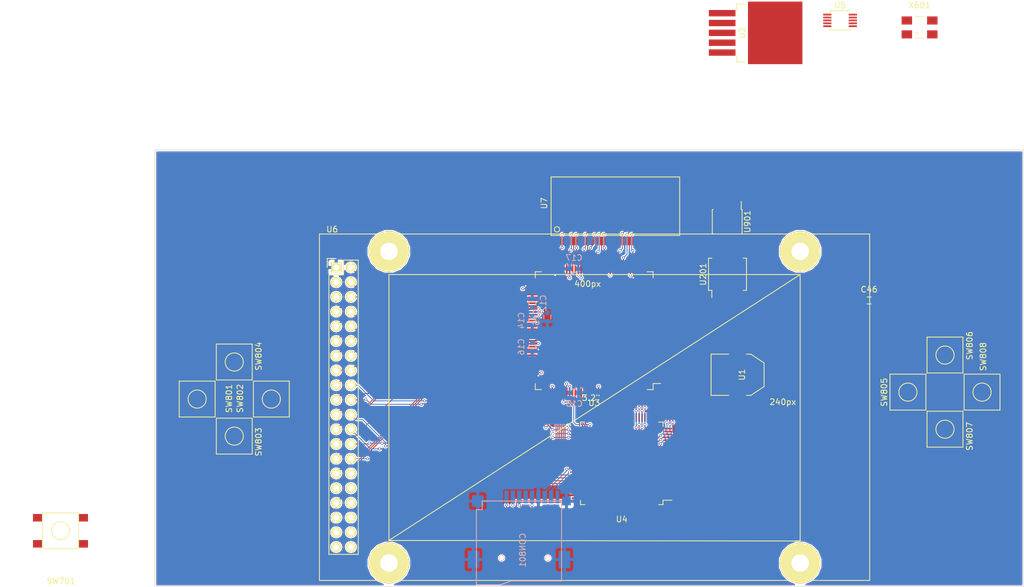
<source format=kicad_pcb>
(kicad_pcb (version 4) (host pcbnew "(2016-02-12 BZR 6554)-stable")

  (general
    (links 251)
    (no_connects 69)
    (area 55.549999 31.549999 205.650001 107.050001)
    (thickness 1.6)
    (drawings 4)
    (tracks 860)
    (zones 0)
    (modules 27)
    (nets 198)
  )

  (page A4)
  (layers
    (0 F.Cu signal)
    (31 B.Cu signal)
    (32 B.Adhes user)
    (33 F.Adhes user)
    (34 B.Paste user)
    (35 F.Paste user)
    (36 B.SilkS user)
    (37 F.SilkS user)
    (38 B.Mask user)
    (39 F.Mask user)
    (40 Dwgs.User user)
    (41 Cmts.User user)
    (42 Eco1.User user)
    (43 Eco2.User user)
    (44 Edge.Cuts user)
    (45 Margin user)
    (46 B.CrtYd user)
    (47 F.CrtYd user)
    (48 B.Fab user)
    (49 F.Fab user)
  )

  (setup
    (last_trace_width 0.153)
    (trace_clearance 0.153)
    (zone_clearance 0.2)
    (zone_45_only no)
    (trace_min 0.153)
    (segment_width 0.2)
    (edge_width 0.1)
    (via_size 0.5)
    (via_drill 0.3)
    (via_min_size 0.4)
    (via_min_drill 0.3)
    (uvia_size 0.3)
    (uvia_drill 0.1)
    (uvias_allowed no)
    (uvia_min_size 0.2)
    (uvia_min_drill 0.1)
    (pcb_text_width 0.3)
    (pcb_text_size 1.5 1.5)
    (mod_edge_width 0.15)
    (mod_text_size 1 1)
    (mod_text_width 0.15)
    (pad_size 1.5 1.5)
    (pad_drill 0.6)
    (pad_to_mask_clearance 0)
    (aux_axis_origin 0 0)
    (visible_elements FFFFFF7F)
    (pcbplotparams
      (layerselection 0x00030_ffffffff)
      (usegerberextensions false)
      (excludeedgelayer true)
      (linewidth 0.100000)
      (plotframeref false)
      (viasonmask false)
      (mode 1)
      (useauxorigin false)
      (hpglpennumber 1)
      (hpglpenspeed 20)
      (hpglpendiameter 15)
      (psnegative false)
      (psa4output false)
      (plotreference true)
      (plotvalue true)
      (plotinvisibletext false)
      (padsonsilk false)
      (subtractmaskfromsilk false)
      (outputformat 1)
      (mirror false)
      (drillshape 1)
      (scaleselection 1)
      (outputdirectory ""))
  )

  (net 0 "")
  (net 1 /FSMC/DA13)
  (net 2 /FSMC/E1_N)
  (net 3 "Net-(C4-Pad1)")
  (net 4 VFPGA33)
  (net 5 +1V2)
  (net 6 /FSMC/A23)
  (net 7 /FSMC/A19)
  (net 8 /FSMC/A20)
  (net 9 /FSMC/A21)
  (net 10 /FSMC/A22)
  (net 11 "Net-(U4-Pad7)")
  (net 12 "Net-(U4-Pad8)")
  (net 13 "Net-(U4-Pad9)")
  (net 14 "Net-(U4-Pad14)")
  (net 15 "Net-(U4-Pad26)")
  (net 16 "Net-(U4-Pad29)")
  (net 17 "Net-(U4-Pad30)")
  (net 18 "Net-(U4-Pad31)")
  (net 19 "Net-(U4-Pad32)")
  (net 20 "Net-(U4-Pad33)")
  (net 21 "Net-(U4-Pad34)")
  (net 22 "Net-(U4-Pad35)")
  (net 23 "Net-(U4-Pad36)")
  (net 24 /FSMC/BOOT1)
  (net 25 /FSMC/DA4)
  (net 26 /FSMC/DA5)
  (net 27 /FSMC/DA6)
  (net 28 /FSMC/DA7)
  (net 29 /FSMC/DA8)
  (net 30 /FSMC/DA9)
  (net 31 /FSMC/DA10)
  (net 32 /FSMC/DA11)
  (net 33 /FSMC/DA12)
  (net 34 "Net-(U4-Pad47)")
  (net 35 "Net-(U4-Pad48)")
  (net 36 /FSMC/DA14)
  (net 37 /FSMC/DA15)
  (net 38 /FSMC/A16)
  (net 39 /FSMC/A17)
  (net 40 /FSMC/A18)
  (net 41 /FSMC/DA0)
  (net 42 /FSMC/DA1)
  (net 43 "Net-(U4-Pad71)")
  (net 44 /FSMC/DA2)
  (net 45 /FSMC/DA3)
  (net 46 /FSMC/CLK)
  (net 47 /FSMC/OE_N)
  (net 48 /FSMC/WE_N)
  (net 49 /FSMC/WAIT_N)
  (net 50 /FSMC/JTDO)
  (net 51 /FSMC/JRST_N)
  (net 52 "Net-(U4-Pad91)")
  (net 53 "Net-(U4-Pad92)")
  (net 54 /FSMC/ADV_N)
  (net 55 "Net-(U4-Pad94)")
  (net 56 "Net-(U4-Pad95)")
  (net 57 "Net-(U4-Pad96)")
  (net 58 /FSMC/BL0_N)
  (net 59 /FSMC/BL1_N)
  (net 60 VSTM33)
  (net 61 GND)
  (net 62 /powersupply/VCAP1)
  (net 63 /powersupply/VCAP2)
  (net 64 "Net-(U6-Pad5)")
  (net 65 "Net-(U6-Pad31)")
  (net 66 "Net-(U6-Pad35)")
  (net 67 "Net-(R14-Pad1)")
  (net 68 "Net-(U6-Pad38)")
  (net 69 "Net-(U6-Pad39)")
  (net 70 "Net-(U6-Pad40)")
  (net 71 /display/DB0)
  (net 72 /display/DB1)
  (net 73 /display/DB2)
  (net 74 /display/RS)
  (net 75 /display/DB3)
  (net 76 /display/WR)
  (net 77 /display/DB4)
  (net 78 /display/RD)
  (net 79 /display/DB5)
  (net 80 /display/DB8)
  (net 81 /display/DB6)
  (net 82 /display/DB9)
  (net 83 /display/DB7)
  (net 84 /display/DB10)
  (net 85 /display/DB11)
  (net 86 /display/DB12)
  (net 87 /display/DB13)
  (net 88 /display/DB14)
  (net 89 /display/DB15)
  (net 90 /display/CS)
  (net 91 /display/RST)
  (net 92 "Net-(U3-Pad73)")
  (net 93 /display/T_BUSY)
  (net 94 /display/T_IRQ)
  (net 95 /sdram/DQ0)
  (net 96 /sdram/DQ1)
  (net 97 /sdram/DQ2)
  (net 98 /sdram/DQ3)
  (net 99 /sdram/DQ4)
  (net 100 /sdram/DQ5)
  (net 101 /sdram/DQ6)
  (net 102 /sdram/DQ7)
  (net 103 /sdram/DQML)
  (net 104 /sdram/WE)
  (net 105 /sdram/CAS)
  (net 106 /sdram/RAS)
  (net 107 /sdram/CS)
  (net 108 /sdram/BA0)
  (net 109 /sdram/BA1)
  (net 110 /sdram/A10)
  (net 111 /sdram/A0)
  (net 112 /sdram/A1)
  (net 113 /sdram/A2)
  (net 114 /sdram/A3)
  (net 115 /sdram/A4)
  (net 116 /sdram/A5)
  (net 117 /sdram/A6)
  (net 118 /sdram/A7)
  (net 119 /sdram/A8)
  (net 120 /sdram/A9)
  (net 121 /sdram/A11)
  (net 122 "Net-(U7-Pad36)")
  (net 123 /sdram/CKE)
  (net 124 /sdram/CLK)
  (net 125 /sdram/DQMH)
  (net 126 "Net-(U7-Pad40)")
  (net 127 /sdram/DQ8)
  (net 128 /sdram/DQ9)
  (net 129 /sdram/DQ10)
  (net 130 /sdram/DQ11)
  (net 131 /sdram/DQ12)
  (net 132 /sdram/DQ13)
  (net 133 /sdram/DQ14)
  (net 134 /sdram/DQ15)
  (net 135 "Net-(U3-Pad114)")
  (net 136 "Net-(U3-Pad115)")
  (net 137 /sdcard/SDIO_D3)
  (net 138 /sdcard/SDIO_CLK)
  (net 139 /sdcard/SDIO_D0)
  (net 140 /sdcard/SDIO_D1)
  (net 141 /sdcard/SDIO_D2)
  (net 142 /debug/FTMS)
  (net 143 /debug/FTDI)
  (net 144 /debug/FTCK)
  (net 145 /debug/FTDO)
  (net 146 /debug/OSCIN)
  (net 147 /debug/OSCOUT)
  (net 148 /FSMC/SDIO_CMD)
  (net 149 /userif/SW_LEFT)
  (net 150 /userif/SW_UP)
  (net 151 /userif/SW_DOWN)
  (net 152 /userif/SW_RIGHT)
  (net 153 /FSMC/T_CS)
  (net 154 /FSMC/T_CLK)
  (net 155 /FSMC/T_DOUT)
  (net 156 /FSMC/T_DIN)
  (net 157 "Net-(U6-Pad30)")
  (net 158 "Net-(U6-Pad32)")
  (net 159 "Net-(U6-Pad34)")
  (net 160 "Net-(U6-Pad36)")
  (net 161 /sdcard/SW_B)
  (net 162 /sdcard/SW_A)
  (net 163 /sdcard/SW_C)
  (net 164 /sdcard/SW_D)
  (net 165 "Net-(CON801-Pad9)")
  (net 166 /userif/BTN_STBY)
  (net 167 /powersupply/TOE)
  (net 168 /powersupply/CFG0)
  (net 169 /userif/RGBLED0)
  (net 170 /userif/RGBLED1)
  (net 171 /userif/RGBLED2)
  (net 172 /debug/JTMS)
  (net 173 /debug/JTCK)
  (net 174 /debug/JTDI)
  (net 175 /audio/ABCK)
  (net 176 /audio/AWS)
  (net 177 /audio/ADATA)
  (net 178 /audio/ACLK)
  (net 179 /audio/L3DATA)
  (net 180 /audio/L3MODE)
  (net 181 /audio/DACL)
  (net 182 /audio/DACR)
  (net 183 /audio/DACVREF)
  (net 184 "Net-(D1-Pad1)")
  (net 185 VSYS)
  (net 186 /sdram/CLK_50M)
  (net 187 VUSB)
  (net 188 /powersupply/CHG_ACTIVE_N)
  (net 189 "Net-(U5-Pad4)")
  (net 190 "Net-(R8-Pad1)")
  (net 191 /powersupply/USB_PRESENT_N)
  (net 192 "Net-(P2-Pad1)")
  (net 193 VBAT)
  (net 194 /audio/ABCLK)
  (net 195 "Net-(C903-Pad2)")
  (net 196 "Net-(C904-Pad2)")
  (net 197 "Net-(X601-Pad1)")

  (net_class Default "This is the default net class."
    (clearance 0.153)
    (trace_width 0.153)
    (via_dia 0.5)
    (via_drill 0.3)
    (uvia_dia 0.3)
    (uvia_drill 0.1)
    (add_net +1V2)
    (add_net /FSMC/A16)
    (add_net /FSMC/A17)
    (add_net /FSMC/A18)
    (add_net /FSMC/A19)
    (add_net /FSMC/A20)
    (add_net /FSMC/A21)
    (add_net /FSMC/A22)
    (add_net /FSMC/A23)
    (add_net /FSMC/ADV_N)
    (add_net /FSMC/BL0_N)
    (add_net /FSMC/BL1_N)
    (add_net /FSMC/BOOT1)
    (add_net /FSMC/CLK)
    (add_net /FSMC/DA0)
    (add_net /FSMC/DA1)
    (add_net /FSMC/DA10)
    (add_net /FSMC/DA11)
    (add_net /FSMC/DA12)
    (add_net /FSMC/DA13)
    (add_net /FSMC/DA14)
    (add_net /FSMC/DA15)
    (add_net /FSMC/DA2)
    (add_net /FSMC/DA3)
    (add_net /FSMC/DA4)
    (add_net /FSMC/DA5)
    (add_net /FSMC/DA6)
    (add_net /FSMC/DA7)
    (add_net /FSMC/DA8)
    (add_net /FSMC/DA9)
    (add_net /FSMC/E1_N)
    (add_net /FSMC/JRST_N)
    (add_net /FSMC/JTDO)
    (add_net /FSMC/OE_N)
    (add_net /FSMC/SDIO_CMD)
    (add_net /FSMC/T_CLK)
    (add_net /FSMC/T_CS)
    (add_net /FSMC/T_DIN)
    (add_net /FSMC/T_DOUT)
    (add_net /FSMC/WAIT_N)
    (add_net /FSMC/WE_N)
    (add_net /audio/ABCK)
    (add_net /audio/ABCLK)
    (add_net /audio/ACLK)
    (add_net /audio/ADATA)
    (add_net /audio/AWS)
    (add_net /audio/DACL)
    (add_net /audio/DACR)
    (add_net /audio/DACVREF)
    (add_net /audio/L3DATA)
    (add_net /audio/L3MODE)
    (add_net /debug/FTCK)
    (add_net /debug/FTDI)
    (add_net /debug/FTDO)
    (add_net /debug/FTMS)
    (add_net /debug/JTCK)
    (add_net /debug/JTDI)
    (add_net /debug/JTMS)
    (add_net /debug/OSCIN)
    (add_net /debug/OSCOUT)
    (add_net /display/CS)
    (add_net /display/DB0)
    (add_net /display/DB1)
    (add_net /display/DB10)
    (add_net /display/DB11)
    (add_net /display/DB12)
    (add_net /display/DB13)
    (add_net /display/DB14)
    (add_net /display/DB15)
    (add_net /display/DB2)
    (add_net /display/DB3)
    (add_net /display/DB4)
    (add_net /display/DB5)
    (add_net /display/DB6)
    (add_net /display/DB7)
    (add_net /display/DB8)
    (add_net /display/DB9)
    (add_net /display/RD)
    (add_net /display/RS)
    (add_net /display/RST)
    (add_net /display/T_BUSY)
    (add_net /display/T_IRQ)
    (add_net /display/WR)
    (add_net /powersupply/CFG0)
    (add_net /powersupply/CHG_ACTIVE_N)
    (add_net /powersupply/TOE)
    (add_net /powersupply/USB_PRESENT_N)
    (add_net /powersupply/VCAP1)
    (add_net /powersupply/VCAP2)
    (add_net /sdcard/SDIO_CLK)
    (add_net /sdcard/SDIO_D0)
    (add_net /sdcard/SDIO_D1)
    (add_net /sdcard/SDIO_D2)
    (add_net /sdcard/SDIO_D3)
    (add_net /sdcard/SW_A)
    (add_net /sdcard/SW_B)
    (add_net /sdcard/SW_C)
    (add_net /sdcard/SW_D)
    (add_net /sdram/A0)
    (add_net /sdram/A1)
    (add_net /sdram/A10)
    (add_net /sdram/A11)
    (add_net /sdram/A2)
    (add_net /sdram/A3)
    (add_net /sdram/A4)
    (add_net /sdram/A5)
    (add_net /sdram/A6)
    (add_net /sdram/A7)
    (add_net /sdram/A8)
    (add_net /sdram/A9)
    (add_net /sdram/BA0)
    (add_net /sdram/BA1)
    (add_net /sdram/CAS)
    (add_net /sdram/CKE)
    (add_net /sdram/CLK)
    (add_net /sdram/CLK_50M)
    (add_net /sdram/CS)
    (add_net /sdram/DQ0)
    (add_net /sdram/DQ1)
    (add_net /sdram/DQ10)
    (add_net /sdram/DQ11)
    (add_net /sdram/DQ12)
    (add_net /sdram/DQ13)
    (add_net /sdram/DQ14)
    (add_net /sdram/DQ15)
    (add_net /sdram/DQ2)
    (add_net /sdram/DQ3)
    (add_net /sdram/DQ4)
    (add_net /sdram/DQ5)
    (add_net /sdram/DQ6)
    (add_net /sdram/DQ7)
    (add_net /sdram/DQ8)
    (add_net /sdram/DQ9)
    (add_net /sdram/DQMH)
    (add_net /sdram/DQML)
    (add_net /sdram/RAS)
    (add_net /sdram/WE)
    (add_net /userif/BTN_STBY)
    (add_net /userif/RGBLED0)
    (add_net /userif/RGBLED1)
    (add_net /userif/RGBLED2)
    (add_net /userif/SW_DOWN)
    (add_net /userif/SW_LEFT)
    (add_net /userif/SW_RIGHT)
    (add_net /userif/SW_UP)
    (add_net GND)
    (add_net "Net-(C4-Pad1)")
    (add_net "Net-(C903-Pad2)")
    (add_net "Net-(C904-Pad2)")
    (add_net "Net-(CON801-Pad9)")
    (add_net "Net-(D1-Pad1)")
    (add_net "Net-(P2-Pad1)")
    (add_net "Net-(R14-Pad1)")
    (add_net "Net-(R8-Pad1)")
    (add_net "Net-(U3-Pad114)")
    (add_net "Net-(U3-Pad115)")
    (add_net "Net-(U3-Pad73)")
    (add_net "Net-(U4-Pad14)")
    (add_net "Net-(U4-Pad26)")
    (add_net "Net-(U4-Pad29)")
    (add_net "Net-(U4-Pad30)")
    (add_net "Net-(U4-Pad31)")
    (add_net "Net-(U4-Pad32)")
    (add_net "Net-(U4-Pad33)")
    (add_net "Net-(U4-Pad34)")
    (add_net "Net-(U4-Pad35)")
    (add_net "Net-(U4-Pad36)")
    (add_net "Net-(U4-Pad47)")
    (add_net "Net-(U4-Pad48)")
    (add_net "Net-(U4-Pad7)")
    (add_net "Net-(U4-Pad71)")
    (add_net "Net-(U4-Pad8)")
    (add_net "Net-(U4-Pad9)")
    (add_net "Net-(U4-Pad91)")
    (add_net "Net-(U4-Pad92)")
    (add_net "Net-(U4-Pad94)")
    (add_net "Net-(U4-Pad95)")
    (add_net "Net-(U4-Pad96)")
    (add_net "Net-(U5-Pad4)")
    (add_net "Net-(U6-Pad30)")
    (add_net "Net-(U6-Pad31)")
    (add_net "Net-(U6-Pad32)")
    (add_net "Net-(U6-Pad34)")
    (add_net "Net-(U6-Pad35)")
    (add_net "Net-(U6-Pad36)")
    (add_net "Net-(U6-Pad38)")
    (add_net "Net-(U6-Pad39)")
    (add_net "Net-(U6-Pad40)")
    (add_net "Net-(U6-Pad5)")
    (add_net "Net-(U7-Pad36)")
    (add_net "Net-(U7-Pad40)")
    (add_net "Net-(X601-Pad1)")
    (add_net VBAT)
    (add_net VFPGA33)
    (add_net VSTM33)
    (add_net VSYS)
    (add_net VUSB)
  )

  (module itead-display:ITDB02-3.2WD (layer F.Cu) (tedit 56C6AB88) (tstamp 56C69EE3)
    (at 86.9 51.879)
    (path /563244F7/56C57ED6)
    (fp_text reference U6 (at -0.7 -6.575) (layer F.SilkS)
      (effects (font (size 1 1) (thickness 0.15)))
    )
    (fp_text value ITDB02-3.2WD (at 9.3 -6.575) (layer F.Fab)
      (effects (font (size 1 1) (thickness 0.15)))
    )
    (fp_text user 240px (at 77.1 23.225) (layer F.SilkS)
      (effects (font (size 1 1) (thickness 0.15)))
    )
    (fp_text user 400px (at 43.4 2.825) (layer F.SilkS)
      (effects (font (size 1 1) (thickness 0.15)))
    )
    (fp_text user 3.2" (at 44 22.525) (layer F.SilkS)
      (effects (font (size 1 1) (thickness 0.15)))
    )
    (fp_line (start 9.1 47.125) (end 80.1 1.225) (layer F.SilkS) (width 0.15))
    (fp_line (start 9.1 47.125) (end 9.1 1.225) (layer F.SilkS) (width 0.15))
    (fp_line (start 80.1 47.225) (end 9.1 47.125) (layer F.SilkS) (width 0.15))
    (fp_line (start 80.1 1.225) (end 80.1 47.225) (layer F.SilkS) (width 0.15))
    (fp_line (start 9.1 1.225) (end 80.1 1.225) (layer F.SilkS) (width 0.15))
    (fp_line (start -2.9 54.025) (end -2.9 -5.775) (layer F.SilkS) (width 0.15))
    (fp_line (start 92.1 54.025) (end -2.9 54.025) (layer F.SilkS) (width 0.15))
    (fp_line (start 92.1 -5.775) (end 92.1 54.025) (layer F.SilkS) (width 0.15))
    (fp_line (start -2.9 -5.775) (end 92.1 -5.775) (layer F.SilkS) (width 0.15))
    (fp_line (start -1.75 -1.7504) (end -1.75 50.0496) (layer F.CrtYd) (width 0.05))
    (fp_line (start 4.3 -1.7504) (end 4.3 50.0496) (layer F.CrtYd) (width 0.05))
    (fp_line (start -1.75 -1.7504) (end 4.3 -1.7504) (layer F.CrtYd) (width 0.05))
    (fp_line (start -1.75 50.0496) (end 4.3 50.0496) (layer F.CrtYd) (width 0.05))
    (fp_line (start 3.81 49.5296) (end 3.81 -1.2704) (layer F.SilkS) (width 0.15))
    (fp_line (start -1.27 1.2696) (end -1.27 49.5296) (layer F.SilkS) (width 0.15))
    (fp_line (start 3.81 49.5296) (end -1.27 49.5296) (layer F.SilkS) (width 0.15))
    (fp_line (start 3.81 -1.2704) (end 1.27 -1.2704) (layer F.SilkS) (width 0.15))
    (fp_line (start 0 -1.5504) (end -1.55 -1.5504) (layer F.SilkS) (width 0.15))
    (fp_line (start 1.27 -1.2704) (end 1.27 1.2696) (layer F.SilkS) (width 0.15))
    (fp_line (start 1.27 1.2696) (end -1.27 1.2696) (layer F.SilkS) (width 0.15))
    (fp_line (start -1.55 -1.5504) (end -1.55 -0.0004) (layer F.SilkS) (width 0.15))
    (pad 1 thru_hole rect (at 0 -0.0004) (size 1.7272 1.7272) (drill 1.016) (layers *.Cu *.Mask F.SilkS)
      (net 61 GND))
    (pad 2 thru_hole oval (at 2.54 -0.0004) (size 1.7272 1.7272) (drill 1.016) (layers *.Cu *.Mask F.SilkS)
      (net 71 /display/DB0))
    (pad 3 thru_hole oval (at 0 2.5396) (size 1.7272 1.7272) (drill 1.016) (layers *.Cu *.Mask F.SilkS)
      (net 4 VFPGA33))
    (pad 4 thru_hole oval (at 2.54 2.5396) (size 1.7272 1.7272) (drill 1.016) (layers *.Cu *.Mask F.SilkS)
      (net 72 /display/DB1))
    (pad 5 thru_hole oval (at 0 5.0796) (size 1.7272 1.7272) (drill 1.016) (layers *.Cu *.Mask F.SilkS)
      (net 64 "Net-(U6-Pad5)"))
    (pad 6 thru_hole oval (at 2.54 5.0796) (size 1.7272 1.7272) (drill 1.016) (layers *.Cu *.Mask F.SilkS)
      (net 73 /display/DB2))
    (pad 7 thru_hole oval (at 0 7.6196) (size 1.7272 1.7272) (drill 1.016) (layers *.Cu *.Mask F.SilkS)
      (net 74 /display/RS))
    (pad 8 thru_hole oval (at 2.54 7.6196) (size 1.7272 1.7272) (drill 1.016) (layers *.Cu *.Mask F.SilkS)
      (net 75 /display/DB3))
    (pad 9 thru_hole oval (at 0 10.1596) (size 1.7272 1.7272) (drill 1.016) (layers *.Cu *.Mask F.SilkS)
      (net 76 /display/WR))
    (pad 10 thru_hole oval (at 2.54 10.1596) (size 1.7272 1.7272) (drill 1.016) (layers *.Cu *.Mask F.SilkS)
      (net 77 /display/DB4))
    (pad 11 thru_hole oval (at 0 12.6996) (size 1.7272 1.7272) (drill 1.016) (layers *.Cu *.Mask F.SilkS)
      (net 78 /display/RD))
    (pad 12 thru_hole oval (at 2.54 12.6996) (size 1.7272 1.7272) (drill 1.016) (layers *.Cu *.Mask F.SilkS)
      (net 79 /display/DB5))
    (pad 13 thru_hole oval (at 0 15.2396) (size 1.7272 1.7272) (drill 1.016) (layers *.Cu *.Mask F.SilkS)
      (net 80 /display/DB8))
    (pad 14 thru_hole oval (at 2.54 15.2396) (size 1.7272 1.7272) (drill 1.016) (layers *.Cu *.Mask F.SilkS)
      (net 81 /display/DB6))
    (pad 15 thru_hole oval (at 0 17.7796) (size 1.7272 1.7272) (drill 1.016) (layers *.Cu *.Mask F.SilkS)
      (net 82 /display/DB9))
    (pad 16 thru_hole oval (at 2.54 17.7796) (size 1.7272 1.7272) (drill 1.016) (layers *.Cu *.Mask F.SilkS)
      (net 83 /display/DB7))
    (pad 17 thru_hole oval (at 0 20.3196) (size 1.7272 1.7272) (drill 1.016) (layers *.Cu *.Mask F.SilkS)
      (net 84 /display/DB10))
    (pad 18 thru_hole oval (at 2.54 20.3196) (size 1.7272 1.7272) (drill 1.016) (layers *.Cu *.Mask F.SilkS)
      (net 154 /FSMC/T_CLK))
    (pad 19 thru_hole oval (at 0 22.8596) (size 1.7272 1.7272) (drill 1.016) (layers *.Cu *.Mask F.SilkS)
      (net 85 /display/DB11))
    (pad 20 thru_hole oval (at 2.54 22.8596) (size 1.7272 1.7272) (drill 1.016) (layers *.Cu *.Mask F.SilkS)
      (net 153 /FSMC/T_CS))
    (pad 21 thru_hole oval (at 0 25.3996) (size 1.7272 1.7272) (drill 1.016) (layers *.Cu *.Mask F.SilkS)
      (net 86 /display/DB12))
    (pad 22 thru_hole oval (at 2.54 25.3996) (size 1.7272 1.7272) (drill 1.016) (layers *.Cu *.Mask F.SilkS)
      (net 156 /FSMC/T_DIN))
    (pad 23 thru_hole oval (at 0 27.9396) (size 1.7272 1.7272) (drill 1.016) (layers *.Cu *.Mask F.SilkS)
      (net 87 /display/DB13))
    (pad 24 thru_hole oval (at 2.54 27.9396) (size 1.7272 1.7272) (drill 1.016) (layers *.Cu *.Mask F.SilkS)
      (net 93 /display/T_BUSY))
    (pad 25 thru_hole oval (at 0 30.4796) (size 1.7272 1.7272) (drill 1.016) (layers *.Cu *.Mask F.SilkS)
      (net 88 /display/DB14))
    (pad 26 thru_hole oval (at 2.54 30.4796) (size 1.7272 1.7272) (drill 1.016) (layers *.Cu *.Mask F.SilkS)
      (net 155 /FSMC/T_DOUT))
    (pad 27 thru_hole oval (at 0 33.0196) (size 1.7272 1.7272) (drill 1.016) (layers *.Cu *.Mask F.SilkS)
      (net 89 /display/DB15))
    (pad 28 thru_hole oval (at 2.54 33.0196) (size 1.7272 1.7272) (drill 1.016) (layers *.Cu *.Mask F.SilkS)
      (net 94 /display/T_IRQ))
    (pad 29 thru_hole oval (at 0 35.5596) (size 1.7272 1.7272) (drill 1.016) (layers *.Cu *.Mask F.SilkS)
      (net 90 /display/CS))
    (pad 30 thru_hole oval (at 2.54 35.5596) (size 1.7272 1.7272) (drill 1.016) (layers *.Cu *.Mask F.SilkS)
      (net 157 "Net-(U6-Pad30)"))
    (pad 31 thru_hole oval (at 0 38.0996) (size 1.7272 1.7272) (drill 1.016) (layers *.Cu *.Mask F.SilkS)
      (net 65 "Net-(U6-Pad31)"))
    (pad 32 thru_hole oval (at 2.54 38.0996) (size 1.7272 1.7272) (drill 1.016) (layers *.Cu *.Mask F.SilkS)
      (net 158 "Net-(U6-Pad32)"))
    (pad 33 thru_hole oval (at 0 40.6396) (size 1.7272 1.7272) (drill 1.016) (layers *.Cu *.Mask F.SilkS)
      (net 91 /display/RST))
    (pad 34 thru_hole oval (at 2.54 40.6396) (size 1.7272 1.7272) (drill 1.016) (layers *.Cu *.Mask F.SilkS)
      (net 159 "Net-(U6-Pad34)"))
    (pad 35 thru_hole oval (at 0 43.1796) (size 1.7272 1.7272) (drill 1.016) (layers *.Cu *.Mask F.SilkS)
      (net 66 "Net-(U6-Pad35)"))
    (pad 36 thru_hole oval (at 2.54 43.1796) (size 1.7272 1.7272) (drill 1.016) (layers *.Cu *.Mask F.SilkS)
      (net 160 "Net-(U6-Pad36)"))
    (pad 37 thru_hole oval (at 0 45.7196) (size 1.7272 1.7272) (drill 1.016) (layers *.Cu *.Mask F.SilkS)
      (net 67 "Net-(R14-Pad1)"))
    (pad 38 thru_hole oval (at 2.54 45.7196) (size 1.7272 1.7272) (drill 1.016) (layers *.Cu *.Mask F.SilkS)
      (net 68 "Net-(U6-Pad38)"))
    (pad 39 thru_hole oval (at 0 48.2596) (size 1.7272 1.7272) (drill 1.016) (layers *.Cu *.Mask F.SilkS)
      (net 69 "Net-(U6-Pad39)"))
    (pad 40 thru_hole oval (at 2.54 48.2596) (size 1.7272 1.7272) (drill 1.016) (layers *.Cu *.Mask F.SilkS)
      (net 70 "Net-(U6-Pad40)"))
    (pad "" np_thru_hole circle (at 9.1 -2.775) (size 7 7) (drill 3) (layers *.Cu *.Mask F.SilkS))
    (pad "" np_thru_hole circle (at 9.1 51.025) (size 7 7) (drill 3) (layers *.Cu *.Mask F.SilkS))
    (pad "" np_thru_hole circle (at 80.1 -2.775) (size 7 7) (drill 3) (layers *.Cu *.Mask F.SilkS))
    (pad "" np_thru_hole circle (at 80.1 51.025) (size 7 7) (drill 3) (layers *.Cu *.Mask F.SilkS))
    (model Pin_Headers.3dshapes/Pin_Header_Straight_2x20.wrl
      (at (xyz 0.05 -0.95 0))
      (scale (xyz 1 1 1))
      (rotate (xyz 0 0 90))
    )
  )

  (module smd:TSOP-54 (layer F.Cu) (tedit 56C6D015) (tstamp 56C6E984)
    (at 124.7 47.3)
    (path /563244F7/56C702B2)
    (fp_text reference U7 (at -1.9 -6.5 90) (layer F.SilkS)
      (effects (font (size 1 1) (thickness 0.15)))
    )
    (fp_text value IS42S16800F (at 10.05 -5.8) (layer F.Fab)
      (effects (font (size 1 1) (thickness 0.15)))
    )
    (fp_circle (center 0.323502 -2) (end 0.55 -1.6) (layer F.SilkS) (width 0.15))
    (fp_line (start 21.5 -11.05) (end -0.7 -11.05) (layer F.SilkS) (width 0.15))
    (fp_line (start 21.5 -0.95) (end 21.5 -11.05) (layer F.SilkS) (width 0.15))
    (fp_line (start -0.7 -0.95) (end 21.5 -0.95) (layer F.SilkS) (width 0.15))
    (fp_line (start -0.7 -11.05) (end -0.7 -0.95) (layer F.SilkS) (width 0.15))
    (pad 1 smd rect (at 0 0) (size 0.55 1.5) (layers F.Cu F.Paste F.Mask)
      (net 4 VFPGA33))
    (pad 2 smd rect (at 0.8 0) (size 0.55 1.5) (layers F.Cu F.Paste F.Mask)
      (net 95 /sdram/DQ0))
    (pad 3 smd rect (at 1.6 0) (size 0.55 1.5) (layers F.Cu F.Paste F.Mask)
      (net 61 GND))
    (pad 4 smd rect (at 2.4 0) (size 0.55 1.5) (layers F.Cu F.Paste F.Mask)
      (net 96 /sdram/DQ1))
    (pad 5 smd rect (at 3.2 0) (size 0.55 1.5) (layers F.Cu F.Paste F.Mask)
      (net 97 /sdram/DQ2))
    (pad 6 smd rect (at 4 0) (size 0.55 1.5) (layers F.Cu F.Paste F.Mask)
      (net 61 GND))
    (pad 7 smd rect (at 4.8 0) (size 0.55 1.5) (layers F.Cu F.Paste F.Mask)
      (net 98 /sdram/DQ3))
    (pad 8 smd rect (at 5.6 0) (size 0.55 1.5) (layers F.Cu F.Paste F.Mask)
      (net 99 /sdram/DQ4))
    (pad 9 smd rect (at 6.4 0) (size 0.55 1.5) (layers F.Cu F.Paste F.Mask)
      (net 61 GND))
    (pad 10 smd rect (at 7.2 0) (size 0.55 1.5) (layers F.Cu F.Paste F.Mask)
      (net 100 /sdram/DQ5))
    (pad 11 smd rect (at 8 0) (size 0.55 1.5) (layers F.Cu F.Paste F.Mask)
      (net 101 /sdram/DQ6))
    (pad 12 smd rect (at 8.8 0) (size 0.55 1.5) (layers F.Cu F.Paste F.Mask)
      (net 61 GND))
    (pad 13 smd rect (at 9.6 0) (size 0.55 1.5) (layers F.Cu F.Paste F.Mask)
      (net 102 /sdram/DQ7))
    (pad 14 smd rect (at 10.4 0) (size 0.55 1.5) (layers F.Cu F.Paste F.Mask)
      (net 4 VFPGA33))
    (pad 15 smd rect (at 11.2 0) (size 0.55 1.5) (layers F.Cu F.Paste F.Mask)
      (net 103 /sdram/DQML))
    (pad 16 smd rect (at 12 0) (size 0.55 1.5) (layers F.Cu F.Paste F.Mask)
      (net 104 /sdram/WE))
    (pad 17 smd rect (at 12.8 0) (size 0.55 1.5) (layers F.Cu F.Paste F.Mask)
      (net 105 /sdram/CAS))
    (pad 18 smd rect (at 13.6 0) (size 0.55 1.5) (layers F.Cu F.Paste F.Mask)
      (net 106 /sdram/RAS))
    (pad 19 smd rect (at 14.4 0) (size 0.55 1.5) (layers F.Cu F.Paste F.Mask)
      (net 107 /sdram/CS))
    (pad 20 smd rect (at 15.2 0) (size 0.55 1.5) (layers F.Cu F.Paste F.Mask)
      (net 108 /sdram/BA0))
    (pad 21 smd rect (at 16 0) (size 0.55 1.5) (layers F.Cu F.Paste F.Mask)
      (net 109 /sdram/BA1))
    (pad 22 smd rect (at 16.8 0) (size 0.55 1.5) (layers F.Cu F.Paste F.Mask)
      (net 110 /sdram/A10))
    (pad 23 smd rect (at 17.6 0) (size 0.55 1.5) (layers F.Cu F.Paste F.Mask)
      (net 111 /sdram/A0))
    (pad 24 smd rect (at 18.4 0) (size 0.55 1.5) (layers F.Cu F.Paste F.Mask)
      (net 112 /sdram/A1))
    (pad 25 smd rect (at 19.2 0) (size 0.55 1.5) (layers F.Cu F.Paste F.Mask)
      (net 113 /sdram/A2))
    (pad 26 smd rect (at 20 0) (size 0.55 1.5) (layers F.Cu F.Paste F.Mask)
      (net 114 /sdram/A3))
    (pad 27 smd rect (at 20.8 0) (size 0.55 1.5) (layers F.Cu F.Paste F.Mask)
      (net 4 VFPGA33))
    (pad 28 smd rect (at 20.8 -12) (size 0.55 1.5) (layers F.Cu F.Paste F.Mask)
      (net 4 VFPGA33))
    (pad 29 smd rect (at 20 -12) (size 0.55 1.5) (layers F.Cu F.Paste F.Mask)
      (net 115 /sdram/A4))
    (pad 30 smd rect (at 19.2 -12) (size 0.55 1.5) (layers F.Cu F.Paste F.Mask)
      (net 116 /sdram/A5))
    (pad 31 smd rect (at 18.4 -12) (size 0.55 1.5) (layers F.Cu F.Paste F.Mask)
      (net 117 /sdram/A6))
    (pad 32 smd rect (at 17.6 -12) (size 0.55 1.5) (layers F.Cu F.Paste F.Mask)
      (net 118 /sdram/A7))
    (pad 33 smd rect (at 16.8 -12) (size 0.55 1.5) (layers F.Cu F.Paste F.Mask)
      (net 119 /sdram/A8))
    (pad 34 smd rect (at 16 -12) (size 0.55 1.5) (layers F.Cu F.Paste F.Mask)
      (net 120 /sdram/A9))
    (pad 35 smd rect (at 15.2 -12) (size 0.55 1.5) (layers F.Cu F.Paste F.Mask)
      (net 121 /sdram/A11))
    (pad 36 smd rect (at 14.4 -12) (size 0.55 1.5) (layers F.Cu F.Paste F.Mask)
      (net 122 "Net-(U7-Pad36)"))
    (pad 37 smd rect (at 13.6 -12) (size 0.55 1.5) (layers F.Cu F.Paste F.Mask)
      (net 123 /sdram/CKE))
    (pad 38 smd rect (at 12.8 -12) (size 0.55 1.5) (layers F.Cu F.Paste F.Mask)
      (net 124 /sdram/CLK))
    (pad 39 smd rect (at 12 -12) (size 0.55 1.5) (layers F.Cu F.Paste F.Mask)
      (net 125 /sdram/DQMH))
    (pad 40 smd rect (at 11.2 -12) (size 0.55 1.5) (layers F.Cu F.Paste F.Mask)
      (net 126 "Net-(U7-Pad40)"))
    (pad 41 smd rect (at 10.4 -12) (size 0.55 1.5) (layers F.Cu F.Paste F.Mask)
      (net 4 VFPGA33))
    (pad 42 smd rect (at 9.6 -12) (size 0.55 1.5) (layers F.Cu F.Paste F.Mask)
      (net 127 /sdram/DQ8))
    (pad 43 smd rect (at 8.8 -12) (size 0.55 1.5) (layers F.Cu F.Paste F.Mask)
      (net 61 GND))
    (pad 44 smd rect (at 8 -12) (size 0.55 1.5) (layers F.Cu F.Paste F.Mask)
      (net 128 /sdram/DQ9))
    (pad 45 smd rect (at 7.2 -12) (size 0.55 1.5) (layers F.Cu F.Paste F.Mask)
      (net 129 /sdram/DQ10))
    (pad 46 smd rect (at 6.4 -12) (size 0.55 1.5) (layers F.Cu F.Paste F.Mask)
      (net 61 GND))
    (pad 47 smd rect (at 5.6 -12) (size 0.55 1.5) (layers F.Cu F.Paste F.Mask)
      (net 130 /sdram/DQ11))
    (pad 48 smd rect (at 4.8 -12) (size 0.55 1.5) (layers F.Cu F.Paste F.Mask)
      (net 131 /sdram/DQ12))
    (pad 49 smd rect (at 4 -12) (size 0.55 1.5) (layers F.Cu F.Paste F.Mask)
      (net 61 GND))
    (pad 50 smd rect (at 3.2 -12) (size 0.55 1.5) (layers F.Cu F.Paste F.Mask)
      (net 132 /sdram/DQ13))
    (pad 51 smd rect (at 2.4 -12) (size 0.55 1.5) (layers F.Cu F.Paste F.Mask)
      (net 133 /sdram/DQ14))
    (pad 52 smd rect (at 1.6 -12) (size 0.55 1.5) (layers F.Cu F.Paste F.Mask)
      (net 61 GND))
    (pad 53 smd rect (at 0.8 -12) (size 0.55 1.5) (layers F.Cu F.Paste F.Mask)
      (net 134 /sdram/DQ15))
    (pad 54 smd rect (at 0 -12) (size 0.55 1.5) (layers F.Cu F.Paste F.Mask)
      (net 4 VFPGA33))
  )

  (module Housings_QFP:LQFP-144_20x20mm_Pitch0.5mm (layer F.Cu) (tedit 54130A77) (tstamp 56C45027)
    (at 131.443728 62.795542 180)
    (descr "144-Lead Plastic Low Profile Quad Flatpack (PL) - 20x20x1.40 mm Body [LQFP], 2.00 mm Footprint (see Microchip Packaging Specification 00000049BS.pdf)")
    (tags "QFP 0.5")
    (path /563244F7/56323459)
    (attr smd)
    (fp_text reference U3 (at 0 -12.475 180) (layer F.SilkS)
      (effects (font (size 1 1) (thickness 0.15)))
    )
    (fp_text value LFXP2-5E-6TN144C (at 0 12.475 180) (layer F.Fab)
      (effects (font (size 1 1) (thickness 0.15)))
    )
    (fp_line (start -11.75 -11.75) (end -11.75 11.75) (layer F.CrtYd) (width 0.05))
    (fp_line (start 11.75 -11.75) (end 11.75 11.75) (layer F.CrtYd) (width 0.05))
    (fp_line (start -11.75 -11.75) (end 11.75 -11.75) (layer F.CrtYd) (width 0.05))
    (fp_line (start -11.75 11.75) (end 11.75 11.75) (layer F.CrtYd) (width 0.05))
    (fp_line (start -10.175 -10.175) (end -10.175 -9.125) (layer F.SilkS) (width 0.15))
    (fp_line (start 10.175 -10.175) (end 10.175 -9.125) (layer F.SilkS) (width 0.15))
    (fp_line (start 10.175 10.175) (end 10.175 9.125) (layer F.SilkS) (width 0.15))
    (fp_line (start -10.175 10.175) (end -10.175 9.125) (layer F.SilkS) (width 0.15))
    (fp_line (start -10.175 -10.175) (end -9.125 -10.175) (layer F.SilkS) (width 0.15))
    (fp_line (start -10.175 10.175) (end -9.125 10.175) (layer F.SilkS) (width 0.15))
    (fp_line (start 10.175 10.175) (end 9.125 10.175) (layer F.SilkS) (width 0.15))
    (fp_line (start 10.175 -10.175) (end 9.125 -10.175) (layer F.SilkS) (width 0.15))
    (fp_line (start -10.175 -9.125) (end -11.475 -9.125) (layer F.SilkS) (width 0.15))
    (pad 1 smd rect (at -10.7 -8.75 180) (size 1.55 0.3) (layers F.Cu F.Paste F.Mask)
      (net 58 /FSMC/BL0_N))
    (pad 2 smd rect (at -10.7 -8.25 180) (size 1.55 0.3) (layers F.Cu F.Paste F.Mask)
      (net 59 /FSMC/BL1_N))
    (pad 3 smd rect (at -10.7 -7.75 180) (size 1.55 0.3) (layers F.Cu F.Paste F.Mask)
      (net 61 GND))
    (pad 4 smd rect (at -10.7 -7.25 180) (size 1.55 0.3) (layers F.Cu F.Paste F.Mask)
      (net 4 VFPGA33))
    (pad 5 smd rect (at -10.7 -6.75 180) (size 1.55 0.3) (layers F.Cu F.Paste F.Mask)
      (net 6 /FSMC/A23))
    (pad 6 smd rect (at -10.7 -6.25 180) (size 1.55 0.3) (layers F.Cu F.Paste F.Mask)
      (net 7 /FSMC/A19))
    (pad 7 smd rect (at -10.7 -5.75 180) (size 1.55 0.3) (layers F.Cu F.Paste F.Mask)
      (net 8 /FSMC/A20))
    (pad 8 smd rect (at -10.7 -5.25 180) (size 1.55 0.3) (layers F.Cu F.Paste F.Mask)
      (net 9 /FSMC/A21))
    (pad 9 smd rect (at -10.7 -4.75 180) (size 1.55 0.3) (layers F.Cu F.Paste F.Mask)
      (net 10 /FSMC/A22))
    (pad 10 smd rect (at -10.7 -4.25 180) (size 1.55 0.3) (layers F.Cu F.Paste F.Mask)
      (net 180 /audio/L3MODE))
    (pad 11 smd rect (at -10.7 -3.75 180) (size 1.55 0.3) (layers F.Cu F.Paste F.Mask)
      (net 177 /audio/ADATA))
    (pad 12 smd rect (at -10.7 -3.25 180) (size 1.55 0.3) (layers F.Cu F.Paste F.Mask)
      (net 61 GND))
    (pad 13 smd rect (at -10.7 -2.75 180) (size 1.55 0.3) (layers F.Cu F.Paste F.Mask)
      (net 179 /audio/L3DATA))
    (pad 14 smd rect (at -10.7 -2.25 180) (size 1.55 0.3) (layers F.Cu F.Paste F.Mask)
      (net 4 VFPGA33))
    (pad 15 smd rect (at -10.7 -1.75 180) (size 1.55 0.3) (layers F.Cu F.Paste F.Mask)
      (net 178 /audio/ACLK))
    (pad 16 smd rect (at -10.7 -1.25 180) (size 1.55 0.3) (layers F.Cu F.Paste F.Mask)
      (net 186 /sdram/CLK_50M))
    (pad 17 smd rect (at -10.7 -0.75 180) (size 1.55 0.3) (layers F.Cu F.Paste F.Mask)
      (net 176 /audio/AWS))
    (pad 18 smd rect (at -10.7 -0.25 180) (size 1.55 0.3) (layers F.Cu F.Paste F.Mask)
      (net 175 /audio/ABCK))
    (pad 19 smd rect (at -10.7 0.25 180) (size 1.55 0.3) (layers F.Cu F.Paste F.Mask)
      (net 115 /sdram/A4))
    (pad 20 smd rect (at -10.7 0.75 180) (size 1.55 0.3) (layers F.Cu F.Paste F.Mask)
      (net 116 /sdram/A5))
    (pad 21 smd rect (at -10.7 1.25 180) (size 1.55 0.3) (layers F.Cu F.Paste F.Mask)
      (net 117 /sdram/A6))
    (pad 22 smd rect (at -10.7 1.75 180) (size 1.55 0.3) (layers F.Cu F.Paste F.Mask)
      (net 118 /sdram/A7))
    (pad 23 smd rect (at -10.7 2.25 180) (size 1.55 0.3) (layers F.Cu F.Paste F.Mask)
      (net 4 VFPGA33))
    (pad 24 smd rect (at -10.7 2.75 180) (size 1.55 0.3) (layers F.Cu F.Paste F.Mask)
      (net 5 +1V2))
    (pad 25 smd rect (at -10.7 3.25 180) (size 1.55 0.3) (layers F.Cu F.Paste F.Mask)
      (net 167 /powersupply/TOE))
    (pad 26 smd rect (at -10.7 3.75 180) (size 1.55 0.3) (layers F.Cu F.Paste F.Mask)
      (net 168 /powersupply/CFG0))
    (pad 27 smd rect (at -10.7 4.25 180) (size 1.55 0.3) (layers F.Cu F.Paste F.Mask)
      (net 119 /sdram/A8))
    (pad 28 smd rect (at -10.7 4.75 180) (size 1.55 0.3) (layers F.Cu F.Paste F.Mask)
      (net 120 /sdram/A9))
    (pad 29 smd rect (at -10.7 5.25 180) (size 1.55 0.3) (layers F.Cu F.Paste F.Mask)
      (net 121 /sdram/A11))
    (pad 30 smd rect (at -10.7 5.75 180) (size 1.55 0.3) (layers F.Cu F.Paste F.Mask)
      (net 114 /sdram/A3))
    (pad 31 smd rect (at -10.7 6.25 180) (size 1.55 0.3) (layers F.Cu F.Paste F.Mask)
      (net 113 /sdram/A2))
    (pad 32 smd rect (at -10.7 6.75 180) (size 1.55 0.3) (layers F.Cu F.Paste F.Mask)
      (net 112 /sdram/A1))
    (pad 33 smd rect (at -10.7 7.25 180) (size 1.55 0.3) (layers F.Cu F.Paste F.Mask)
      (net 4 VFPGA33))
    (pad 34 smd rect (at -10.7 7.75 180) (size 1.55 0.3) (layers F.Cu F.Paste F.Mask)
      (net 61 GND))
    (pad 35 smd rect (at -10.7 8.25 180) (size 1.55 0.3) (layers F.Cu F.Paste F.Mask)
      (net 110 /sdram/A10))
    (pad 36 smd rect (at -10.7 8.75 180) (size 1.55 0.3) (layers F.Cu F.Paste F.Mask)
      (net 111 /sdram/A0))
    (pad 37 smd rect (at -8.75 10.7 270) (size 1.55 0.3) (layers F.Cu F.Paste F.Mask)
      (net 109 /sdram/BA1))
    (pad 38 smd rect (at -8.25 10.7 270) (size 1.55 0.3) (layers F.Cu F.Paste F.Mask)
      (net 108 /sdram/BA0))
    (pad 39 smd rect (at -7.75 10.7 270) (size 1.55 0.3) (layers F.Cu F.Paste F.Mask)
      (net 107 /sdram/CS))
    (pad 40 smd rect (at -7.25 10.7 270) (size 1.55 0.3) (layers F.Cu F.Paste F.Mask)
      (net 106 /sdram/RAS))
    (pad 41 smd rect (at -6.75 10.7 270) (size 1.55 0.3) (layers F.Cu F.Paste F.Mask)
      (net 61 GND))
    (pad 42 smd rect (at -6.25 10.7 270) (size 1.55 0.3) (layers F.Cu F.Paste F.Mask)
      (net 4 VFPGA33))
    (pad 43 smd rect (at -5.75 10.7 270) (size 1.55 0.3) (layers F.Cu F.Paste F.Mask)
      (net 123 /sdram/CKE))
    (pad 44 smd rect (at -5.25 10.7 270) (size 1.55 0.3) (layers F.Cu F.Paste F.Mask)
      (net 105 /sdram/CAS))
    (pad 45 smd rect (at -4.75 10.7 270) (size 1.55 0.3) (layers F.Cu F.Paste F.Mask)
      (net 124 /sdram/CLK))
    (pad 46 smd rect (at -4.25 10.7 270) (size 1.55 0.3) (layers F.Cu F.Paste F.Mask)
      (net 104 /sdram/WE))
    (pad 47 smd rect (at -3.75 10.7 270) (size 1.55 0.3) (layers F.Cu F.Paste F.Mask)
      (net 125 /sdram/DQMH))
    (pad 48 smd rect (at -3.25 10.7 270) (size 1.55 0.3) (layers F.Cu F.Paste F.Mask)
      (net 103 /sdram/DQML))
    (pad 49 smd rect (at -2.75 10.7 270) (size 1.55 0.3) (layers F.Cu F.Paste F.Mask)
      (net 4 VFPGA33))
    (pad 50 smd rect (at -2.25 10.7 270) (size 1.55 0.3) (layers F.Cu F.Paste F.Mask)
      (net 102 /sdram/DQ7))
    (pad 51 smd rect (at -1.75 10.7 270) (size 1.55 0.3) (layers F.Cu F.Paste F.Mask)
      (net 61 GND))
    (pad 52 smd rect (at -1.25 10.7 270) (size 1.55 0.3) (layers F.Cu F.Paste F.Mask)
      (net 127 /sdram/DQ8))
    (pad 53 smd rect (at -0.75 10.7 270) (size 1.55 0.3) (layers F.Cu F.Paste F.Mask)
      (net 101 /sdram/DQ6))
    (pad 54 smd rect (at -0.25 10.7 270) (size 1.55 0.3) (layers F.Cu F.Paste F.Mask)
      (net 128 /sdram/DQ9))
    (pad 55 smd rect (at 0.25 10.7 270) (size 1.55 0.3) (layers F.Cu F.Paste F.Mask)
      (net 100 /sdram/DQ5))
    (pad 56 smd rect (at 0.75 10.7 270) (size 1.55 0.3) (layers F.Cu F.Paste F.Mask)
      (net 129 /sdram/DQ10))
    (pad 57 smd rect (at 1.25 10.7 270) (size 1.55 0.3) (layers F.Cu F.Paste F.Mask)
      (net 99 /sdram/DQ4))
    (pad 58 smd rect (at 1.75 10.7 270) (size 1.55 0.3) (layers F.Cu F.Paste F.Mask)
      (net 130 /sdram/DQ11))
    (pad 59 smd rect (at 2.25 10.7 270) (size 1.55 0.3) (layers F.Cu F.Paste F.Mask)
      (net 5 +1V2))
    (pad 60 smd rect (at 2.75 10.7 270) (size 1.55 0.3) (layers F.Cu F.Paste F.Mask)
      (net 4 VFPGA33))
    (pad 61 smd rect (at 3.25 10.7 270) (size 1.55 0.3) (layers F.Cu F.Paste F.Mask)
      (net 98 /sdram/DQ3))
    (pad 62 smd rect (at 3.75 10.7 270) (size 1.55 0.3) (layers F.Cu F.Paste F.Mask)
      (net 131 /sdram/DQ12))
    (pad 63 smd rect (at 4.25 10.7 270) (size 1.55 0.3) (layers F.Cu F.Paste F.Mask)
      (net 4 VFPGA33))
    (pad 64 smd rect (at 4.75 10.7 270) (size 1.55 0.3) (layers F.Cu F.Paste F.Mask)
      (net 61 GND))
    (pad 65 smd rect (at 5.25 10.7 270) (size 1.55 0.3) (layers F.Cu F.Paste F.Mask)
      (net 97 /sdram/DQ2))
    (pad 66 smd rect (at 5.75 10.7 270) (size 1.55 0.3) (layers F.Cu F.Paste F.Mask)
      (net 132 /sdram/DQ13))
    (pad 67 smd rect (at 6.25 10.7 270) (size 1.55 0.3) (layers F.Cu F.Paste F.Mask)
      (net 4 VFPGA33))
    (pad 68 smd rect (at 6.75 10.7 270) (size 1.55 0.3) (layers F.Cu F.Paste F.Mask)
      (net 61 GND))
    (pad 69 smd rect (at 7.25 10.7 270) (size 1.55 0.3) (layers F.Cu F.Paste F.Mask)
      (net 96 /sdram/DQ1))
    (pad 70 smd rect (at 7.75 10.7 270) (size 1.55 0.3) (layers F.Cu F.Paste F.Mask)
      (net 133 /sdram/DQ14))
    (pad 71 smd rect (at 8.25 10.7 270) (size 1.55 0.3) (layers F.Cu F.Paste F.Mask)
      (net 95 /sdram/DQ0))
    (pad 72 smd rect (at 8.75 10.7 270) (size 1.55 0.3) (layers F.Cu F.Paste F.Mask)
      (net 134 /sdram/DQ15))
    (pad 73 smd rect (at 10.7 8.75 180) (size 1.55 0.3) (layers F.Cu F.Paste F.Mask)
      (net 92 "Net-(U3-Pad73)"))
    (pad 74 smd rect (at 10.7 8.25 180) (size 1.55 0.3) (layers F.Cu F.Paste F.Mask)
      (net 71 /display/DB0))
    (pad 75 smd rect (at 10.7 7.75 180) (size 1.55 0.3) (layers F.Cu F.Paste F.Mask)
      (net 61 GND))
    (pad 76 smd rect (at 10.7 7.25 180) (size 1.55 0.3) (layers F.Cu F.Paste F.Mask)
      (net 4 VFPGA33))
    (pad 77 smd rect (at 10.7 6.75 180) (size 1.55 0.3) (layers F.Cu F.Paste F.Mask)
      (net 72 /display/DB1))
    (pad 78 smd rect (at 10.7 6.25 180) (size 1.55 0.3) (layers F.Cu F.Paste F.Mask)
      (net 73 /display/DB2))
    (pad 79 smd rect (at 10.7 5.75 180) (size 1.55 0.3) (layers F.Cu F.Paste F.Mask)
      (net 142 /debug/FTMS))
    (pad 80 smd rect (at 10.7 5.25 180) (size 1.55 0.3) (layers F.Cu F.Paste F.Mask)
      (net 143 /debug/FTDI))
    (pad 81 smd rect (at 10.7 4.75 180) (size 1.55 0.3) (layers F.Cu F.Paste F.Mask)
      (net 144 /debug/FTCK))
    (pad 82 smd rect (at 10.7 4.25 180) (size 1.55 0.3) (layers F.Cu F.Paste F.Mask)
      (net 145 /debug/FTDO))
    (pad 83 smd rect (at 10.7 3.75 180) (size 1.55 0.3) (layers F.Cu F.Paste F.Mask)
      (net 4 VFPGA33))
    (pad 84 smd rect (at 10.7 3.25 180) (size 1.55 0.3) (layers F.Cu F.Paste F.Mask)
      (net 5 +1V2))
    (pad 85 smd rect (at 10.7 2.75 180) (size 1.55 0.3) (layers F.Cu F.Paste F.Mask)
      (net 4 VFPGA33))
    (pad 86 smd rect (at 10.7 2.25 180) (size 1.55 0.3) (layers F.Cu F.Paste F.Mask)
      (net 61 GND))
    (pad 87 smd rect (at 10.7 1.75 180) (size 1.55 0.3) (layers F.Cu F.Paste F.Mask)
      (net 74 /display/RS))
    (pad 88 smd rect (at 10.7 1.25 180) (size 1.55 0.3) (layers F.Cu F.Paste F.Mask)
      (net 75 /display/DB3))
    (pad 89 smd rect (at 10.7 0.75 180) (size 1.55 0.3) (layers F.Cu F.Paste F.Mask)
      (net 76 /display/WR))
    (pad 90 smd rect (at 10.7 0.25 180) (size 1.55 0.3) (layers F.Cu F.Paste F.Mask)
      (net 77 /display/DB4))
    (pad 91 smd rect (at 10.7 -0.25 180) (size 1.55 0.3) (layers F.Cu F.Paste F.Mask)
      (net 78 /display/RD))
    (pad 92 smd rect (at 10.7 -0.75 180) (size 1.55 0.3) (layers F.Cu F.Paste F.Mask)
      (net 79 /display/DB5))
    (pad 93 smd rect (at 10.7 -1.25 180) (size 1.55 0.3) (layers F.Cu F.Paste F.Mask)
      (net 80 /display/DB8))
    (pad 94 smd rect (at 10.7 -1.75 180) (size 1.55 0.3) (layers F.Cu F.Paste F.Mask)
      (net 81 /display/DB6))
    (pad 95 smd rect (at 10.7 -2.25 180) (size 1.55 0.3) (layers F.Cu F.Paste F.Mask)
      (net 4 VFPGA33))
    (pad 96 smd rect (at 10.7 -2.75 180) (size 1.55 0.3) (layers F.Cu F.Paste F.Mask)
      (net 82 /display/DB9))
    (pad 97 smd rect (at 10.7 -3.25 180) (size 1.55 0.3) (layers F.Cu F.Paste F.Mask)
      (net 61 GND))
    (pad 98 smd rect (at 10.7 -3.75 180) (size 1.55 0.3) (layers F.Cu F.Paste F.Mask)
      (net 83 /display/DB7))
    (pad 99 smd rect (at 10.7 -4.25 180) (size 1.55 0.3) (layers F.Cu F.Paste F.Mask)
      (net 84 /display/DB10))
    (pad 100 smd rect (at 10.7 -4.75 180) (size 1.55 0.3) (layers F.Cu F.Paste F.Mask)
      (net 85 /display/DB11))
    (pad 101 smd rect (at 10.7 -5.25 180) (size 1.55 0.3) (layers F.Cu F.Paste F.Mask)
      (net 86 /display/DB12))
    (pad 102 smd rect (at 10.7 -5.75 180) (size 1.55 0.3) (layers F.Cu F.Paste F.Mask)
      (net 87 /display/DB13))
    (pad 103 smd rect (at 10.7 -6.25 180) (size 1.55 0.3) (layers F.Cu F.Paste F.Mask)
      (net 88 /display/DB14))
    (pad 104 smd rect (at 10.7 -6.75 180) (size 1.55 0.3) (layers F.Cu F.Paste F.Mask)
      (net 89 /display/DB15))
    (pad 105 smd rect (at 10.7 -7.25 180) (size 1.55 0.3) (layers F.Cu F.Paste F.Mask)
      (net 4 VFPGA33))
    (pad 106 smd rect (at 10.7 -7.75 180) (size 1.55 0.3) (layers F.Cu F.Paste F.Mask)
      (net 61 GND))
    (pad 107 smd rect (at 10.7 -8.25 180) (size 1.55 0.3) (layers F.Cu F.Paste F.Mask)
      (net 90 /display/CS))
    (pad 108 smd rect (at 10.7 -8.75 180) (size 1.55 0.3) (layers F.Cu F.Paste F.Mask)
      (net 91 /display/RST))
    (pad 109 smd rect (at 8.75 -10.7 270) (size 1.55 0.3) (layers F.Cu F.Paste F.Mask)
      (net 40 /FSMC/A18))
    (pad 110 smd rect (at 8.25 -10.7 270) (size 1.55 0.3) (layers F.Cu F.Paste F.Mask)
      (net 39 /FSMC/A17))
    (pad 111 smd rect (at 7.75 -10.7 270) (size 1.55 0.3) (layers F.Cu F.Paste F.Mask)
      (net 61 GND))
    (pad 112 smd rect (at 7.25 -10.7 270) (size 1.55 0.3) (layers F.Cu F.Paste F.Mask)
      (net 4 VFPGA33))
    (pad 113 smd rect (at 6.75 -10.7 270) (size 1.55 0.3) (layers F.Cu F.Paste F.Mask)
      (net 38 /FSMC/A16))
    (pad 114 smd rect (at 6.25 -10.7 270) (size 1.55 0.3) (layers F.Cu F.Paste F.Mask)
      (net 135 "Net-(U3-Pad114)"))
    (pad 115 smd rect (at 5.75 -10.7 270) (size 1.55 0.3) (layers F.Cu F.Paste F.Mask)
      (net 136 "Net-(U3-Pad115)"))
    (pad 116 smd rect (at 5.25 -10.7 270) (size 1.55 0.3) (layers F.Cu F.Paste F.Mask)
      (net 46 /FSMC/CLK))
    (pad 117 smd rect (at 4.75 -10.7 270) (size 1.55 0.3) (layers F.Cu F.Paste F.Mask)
      (net 4 VFPGA33))
    (pad 118 smd rect (at 4.25 -10.7 270) (size 1.55 0.3) (layers F.Cu F.Paste F.Mask)
      (net 5 +1V2))
    (pad 119 smd rect (at 3.75 -10.7 270) (size 1.55 0.3) (layers F.Cu F.Paste F.Mask)
      (net 37 /FSMC/DA15))
    (pad 120 smd rect (at 3.25 -10.7 270) (size 1.55 0.3) (layers F.Cu F.Paste F.Mask)
      (net 36 /FSMC/DA14))
    (pad 121 smd rect (at 2.75 -10.7 270) (size 1.55 0.3) (layers F.Cu F.Paste F.Mask)
      (net 1 /FSMC/DA13))
    (pad 122 smd rect (at 2.25 -10.7 270) (size 1.55 0.3) (layers F.Cu F.Paste F.Mask)
      (net 41 /FSMC/DA0))
    (pad 123 smd rect (at 1.75 -10.7 270) (size 1.55 0.3) (layers F.Cu F.Paste F.Mask)
      (net 42 /FSMC/DA1))
    (pad 124 smd rect (at 1.25 -10.7 270) (size 1.55 0.3) (layers F.Cu F.Paste F.Mask)
      (net 44 /FSMC/DA2))
    (pad 125 smd rect (at 0.75 -10.7 270) (size 1.55 0.3) (layers F.Cu F.Paste F.Mask)
      (net 45 /FSMC/DA3))
    (pad 126 smd rect (at 0.25 -10.7 270) (size 1.55 0.3) (layers F.Cu F.Paste F.Mask)
      (net 61 GND))
    (pad 127 smd rect (at -0.25 -10.7 270) (size 1.55 0.3) (layers F.Cu F.Paste F.Mask)
      (net 33 /FSMC/DA12))
    (pad 128 smd rect (at -0.75 -10.7 270) (size 1.55 0.3) (layers F.Cu F.Paste F.Mask)
      (net 4 VFPGA33))
    (pad 129 smd rect (at -1.25 -10.7 270) (size 1.55 0.3) (layers F.Cu F.Paste F.Mask)
      (net 32 /FSMC/DA11))
    (pad 130 smd rect (at -1.75 -10.7 270) (size 1.55 0.3) (layers F.Cu F.Paste F.Mask)
      (net 31 /FSMC/DA10))
    (pad 131 smd rect (at -2.25 -10.7 270) (size 1.55 0.3) (layers F.Cu F.Paste F.Mask)
      (net 30 /FSMC/DA9))
    (pad 132 smd rect (at -2.75 -10.7 270) (size 1.55 0.3) (layers F.Cu F.Paste F.Mask)
      (net 29 /FSMC/DA8))
    (pad 133 smd rect (at -3.25 -10.7 270) (size 1.55 0.3) (layers F.Cu F.Paste F.Mask)
      (net 28 /FSMC/DA7))
    (pad 134 smd rect (at -3.75 -10.7 270) (size 1.55 0.3) (layers F.Cu F.Paste F.Mask)
      (net 27 /FSMC/DA6))
    (pad 135 smd rect (at -4.25 -10.7 270) (size 1.55 0.3) (layers F.Cu F.Paste F.Mask)
      (net 61 GND))
    (pad 136 smd rect (at -4.75 -10.7 270) (size 1.55 0.3) (layers F.Cu F.Paste F.Mask)
      (net 4 VFPGA33))
    (pad 137 smd rect (at -5.25 -10.7 270) (size 1.55 0.3) (layers F.Cu F.Paste F.Mask)
      (net 26 /FSMC/DA5))
    (pad 138 smd rect (at -5.75 -10.7 270) (size 1.55 0.3) (layers F.Cu F.Paste F.Mask)
      (net 25 /FSMC/DA4))
    (pad 139 smd rect (at -6.25 -10.7 270) (size 1.55 0.3) (layers F.Cu F.Paste F.Mask)
      (net 61 GND))
    (pad 140 smd rect (at -6.75 -10.7 270) (size 1.55 0.3) (layers F.Cu F.Paste F.Mask)
      (net 4 VFPGA33))
    (pad 141 smd rect (at -7.25 -10.7 270) (size 1.55 0.3) (layers F.Cu F.Paste F.Mask)
      (net 47 /FSMC/OE_N))
    (pad 142 smd rect (at -7.75 -10.7 270) (size 1.55 0.3) (layers F.Cu F.Paste F.Mask)
      (net 48 /FSMC/WE_N))
    (pad 143 smd rect (at -8.25 -10.7 270) (size 1.55 0.3) (layers F.Cu F.Paste F.Mask)
      (net 49 /FSMC/WAIT_N))
    (pad 144 smd rect (at -8.75 -10.7 270) (size 1.55 0.3) (layers F.Cu F.Paste F.Mask)
      (net 2 /FSMC/E1_N))
    (model Housings_QFP.3dshapes/LQFP-144_20x20mm_Pitch0.5mm.wrl
      (at (xyz 0 0 0))
      (scale (xyz 1 1 1))
      (rotate (xyz 0 0 0))
    )
  )

  (module TO_SOT_Packages_SMD:SOT-223 (layer F.Cu) (tedit 0) (tstamp 56C44F93)
    (at 156.198 70.4 270)
    (descr "module CMS SOT223 4 pins")
    (tags "CMS SOT")
    (path /563244F7/5632574B)
    (attr smd)
    (fp_text reference U1 (at 0 -0.762 270) (layer F.SilkS)
      (effects (font (size 1 1) (thickness 0.15)))
    )
    (fp_text value LD1117S12CTR (at 0 0.762 270) (layer F.Fab)
      (effects (font (size 1 1) (thickness 0.15)))
    )
    (fp_line (start -3.556 1.524) (end -3.556 4.572) (layer F.SilkS) (width 0.15))
    (fp_line (start -3.556 4.572) (end 3.556 4.572) (layer F.SilkS) (width 0.15))
    (fp_line (start 3.556 4.572) (end 3.556 1.524) (layer F.SilkS) (width 0.15))
    (fp_line (start -3.556 -1.524) (end -3.556 -2.286) (layer F.SilkS) (width 0.15))
    (fp_line (start -3.556 -2.286) (end -2.032 -4.572) (layer F.SilkS) (width 0.15))
    (fp_line (start -2.032 -4.572) (end 2.032 -4.572) (layer F.SilkS) (width 0.15))
    (fp_line (start 2.032 -4.572) (end 3.556 -2.286) (layer F.SilkS) (width 0.15))
    (fp_line (start 3.556 -2.286) (end 3.556 -1.524) (layer F.SilkS) (width 0.15))
    (pad 4 smd rect (at 0 -3.302 270) (size 3.6576 2.032) (layers F.Cu F.Paste F.Mask))
    (pad 2 smd rect (at 0 3.302 270) (size 1.016 2.032) (layers F.Cu F.Paste F.Mask)
      (net 3 "Net-(C4-Pad1)"))
    (pad 3 smd rect (at 2.286 3.302 270) (size 1.016 2.032) (layers F.Cu F.Paste F.Mask)
      (net 4 VFPGA33))
    (pad 1 smd rect (at -2.286 3.302 270) (size 1.016 2.032) (layers F.Cu F.Paste F.Mask)
      (net 61 GND))
    (model TO_SOT_Packages_SMD.3dshapes/SOT-223.wrl
      (at (xyz 0 0 0))
      (scale (xyz 0.4 0.4 0.4))
      (rotate (xyz 0 0 0))
    )
  )

  (module Capacitors_SMD:C_0603 (layer B.Cu) (tedit 5415D631) (tstamp 56C6B203)
    (at 120.75 58.05 90)
    (descr "Capacitor SMD 0603, reflow soldering, AVX (see smccp.pdf)")
    (tags "capacitor 0603")
    (path /563244F7/563274E4)
    (attr smd)
    (fp_text reference C12 (at 0 1.9 90) (layer B.SilkS)
      (effects (font (size 1 1) (thickness 0.15)) (justify mirror))
    )
    (fp_text value 100n (at 0 -1.9 90) (layer B.Fab)
      (effects (font (size 1 1) (thickness 0.15)) (justify mirror))
    )
    (fp_line (start -1.45 0.75) (end 1.45 0.75) (layer B.CrtYd) (width 0.05))
    (fp_line (start -1.45 -0.75) (end 1.45 -0.75) (layer B.CrtYd) (width 0.05))
    (fp_line (start -1.45 0.75) (end -1.45 -0.75) (layer B.CrtYd) (width 0.05))
    (fp_line (start 1.45 0.75) (end 1.45 -0.75) (layer B.CrtYd) (width 0.05))
    (fp_line (start -0.35 0.6) (end 0.35 0.6) (layer B.SilkS) (width 0.15))
    (fp_line (start 0.35 -0.6) (end -0.35 -0.6) (layer B.SilkS) (width 0.15))
    (pad 1 smd rect (at -0.75 0 90) (size 0.8 0.75) (layers B.Cu B.Paste B.Mask)
      (net 4 VFPGA33))
    (pad 2 smd rect (at 0.75 0 90) (size 0.8 0.75) (layers B.Cu B.Paste B.Mask)
      (net 61 GND))
    (model Capacitors_SMD.3dshapes/C_0603.wrl
      (at (xyz 0 0 0))
      (scale (xyz 1 1 1))
      (rotate (xyz 0 0 0))
    )
  )

  (module Capacitors_SMD:C_0603_HandSoldering (layer F.Cu) (tedit 541A9B4D) (tstamp 56C6E945)
    (at 178.905888 57.576694)
    (descr "Capacitor SMD 0603, hand soldering")
    (tags "capacitor 0603")
    (path /563244F7/56C786E8)
    (attr smd)
    (fp_text reference C46 (at 0 -1.9) (layer F.SilkS)
      (effects (font (size 1 1) (thickness 0.15)))
    )
    (fp_text value 100n (at 0 1.9) (layer F.Fab)
      (effects (font (size 1 1) (thickness 0.15)))
    )
    (fp_line (start -1.85 -0.75) (end 1.85 -0.75) (layer F.CrtYd) (width 0.05))
    (fp_line (start -1.85 0.75) (end 1.85 0.75) (layer F.CrtYd) (width 0.05))
    (fp_line (start -1.85 -0.75) (end -1.85 0.75) (layer F.CrtYd) (width 0.05))
    (fp_line (start 1.85 -0.75) (end 1.85 0.75) (layer F.CrtYd) (width 0.05))
    (fp_line (start -0.35 -0.6) (end 0.35 -0.6) (layer F.SilkS) (width 0.15))
    (fp_line (start 0.35 0.6) (end -0.35 0.6) (layer F.SilkS) (width 0.15))
    (pad 1 smd rect (at -0.95 0) (size 1.2 0.75) (layers F.Cu F.Paste F.Mask)
      (net 4 VFPGA33))
    (pad 2 smd rect (at 0.95 0) (size 1.2 0.75) (layers F.Cu F.Paste F.Mask)
      (net 61 GND))
    (model Capacitors_SMD.3dshapes/C_0603_HandSoldering.wrl
      (at (xyz 0 0 0))
      (scale (xyz 1 1 1))
      (rotate (xyz 0 0 0))
    )
  )

  (module footprints:LQFP-100_14x14mm_Pitch0.5mm-SMALLCORNER (layer F.Cu) (tedit 56C73E19) (tstamp 56C74747)
    (at 136.2 85.7 180)
    (descr "LQFP100: plastic low profile quad flat package; 100 leads; body 14 x 14 x 1.4 mm (see NXP sot407-1_po.pdf and sot407-1_fr.pdf)")
    (tags "QFP 0.5")
    (path /563244F7/56C476C3)
    (attr smd)
    (fp_text reference U4 (at 0 -9.65 180) (layer F.SilkS)
      (effects (font (size 1 1) (thickness 0.15)))
    )
    (fp_text value STM32F407VGT (at 0 9.65 180) (layer F.Fab)
      (effects (font (size 1 1) (thickness 0.15)))
    )
    (fp_line (start -8.9 -8.9) (end -8.9 8.9) (layer F.CrtYd) (width 0.05))
    (fp_line (start 8.9 -8.9) (end 8.9 8.9) (layer F.CrtYd) (width 0.05))
    (fp_line (start -8.9 -8.9) (end 8.9 -8.9) (layer F.CrtYd) (width 0.05))
    (fp_line (start -8.9 8.9) (end 8.9 8.9) (layer F.CrtYd) (width 0.05))
    (fp_line (start -7.125 -7.125) (end -7.125 -6.365) (layer F.SilkS) (width 0.15))
    (fp_line (start 7.125 -7.125) (end 7.125 -6.365) (layer F.SilkS) (width 0.15))
    (fp_line (start 7.125 7.125) (end 7.125 6.365) (layer F.SilkS) (width 0.15))
    (fp_line (start -7.125 7.125) (end -7.125 6.365) (layer F.SilkS) (width 0.15))
    (fp_line (start -7.125 -7.125) (end -6.365 -7.125) (layer F.SilkS) (width 0.15))
    (fp_line (start -7.125 7.125) (end -6.365 7.125) (layer F.SilkS) (width 0.15))
    (fp_line (start 7.125 7.125) (end 6.365 7.125) (layer F.SilkS) (width 0.15))
    (fp_line (start 7.125 -7.125) (end 6.365 -7.125) (layer F.SilkS) (width 0.15))
    (fp_line (start -7.125 -6.365) (end -8.65 -6.365) (layer F.SilkS) (width 0.15))
    (pad 1 smd rect (at -7.95 -6 180) (size 1.4 0.28) (layers F.Cu F.Paste F.Mask)
      (net 6 /FSMC/A23))
    (pad 2 smd rect (at -7.9 -5.5 180) (size 1.5 0.28) (layers F.Cu F.Paste F.Mask)
      (net 7 /FSMC/A19))
    (pad 3 smd rect (at -7.9 -5 180) (size 1.5 0.28) (layers F.Cu F.Paste F.Mask)
      (net 8 /FSMC/A20))
    (pad 4 smd rect (at -7.9 -4.5 180) (size 1.5 0.28) (layers F.Cu F.Paste F.Mask)
      (net 9 /FSMC/A21))
    (pad 5 smd rect (at -7.9 -4 180) (size 1.5 0.28) (layers F.Cu F.Paste F.Mask)
      (net 10 /FSMC/A22))
    (pad 6 smd rect (at -7.9 -3.5 180) (size 1.5 0.28) (layers F.Cu F.Paste F.Mask)
      (net 60 VSTM33))
    (pad 7 smd rect (at -7.9 -3 180) (size 1.5 0.28) (layers F.Cu F.Paste F.Mask)
      (net 11 "Net-(U4-Pad7)"))
    (pad 8 smd rect (at -7.9 -2.5 180) (size 1.5 0.28) (layers F.Cu F.Paste F.Mask)
      (net 12 "Net-(U4-Pad8)"))
    (pad 9 smd rect (at -7.9 -2 180) (size 1.5 0.28) (layers F.Cu F.Paste F.Mask)
      (net 13 "Net-(U4-Pad9)"))
    (pad 10 smd rect (at -7.9 -1.5 180) (size 1.5 0.28) (layers F.Cu F.Paste F.Mask)
      (net 61 GND))
    (pad 11 smd rect (at -7.9 -1 180) (size 1.5 0.28) (layers F.Cu F.Paste F.Mask)
      (net 60 VSTM33))
    (pad 12 smd rect (at -7.9 -0.5 180) (size 1.5 0.28) (layers F.Cu F.Paste F.Mask)
      (net 146 /debug/OSCIN))
    (pad 13 smd rect (at -7.9 0 180) (size 1.5 0.28) (layers F.Cu F.Paste F.Mask)
      (net 147 /debug/OSCOUT))
    (pad 14 smd rect (at -7.9 0.5 180) (size 1.5 0.28) (layers F.Cu F.Paste F.Mask)
      (net 14 "Net-(U4-Pad14)"))
    (pad 15 smd rect (at -7.9 1 180) (size 1.5 0.28) (layers F.Cu F.Paste F.Mask)
      (net 163 /sdcard/SW_C))
    (pad 16 smd rect (at -7.9 1.5 180) (size 1.5 0.28) (layers F.Cu F.Paste F.Mask)
      (net 164 /sdcard/SW_D))
    (pad 17 smd rect (at -7.9 2 180) (size 1.5 0.28) (layers F.Cu F.Paste F.Mask)
      (net 162 /sdcard/SW_A))
    (pad 18 smd rect (at -7.9 2.5 180) (size 1.5 0.28) (layers F.Cu F.Paste F.Mask)
      (net 161 /sdcard/SW_B))
    (pad 19 smd rect (at -7.9 3 180) (size 1.5 0.28) (layers F.Cu F.Paste F.Mask)
      (net 60 VSTM33))
    (pad 20 smd rect (at -7.9 3.5 180) (size 1.5 0.28) (layers F.Cu F.Paste F.Mask)
      (net 61 GND))
    (pad 21 smd rect (at -7.9 4 180) (size 1.5 0.28) (layers F.Cu F.Paste F.Mask)
      (net 60 VSTM33))
    (pad 22 smd rect (at -7.9 4.5 180) (size 1.5 0.28) (layers F.Cu F.Paste F.Mask)
      (net 60 VSTM33))
    (pad 23 smd rect (at -7.9 5 180) (size 1.5 0.28) (layers F.Cu F.Paste F.Mask)
      (net 169 /userif/RGBLED0))
    (pad 24 smd rect (at -7.9 5.5 180) (size 1.5 0.28) (layers F.Cu F.Paste F.Mask)
      (net 170 /userif/RGBLED1))
    (pad 25 smd rect (at -7.95 6 180) (size 1.4 0.28) (layers F.Cu F.Paste F.Mask)
      (net 171 /userif/RGBLED2))
    (pad 26 smd rect (at -6 7.95 270) (size 1.4 0.28) (layers F.Cu F.Paste F.Mask)
      (net 15 "Net-(U4-Pad26)"))
    (pad 27 smd rect (at -5.5 7.9 270) (size 1.5 0.28) (layers F.Cu F.Paste F.Mask)
      (net 61 GND))
    (pad 28 smd rect (at -5 7.9 270) (size 1.5 0.28) (layers F.Cu F.Paste F.Mask)
      (net 60 VSTM33))
    (pad 29 smd rect (at -4.5 7.9 270) (size 1.5 0.28) (layers F.Cu F.Paste F.Mask)
      (net 16 "Net-(U4-Pad29)"))
    (pad 30 smd rect (at -4 7.9 270) (size 1.5 0.28) (layers F.Cu F.Paste F.Mask)
      (net 17 "Net-(U4-Pad30)"))
    (pad 31 smd rect (at -3.5 7.9 270) (size 1.5 0.28) (layers F.Cu F.Paste F.Mask)
      (net 18 "Net-(U4-Pad31)"))
    (pad 32 smd rect (at -3 7.9 270) (size 1.5 0.28) (layers F.Cu F.Paste F.Mask)
      (net 19 "Net-(U4-Pad32)"))
    (pad 33 smd rect (at -2.5 7.9 270) (size 1.5 0.28) (layers F.Cu F.Paste F.Mask)
      (net 20 "Net-(U4-Pad33)"))
    (pad 34 smd rect (at -2 7.9 270) (size 1.5 0.28) (layers F.Cu F.Paste F.Mask)
      (net 21 "Net-(U4-Pad34)"))
    (pad 35 smd rect (at -1.5 7.9 270) (size 1.5 0.28) (layers F.Cu F.Paste F.Mask)
      (net 22 "Net-(U4-Pad35)"))
    (pad 36 smd rect (at -1 7.9 270) (size 1.5 0.28) (layers F.Cu F.Paste F.Mask)
      (net 23 "Net-(U4-Pad36)"))
    (pad 37 smd rect (at -0.5 7.9 270) (size 1.5 0.28) (layers F.Cu F.Paste F.Mask)
      (net 24 /FSMC/BOOT1))
    (pad 38 smd rect (at 0 7.9 270) (size 1.5 0.28) (layers F.Cu F.Paste F.Mask)
      (net 25 /FSMC/DA4))
    (pad 39 smd rect (at 0.5 7.9 270) (size 1.5 0.28) (layers F.Cu F.Paste F.Mask)
      (net 26 /FSMC/DA5))
    (pad 40 smd rect (at 1 7.9 270) (size 1.5 0.28) (layers F.Cu F.Paste F.Mask)
      (net 27 /FSMC/DA6))
    (pad 41 smd rect (at 1.5 7.9 270) (size 1.5 0.28) (layers F.Cu F.Paste F.Mask)
      (net 28 /FSMC/DA7))
    (pad 42 smd rect (at 2 7.9 270) (size 1.5 0.28) (layers F.Cu F.Paste F.Mask)
      (net 29 /FSMC/DA8))
    (pad 43 smd rect (at 2.5 7.9 270) (size 1.5 0.28) (layers F.Cu F.Paste F.Mask)
      (net 30 /FSMC/DA9))
    (pad 44 smd rect (at 3 7.9 270) (size 1.5 0.28) (layers F.Cu F.Paste F.Mask)
      (net 31 /FSMC/DA10))
    (pad 45 smd rect (at 3.5 7.9 270) (size 1.5 0.28) (layers F.Cu F.Paste F.Mask)
      (net 32 /FSMC/DA11))
    (pad 46 smd rect (at 4 7.9 270) (size 1.5 0.28) (layers F.Cu F.Paste F.Mask)
      (net 33 /FSMC/DA12))
    (pad 47 smd rect (at 4.5 7.9 270) (size 1.5 0.28) (layers F.Cu F.Paste F.Mask)
      (net 34 "Net-(U4-Pad47)"))
    (pad 48 smd rect (at 5 7.9 270) (size 1.5 0.28) (layers F.Cu F.Paste F.Mask)
      (net 35 "Net-(U4-Pad48)"))
    (pad 49 smd rect (at 5.5 7.9 270) (size 1.5 0.28) (layers F.Cu F.Paste F.Mask)
      (net 62 /powersupply/VCAP1))
    (pad 50 smd rect (at 6 7.95 270) (size 1.4 0.28) (layers F.Cu F.Paste F.Mask)
      (net 60 VSTM33))
    (pad 51 smd rect (at 7.95 6 180) (size 1.4 0.28) (layers F.Cu F.Paste F.Mask)
      (net 153 /FSMC/T_CS))
    (pad 52 smd rect (at 7.9 5.5 180) (size 1.5 0.28) (layers F.Cu F.Paste F.Mask)
      (net 154 /FSMC/T_CLK))
    (pad 53 smd rect (at 7.9 5 180) (size 1.5 0.28) (layers F.Cu F.Paste F.Mask)
      (net 155 /FSMC/T_DOUT))
    (pad 54 smd rect (at 7.9 4.5 180) (size 1.5 0.28) (layers F.Cu F.Paste F.Mask)
      (net 156 /FSMC/T_DIN))
    (pad 55 smd rect (at 7.9 4 180) (size 1.5 0.28) (layers F.Cu F.Paste F.Mask)
      (net 1 /FSMC/DA13))
    (pad 56 smd rect (at 7.9 3.5 180) (size 1.5 0.28) (layers F.Cu F.Paste F.Mask)
      (net 36 /FSMC/DA14))
    (pad 57 smd rect (at 7.9 3 180) (size 1.5 0.28) (layers F.Cu F.Paste F.Mask)
      (net 37 /FSMC/DA15))
    (pad 58 smd rect (at 7.9 2.5 180) (size 1.5 0.28) (layers F.Cu F.Paste F.Mask)
      (net 38 /FSMC/A16))
    (pad 59 smd rect (at 7.9 2 180) (size 1.5 0.28) (layers F.Cu F.Paste F.Mask)
      (net 39 /FSMC/A17))
    (pad 60 smd rect (at 7.9 1.5 180) (size 1.5 0.28) (layers F.Cu F.Paste F.Mask)
      (net 40 /FSMC/A18))
    (pad 61 smd rect (at 7.9 1 180) (size 1.5 0.28) (layers F.Cu F.Paste F.Mask)
      (net 41 /FSMC/DA0))
    (pad 62 smd rect (at 7.9 0.5 180) (size 1.5 0.28) (layers F.Cu F.Paste F.Mask)
      (net 42 /FSMC/DA1))
    (pad 63 smd rect (at 7.9 0 180) (size 1.5 0.28) (layers F.Cu F.Paste F.Mask)
      (net 93 /display/T_BUSY))
    (pad 64 smd rect (at 7.9 -0.5 180) (size 1.5 0.28) (layers F.Cu F.Paste F.Mask)
      (net 94 /display/T_IRQ))
    (pad 65 smd rect (at 7.9 -1 180) (size 1.5 0.28) (layers F.Cu F.Paste F.Mask)
      (net 139 /sdcard/SDIO_D0))
    (pad 66 smd rect (at 7.9 -1.5 180) (size 1.5 0.28) (layers F.Cu F.Paste F.Mask)
      (net 140 /sdcard/SDIO_D1))
    (pad 67 smd rect (at 7.9 -2 180) (size 1.5 0.28) (layers F.Cu F.Paste F.Mask)
      (net 150 /userif/SW_UP))
    (pad 68 smd rect (at 7.9 -2.5 180) (size 1.5 0.28) (layers F.Cu F.Paste F.Mask)
      (net 152 /userif/SW_RIGHT))
    (pad 69 smd rect (at 7.9 -3 180) (size 1.5 0.28) (layers F.Cu F.Paste F.Mask)
      (net 149 /userif/SW_LEFT))
    (pad 70 smd rect (at 7.9 -3.5 180) (size 1.5 0.28) (layers F.Cu F.Paste F.Mask)
      (net 151 /userif/SW_DOWN))
    (pad 71 smd rect (at 7.9 -4 180) (size 1.5 0.28) (layers F.Cu F.Paste F.Mask)
      (net 43 "Net-(U4-Pad71)"))
    (pad 72 smd rect (at 7.9 -4.5 180) (size 1.5 0.28) (layers F.Cu F.Paste F.Mask)
      (net 172 /debug/JTMS))
    (pad 73 smd rect (at 7.9 -5 180) (size 1.5 0.28) (layers F.Cu F.Paste F.Mask)
      (net 63 /powersupply/VCAP2))
    (pad 74 smd rect (at 7.9 -5.5 180) (size 1.5 0.28) (layers F.Cu F.Paste F.Mask)
      (net 61 GND))
    (pad 75 smd rect (at 7.95 -6 180) (size 1.4 0.28) (layers F.Cu F.Paste F.Mask)
      (net 60 VSTM33))
    (pad 76 smd rect (at 6 -7.95 270) (size 1.4 0.28) (layers F.Cu F.Paste F.Mask)
      (net 173 /debug/JTCK))
    (pad 77 smd rect (at 5.5 -7.9 270) (size 1.5 0.28) (layers F.Cu F.Paste F.Mask)
      (net 174 /debug/JTDI))
    (pad 78 smd rect (at 5 -7.9 270) (size 1.5 0.28) (layers F.Cu F.Paste F.Mask)
      (net 141 /sdcard/SDIO_D2))
    (pad 79 smd rect (at 4.5 -7.9 270) (size 1.5 0.28) (layers F.Cu F.Paste F.Mask)
      (net 137 /sdcard/SDIO_D3))
    (pad 80 smd rect (at 4 -7.9 270) (size 1.5 0.28) (layers F.Cu F.Paste F.Mask)
      (net 138 /sdcard/SDIO_CLK))
    (pad 81 smd rect (at 3.5 -7.9 270) (size 1.5 0.28) (layers F.Cu F.Paste F.Mask)
      (net 44 /FSMC/DA2))
    (pad 82 smd rect (at 3 -7.9 270) (size 1.5 0.28) (layers F.Cu F.Paste F.Mask)
      (net 45 /FSMC/DA3))
    (pad 83 smd rect (at 2.5 -7.9 270) (size 1.5 0.28) (layers F.Cu F.Paste F.Mask)
      (net 148 /FSMC/SDIO_CMD))
    (pad 84 smd rect (at 2 -7.9 270) (size 1.5 0.28) (layers F.Cu F.Paste F.Mask)
      (net 46 /FSMC/CLK))
    (pad 85 smd rect (at 1.5 -7.9 270) (size 1.5 0.28) (layers F.Cu F.Paste F.Mask)
      (net 47 /FSMC/OE_N))
    (pad 86 smd rect (at 1 -7.9 270) (size 1.5 0.28) (layers F.Cu F.Paste F.Mask)
      (net 48 /FSMC/WE_N))
    (pad 87 smd rect (at 0.5 -7.9 270) (size 1.5 0.28) (layers F.Cu F.Paste F.Mask)
      (net 49 /FSMC/WAIT_N))
    (pad 88 smd rect (at 0 -7.9 270) (size 1.5 0.28) (layers F.Cu F.Paste F.Mask)
      (net 2 /FSMC/E1_N))
    (pad 89 smd rect (at -0.5 -7.9 270) (size 1.5 0.28) (layers F.Cu F.Paste F.Mask)
      (net 50 /FSMC/JTDO))
    (pad 90 smd rect (at -1 -7.9 270) (size 1.5 0.28) (layers F.Cu F.Paste F.Mask)
      (net 51 /FSMC/JRST_N))
    (pad 91 smd rect (at -1.5 -7.9 270) (size 1.5 0.28) (layers F.Cu F.Paste F.Mask)
      (net 52 "Net-(U4-Pad91)"))
    (pad 92 smd rect (at -2 -7.9 270) (size 1.5 0.28) (layers F.Cu F.Paste F.Mask)
      (net 53 "Net-(U4-Pad92)"))
    (pad 93 smd rect (at -2.5 -7.9 270) (size 1.5 0.28) (layers F.Cu F.Paste F.Mask)
      (net 54 /FSMC/ADV_N))
    (pad 94 smd rect (at -3 -7.9 270) (size 1.5 0.28) (layers F.Cu F.Paste F.Mask)
      (net 55 "Net-(U4-Pad94)"))
    (pad 95 smd rect (at -3.5 -7.9 270) (size 1.5 0.28) (layers F.Cu F.Paste F.Mask)
      (net 56 "Net-(U4-Pad95)"))
    (pad 96 smd rect (at -4 -7.9 270) (size 1.5 0.28) (layers F.Cu F.Paste F.Mask)
      (net 57 "Net-(U4-Pad96)"))
    (pad 97 smd rect (at -4.5 -7.9 270) (size 1.5 0.28) (layers F.Cu F.Paste F.Mask)
      (net 58 /FSMC/BL0_N))
    (pad 98 smd rect (at -5 -7.9 270) (size 1.5 0.28) (layers F.Cu F.Paste F.Mask)
      (net 59 /FSMC/BL1_N))
    (pad 99 smd rect (at -5.5 -7.9 270) (size 1.5 0.28) (layers F.Cu F.Paste F.Mask)
      (net 61 GND))
    (pad 100 smd rect (at -6 -7.95 270) (size 1.4 0.28) (layers F.Cu F.Paste F.Mask)
      (net 60 VSTM33))
    (model Housings_QFP.3dshapes/LQFP-100_14x14mm_Pitch0.5mm.wrl
      (at (xyz 0 0 0))
      (scale (xyz 1 1 1))
      (rotate (xyz 0 0 0))
    )
  )

  (module smd:Tactile_Switch (layer F.Cu) (tedit 56A7EE42) (tstamp 56C768EE)
    (at 62.9 74.6 90)
    (path /56C86141/56C875E6)
    (fp_text reference SW801 (at 0.1 5.5 90) (layer F.SilkS)
      (effects (font (size 1 1) (thickness 0.15)))
    )
    (fp_text value LEFT (at 0 0 180) (layer F.Fab)
      (effects (font (size 1 1) (thickness 0.15)))
    )
    (fp_circle (center 0 0) (end 1.4 0.7) (layer F.SilkS) (width 0.15))
    (fp_line (start 3.1 -3.1) (end -3.1 -3.1) (layer F.SilkS) (width 0.15))
    (fp_line (start 3.1 3.1) (end 3.1 -3.1) (layer F.SilkS) (width 0.15))
    (fp_line (start -3.1 3.1) (end 3.1 3.1) (layer F.SilkS) (width 0.15))
    (fp_line (start -3.1 -3.1) (end -3.1 3.1) (layer F.SilkS) (width 0.15))
    (pad 1 smd rect (at -3.975 -2.25 90) (size 1.55 1.3) (layers F.Cu F.Paste F.Mask)
      (net 149 /userif/SW_LEFT))
    (pad 1 smd rect (at 3.975 -2.25 90) (size 1.55 1.3) (layers F.Cu F.Paste F.Mask)
      (net 149 /userif/SW_LEFT))
    (pad 2 smd rect (at -3.975 2.25 90) (size 1.55 1.3) (layers F.Cu F.Paste F.Mask)
      (net 61 GND))
    (pad 2 smd rect (at 3.975 2.25 90) (size 1.55 1.3) (layers F.Cu F.Paste F.Mask)
      (net 61 GND))
  )

  (module smd:Tactile_Switch (layer F.Cu) (tedit 56A7EE42) (tstamp 56C768F6)
    (at 75.7 74.6 270)
    (path /56C86141/56C87530)
    (fp_text reference SW802 (at -0.1 5.4 270) (layer F.SilkS)
      (effects (font (size 1 1) (thickness 0.15)))
    )
    (fp_text value UP (at -6.4 6.4 360) (layer F.Fab)
      (effects (font (size 1 1) (thickness 0.15)))
    )
    (fp_circle (center 0 0) (end 1.4 0.7) (layer F.SilkS) (width 0.15))
    (fp_line (start 3.1 -3.1) (end -3.1 -3.1) (layer F.SilkS) (width 0.15))
    (fp_line (start 3.1 3.1) (end 3.1 -3.1) (layer F.SilkS) (width 0.15))
    (fp_line (start -3.1 3.1) (end 3.1 3.1) (layer F.SilkS) (width 0.15))
    (fp_line (start -3.1 -3.1) (end -3.1 3.1) (layer F.SilkS) (width 0.15))
    (pad 1 smd rect (at -3.975 -2.25 270) (size 1.55 1.3) (layers F.Cu F.Paste F.Mask)
      (net 150 /userif/SW_UP))
    (pad 1 smd rect (at 3.975 -2.25 270) (size 1.55 1.3) (layers F.Cu F.Paste F.Mask)
      (net 150 /userif/SW_UP))
    (pad 2 smd rect (at -3.975 2.25 270) (size 1.55 1.3) (layers F.Cu F.Paste F.Mask)
      (net 61 GND))
    (pad 2 smd rect (at 3.975 2.25 270) (size 1.55 1.3) (layers F.Cu F.Paste F.Mask)
      (net 61 GND))
  )

  (module smd:Tactile_Switch (layer F.Cu) (tedit 56A7EE42) (tstamp 56C768FE)
    (at 69.3 81 270)
    (path /56C86141/56C87621)
    (fp_text reference SW803 (at 1 -4.2 270) (layer F.SilkS)
      (effects (font (size 1 1) (thickness 0.15)))
    )
    (fp_text value DOWN (at 0 0 360) (layer F.Fab)
      (effects (font (size 1 1) (thickness 0.15)))
    )
    (fp_circle (center 0 0) (end 1.4 0.7) (layer F.SilkS) (width 0.15))
    (fp_line (start 3.1 -3.1) (end -3.1 -3.1) (layer F.SilkS) (width 0.15))
    (fp_line (start 3.1 3.1) (end 3.1 -3.1) (layer F.SilkS) (width 0.15))
    (fp_line (start -3.1 3.1) (end 3.1 3.1) (layer F.SilkS) (width 0.15))
    (fp_line (start -3.1 -3.1) (end -3.1 3.1) (layer F.SilkS) (width 0.15))
    (pad 1 smd rect (at -3.975 -2.25 270) (size 1.55 1.3) (layers F.Cu F.Paste F.Mask)
      (net 151 /userif/SW_DOWN))
    (pad 1 smd rect (at 3.975 -2.25 270) (size 1.55 1.3) (layers F.Cu F.Paste F.Mask)
      (net 151 /userif/SW_DOWN))
    (pad 2 smd rect (at -3.975 2.25 270) (size 1.55 1.3) (layers F.Cu F.Paste F.Mask)
      (net 61 GND))
    (pad 2 smd rect (at 3.975 2.25 270) (size 1.55 1.3) (layers F.Cu F.Paste F.Mask)
      (net 61 GND))
  )

  (module smd:Tactile_Switch (layer F.Cu) (tedit 56A7EE42) (tstamp 56C76906)
    (at 69.3 68.2 90)
    (path /56C86141/56C875BA)
    (fp_text reference SW804 (at 1 4.2 90) (layer F.SilkS)
      (effects (font (size 1 1) (thickness 0.15)))
    )
    (fp_text value RIGHT (at -6.375 6.35 180) (layer F.Fab)
      (effects (font (size 1 1) (thickness 0.15)))
    )
    (fp_circle (center 0 0) (end 1.4 0.7) (layer F.SilkS) (width 0.15))
    (fp_line (start 3.1 -3.1) (end -3.1 -3.1) (layer F.SilkS) (width 0.15))
    (fp_line (start 3.1 3.1) (end 3.1 -3.1) (layer F.SilkS) (width 0.15))
    (fp_line (start -3.1 3.1) (end 3.1 3.1) (layer F.SilkS) (width 0.15))
    (fp_line (start -3.1 -3.1) (end -3.1 3.1) (layer F.SilkS) (width 0.15))
    (pad 1 smd rect (at -3.975 -2.25 90) (size 1.55 1.3) (layers F.Cu F.Paste F.Mask)
      (net 152 /userif/SW_RIGHT))
    (pad 1 smd rect (at 3.975 -2.25 90) (size 1.55 1.3) (layers F.Cu F.Paste F.Mask)
      (net 152 /userif/SW_RIGHT))
    (pad 2 smd rect (at -3.975 2.25 90) (size 1.55 1.3) (layers F.Cu F.Paste F.Mask)
      (net 61 GND))
    (pad 2 smd rect (at 3.975 2.25 90) (size 1.55 1.3) (layers F.Cu F.Paste F.Mask)
      (net 61 GND))
  )

  (module smd:Tactile_Switch (layer F.Cu) (tedit 56A7EE42) (tstamp 56C7690E)
    (at 185.6 73.4 270)
    (path /56C86141/56C88438)
    (fp_text reference SW805 (at 0.025 4.1 270) (layer F.SilkS)
      (effects (font (size 1 1) (thickness 0.15)))
    )
    (fp_text value B (at 0.025 0 360) (layer F.Fab)
      (effects (font (size 1 1) (thickness 0.15)))
    )
    (fp_circle (center 0 0) (end 1.4 0.7) (layer F.SilkS) (width 0.15))
    (fp_line (start 3.1 -3.1) (end -3.1 -3.1) (layer F.SilkS) (width 0.15))
    (fp_line (start 3.1 3.1) (end 3.1 -3.1) (layer F.SilkS) (width 0.15))
    (fp_line (start -3.1 3.1) (end 3.1 3.1) (layer F.SilkS) (width 0.15))
    (fp_line (start -3.1 -3.1) (end -3.1 3.1) (layer F.SilkS) (width 0.15))
    (pad 1 smd rect (at -3.975 -2.25 270) (size 1.55 1.3) (layers F.Cu F.Paste F.Mask)
      (net 161 /sdcard/SW_B))
    (pad 1 smd rect (at 3.975 -2.25 270) (size 1.55 1.3) (layers F.Cu F.Paste F.Mask)
      (net 161 /sdcard/SW_B))
    (pad 2 smd rect (at -3.975 2.25 270) (size 1.55 1.3) (layers F.Cu F.Paste F.Mask)
      (net 61 GND))
    (pad 2 smd rect (at 3.975 2.25 270) (size 1.55 1.3) (layers F.Cu F.Paste F.Mask)
      (net 61 GND))
  )

  (module smd:Tactile_Switch (layer F.Cu) (tedit 56A7EE42) (tstamp 56C76916)
    (at 192 67 90)
    (path /56C86141/56C8842C)
    (fp_text reference SW806 (at 1.625 4.25 90) (layer F.SilkS)
      (effects (font (size 1 1) (thickness 0.15)))
    )
    (fp_text value A (at 0 0 180) (layer F.Fab)
      (effects (font (size 1 1) (thickness 0.15)))
    )
    (fp_circle (center 0 0) (end 1.4 0.7) (layer F.SilkS) (width 0.15))
    (fp_line (start 3.1 -3.1) (end -3.1 -3.1) (layer F.SilkS) (width 0.15))
    (fp_line (start 3.1 3.1) (end 3.1 -3.1) (layer F.SilkS) (width 0.15))
    (fp_line (start -3.1 3.1) (end 3.1 3.1) (layer F.SilkS) (width 0.15))
    (fp_line (start -3.1 -3.1) (end -3.1 3.1) (layer F.SilkS) (width 0.15))
    (pad 1 smd rect (at -3.975 -2.25 90) (size 1.55 1.3) (layers F.Cu F.Paste F.Mask)
      (net 162 /sdcard/SW_A))
    (pad 1 smd rect (at 3.975 -2.25 90) (size 1.55 1.3) (layers F.Cu F.Paste F.Mask)
      (net 162 /sdcard/SW_A))
    (pad 2 smd rect (at -3.975 2.25 90) (size 1.55 1.3) (layers F.Cu F.Paste F.Mask)
      (net 61 GND))
    (pad 2 smd rect (at 3.975 2.25 90) (size 1.55 1.3) (layers F.Cu F.Paste F.Mask)
      (net 61 GND))
  )

  (module smd:Tactile_Switch (layer F.Cu) (tedit 56A7EE42) (tstamp 56C7691E)
    (at 192 79.8 90)
    (path /56C86141/56C8843E)
    (fp_text reference SW807 (at -1.225 4.25 90) (layer F.SilkS)
      (effects (font (size 1 1) (thickness 0.15)))
    )
    (fp_text value C (at 0 0 180) (layer F.Fab)
      (effects (font (size 1 1) (thickness 0.15)))
    )
    (fp_circle (center 0 0) (end 1.4 0.7) (layer F.SilkS) (width 0.15))
    (fp_line (start 3.1 -3.1) (end -3.1 -3.1) (layer F.SilkS) (width 0.15))
    (fp_line (start 3.1 3.1) (end 3.1 -3.1) (layer F.SilkS) (width 0.15))
    (fp_line (start -3.1 3.1) (end 3.1 3.1) (layer F.SilkS) (width 0.15))
    (fp_line (start -3.1 -3.1) (end -3.1 3.1) (layer F.SilkS) (width 0.15))
    (pad 1 smd rect (at -3.975 -2.25 90) (size 1.55 1.3) (layers F.Cu F.Paste F.Mask)
      (net 163 /sdcard/SW_C))
    (pad 1 smd rect (at 3.975 -2.25 90) (size 1.55 1.3) (layers F.Cu F.Paste F.Mask)
      (net 163 /sdcard/SW_C))
    (pad 2 smd rect (at -3.975 2.25 90) (size 1.55 1.3) (layers F.Cu F.Paste F.Mask)
      (net 61 GND))
    (pad 2 smd rect (at 3.975 2.25 90) (size 1.55 1.3) (layers F.Cu F.Paste F.Mask)
      (net 61 GND))
  )

  (module smd:Tactile_Switch (layer F.Cu) (tedit 56A7EE42) (tstamp 56C76926)
    (at 198.4 73.4 90)
    (path /56C86141/56C88432)
    (fp_text reference SW808 (at 6.125 0.2 90) (layer F.SilkS)
      (effects (font (size 1 1) (thickness 0.15)))
    )
    (fp_text value D (at 0.025 0 180) (layer F.Fab)
      (effects (font (size 1 1) (thickness 0.15)))
    )
    (fp_circle (center 0 0) (end 1.4 0.7) (layer F.SilkS) (width 0.15))
    (fp_line (start 3.1 -3.1) (end -3.1 -3.1) (layer F.SilkS) (width 0.15))
    (fp_line (start 3.1 3.1) (end 3.1 -3.1) (layer F.SilkS) (width 0.15))
    (fp_line (start -3.1 3.1) (end 3.1 3.1) (layer F.SilkS) (width 0.15))
    (fp_line (start -3.1 -3.1) (end -3.1 3.1) (layer F.SilkS) (width 0.15))
    (pad 1 smd rect (at -3.975 -2.25 90) (size 1.55 1.3) (layers F.Cu F.Paste F.Mask)
      (net 164 /sdcard/SW_D))
    (pad 1 smd rect (at 3.975 -2.25 90) (size 1.55 1.3) (layers F.Cu F.Paste F.Mask)
      (net 164 /sdcard/SW_D))
    (pad 2 smd rect (at -3.975 2.25 90) (size 1.55 1.3) (layers F.Cu F.Paste F.Mask)
      (net 61 GND))
    (pad 2 smd rect (at 3.975 2.25 90) (size 1.55 1.3) (layers F.Cu F.Paste F.Mask)
      (net 61 GND))
  )

  (module Capacitors_SMD:C_0603 (layer B.Cu) (tedit 5415D631) (tstamp 56C786CF)
    (at 128 73.5)
    (descr "Capacitor SMD 0603, reflow soldering, AVX (see smccp.pdf)")
    (tags "capacitor 0603")
    (path /563244F7/56326CB4)
    (attr smd)
    (fp_text reference C13 (at 0 1.9) (layer B.SilkS)
      (effects (font (size 1 1) (thickness 0.15)) (justify mirror))
    )
    (fp_text value 100n (at 0 -1.9) (layer B.Fab)
      (effects (font (size 1 1) (thickness 0.15)) (justify mirror))
    )
    (fp_line (start -1.45 0.75) (end 1.45 0.75) (layer B.CrtYd) (width 0.05))
    (fp_line (start -1.45 -0.75) (end 1.45 -0.75) (layer B.CrtYd) (width 0.05))
    (fp_line (start -1.45 0.75) (end -1.45 -0.75) (layer B.CrtYd) (width 0.05))
    (fp_line (start 1.45 0.75) (end 1.45 -0.75) (layer B.CrtYd) (width 0.05))
    (fp_line (start -0.35 0.6) (end 0.35 0.6) (layer B.SilkS) (width 0.15))
    (fp_line (start 0.35 -0.6) (end -0.35 -0.6) (layer B.SilkS) (width 0.15))
    (pad 1 smd rect (at -0.75 0) (size 0.8 0.75) (layers B.Cu B.Paste B.Mask)
      (net 5 +1V2))
    (pad 2 smd rect (at 0.75 0) (size 0.8 0.75) (layers B.Cu B.Paste B.Mask)
      (net 61 GND))
    (model Capacitors_SMD.3dshapes/C_0603.wrl
      (at (xyz 0 0 0))
      (scale (xyz 1 1 1))
      (rotate (xyz 0 0 0))
    )
  )

  (module Capacitors_SMD:C_0603 (layer B.Cu) (tedit 5415D631) (tstamp 56C786D9)
    (at 120.75 61.05 270)
    (descr "Capacitor SMD 0603, reflow soldering, AVX (see smccp.pdf)")
    (tags "capacitor 0603")
    (path /563244F7/563274EA)
    (attr smd)
    (fp_text reference C14 (at 0 1.9 270) (layer B.SilkS)
      (effects (font (size 1 1) (thickness 0.15)) (justify mirror))
    )
    (fp_text value 100n (at 0 -1.9 270) (layer B.Fab)
      (effects (font (size 1 1) (thickness 0.15)) (justify mirror))
    )
    (fp_line (start -1.45 0.75) (end 1.45 0.75) (layer B.CrtYd) (width 0.05))
    (fp_line (start -1.45 -0.75) (end 1.45 -0.75) (layer B.CrtYd) (width 0.05))
    (fp_line (start -1.45 0.75) (end -1.45 -0.75) (layer B.CrtYd) (width 0.05))
    (fp_line (start 1.45 0.75) (end 1.45 -0.75) (layer B.CrtYd) (width 0.05))
    (fp_line (start -0.35 0.6) (end 0.35 0.6) (layer B.SilkS) (width 0.15))
    (fp_line (start 0.35 -0.6) (end -0.35 -0.6) (layer B.SilkS) (width 0.15))
    (pad 1 smd rect (at -0.75 0 270) (size 0.8 0.75) (layers B.Cu B.Paste B.Mask)
      (net 4 VFPGA33))
    (pad 2 smd rect (at 0.75 0 270) (size 0.8 0.75) (layers B.Cu B.Paste B.Mask)
      (net 61 GND))
    (model Capacitors_SMD.3dshapes/C_0603.wrl
      (at (xyz 0 0 0))
      (scale (xyz 1 1 1))
      (rotate (xyz 0 0 0))
    )
  )

  (module Capacitors_SMD:C_0603 (layer B.Cu) (tedit 5415D631) (tstamp 56C786DF)
    (at 123.35 60.45 270)
    (descr "Capacitor SMD 0603, reflow soldering, AVX (see smccp.pdf)")
    (tags "capacitor 0603")
    (path /563244F7/56326D36)
    (attr smd)
    (fp_text reference C15 (at 0 1.9 270) (layer B.SilkS)
      (effects (font (size 1 1) (thickness 0.15)) (justify mirror))
    )
    (fp_text value 100n (at 0 -1.9 270) (layer B.Fab)
      (effects (font (size 1 1) (thickness 0.15)) (justify mirror))
    )
    (fp_line (start -1.45 0.75) (end 1.45 0.75) (layer B.CrtYd) (width 0.05))
    (fp_line (start -1.45 -0.75) (end 1.45 -0.75) (layer B.CrtYd) (width 0.05))
    (fp_line (start -1.45 0.75) (end -1.45 -0.75) (layer B.CrtYd) (width 0.05))
    (fp_line (start 1.45 0.75) (end 1.45 -0.75) (layer B.CrtYd) (width 0.05))
    (fp_line (start -0.35 0.6) (end 0.35 0.6) (layer B.SilkS) (width 0.15))
    (fp_line (start 0.35 -0.6) (end -0.35 -0.6) (layer B.SilkS) (width 0.15))
    (pad 1 smd rect (at -0.75 0 270) (size 0.8 0.75) (layers B.Cu B.Paste B.Mask)
      (net 5 +1V2))
    (pad 2 smd rect (at 0.75 0 270) (size 0.8 0.75) (layers B.Cu B.Paste B.Mask)
      (net 61 GND))
    (model Capacitors_SMD.3dshapes/C_0603.wrl
      (at (xyz 0 0 0))
      (scale (xyz 1 1 1))
      (rotate (xyz 0 0 0))
    )
  )

  (module Capacitors_SMD:C_0603 (layer B.Cu) (tedit 5415D631) (tstamp 56C786E5)
    (at 120.75 65.6 270)
    (descr "Capacitor SMD 0603, reflow soldering, AVX (see smccp.pdf)")
    (tags "capacitor 0603")
    (path /563244F7/563274F0)
    (attr smd)
    (fp_text reference C16 (at 0 1.9 270) (layer B.SilkS)
      (effects (font (size 1 1) (thickness 0.15)) (justify mirror))
    )
    (fp_text value 100n (at 0 -1.9 270) (layer B.Fab)
      (effects (font (size 1 1) (thickness 0.15)) (justify mirror))
    )
    (fp_line (start -1.45 0.75) (end 1.45 0.75) (layer B.CrtYd) (width 0.05))
    (fp_line (start -1.45 -0.75) (end 1.45 -0.75) (layer B.CrtYd) (width 0.05))
    (fp_line (start -1.45 0.75) (end -1.45 -0.75) (layer B.CrtYd) (width 0.05))
    (fp_line (start 1.45 0.75) (end 1.45 -0.75) (layer B.CrtYd) (width 0.05))
    (fp_line (start -0.35 0.6) (end 0.35 0.6) (layer B.SilkS) (width 0.15))
    (fp_line (start 0.35 -0.6) (end -0.35 -0.6) (layer B.SilkS) (width 0.15))
    (pad 1 smd rect (at -0.75 0 270) (size 0.8 0.75) (layers B.Cu B.Paste B.Mask)
      (net 4 VFPGA33))
    (pad 2 smd rect (at 0.75 0 270) (size 0.8 0.75) (layers B.Cu B.Paste B.Mask)
      (net 61 GND))
    (model Capacitors_SMD.3dshapes/C_0603.wrl
      (at (xyz 0 0 0))
      (scale (xyz 1 1 1))
      (rotate (xyz 0 0 0))
    )
  )

  (module Capacitors_SMD:C_0603 (layer B.Cu) (tedit 5415D631) (tstamp 56C786EB)
    (at 127.95 52.1 180)
    (descr "Capacitor SMD 0603, reflow soldering, AVX (see smccp.pdf)")
    (tags "capacitor 0603")
    (path /563244F7/56326D8B)
    (attr smd)
    (fp_text reference C17 (at 0 1.9 180) (layer B.SilkS)
      (effects (font (size 1 1) (thickness 0.15)) (justify mirror))
    )
    (fp_text value 100n (at 0 -1.9 180) (layer B.Fab)
      (effects (font (size 1 1) (thickness 0.15)) (justify mirror))
    )
    (fp_line (start -1.45 0.75) (end 1.45 0.75) (layer B.CrtYd) (width 0.05))
    (fp_line (start -1.45 -0.75) (end 1.45 -0.75) (layer B.CrtYd) (width 0.05))
    (fp_line (start -1.45 0.75) (end -1.45 -0.75) (layer B.CrtYd) (width 0.05))
    (fp_line (start 1.45 0.75) (end 1.45 -0.75) (layer B.CrtYd) (width 0.05))
    (fp_line (start -0.35 0.6) (end 0.35 0.6) (layer B.SilkS) (width 0.15))
    (fp_line (start 0.35 -0.6) (end -0.35 -0.6) (layer B.SilkS) (width 0.15))
    (pad 1 smd rect (at -0.75 0 180) (size 0.8 0.75) (layers B.Cu B.Paste B.Mask)
      (net 5 +1V2))
    (pad 2 smd rect (at 0.75 0 180) (size 0.8 0.75) (layers B.Cu B.Paste B.Mask)
      (net 61 GND))
    (model Capacitors_SMD.3dshapes/C_0603.wrl
      (at (xyz 0 0 0))
      (scale (xyz 1 1 1))
      (rotate (xyz 0 0 0))
    )
  )

  (module smd:Micro_SD (layer B.Cu) (tedit 5670652A) (tstamp 56C88E04)
    (at 111.1 106.7 90)
    (path /56C7DD81/56C8C648)
    (fp_text reference CON801 (at 6 8 90) (layer B.SilkS)
      (effects (font (size 1 1) (thickness 0.15)) (justify mirror))
    )
    (fp_text value Micro_SD (at 11 -4 90) (layer B.Fab)
      (effects (font (size 1 1) (thickness 0.15)) (justify mirror))
    )
    (fp_line (start 13 0) (end 13 1) (layer B.SilkS) (width 0.15))
    (fp_line (start 14.5 14.7) (end 14.5 1) (layer B.SilkS) (width 0.15))
    (fp_line (start 0.7 14.7) (end 14.5 14.7) (layer B.SilkS) (width 0.15))
    (fp_line (start 0 0) (end 0 4) (layer B.SilkS) (width 0.15))
    (fp_line (start 0 4) (end 0.7 6) (layer B.SilkS) (width 0.15))
    (fp_line (start 0.7 6) (end 0.7 14.7) (layer B.SilkS) (width 0.15))
    (fp_line (start 13 0) (end 0 0) (layer B.SilkS) (width 0.15))
    (fp_line (start 13 1) (end 14.5 1) (layer B.SilkS) (width 0.15))
    (pad "" np_thru_hole circle (at 4.65 12.35 90) (size 0.9 0.9) (drill 0.762) (layers *.Cu *.Mask B.SilkS))
    (pad "" np_thru_hole circle (at 4.65 4.35 90) (size 0.9 0.9) (drill 0.762) (layers *.Cu *.Mask B.SilkS))
    (pad 3 smd rect (at 15.2 7.4 90) (size 2.2 0.75) (layers B.Cu B.Paste B.Mask)
      (net 148 /FSMC/SDIO_CMD))
    (pad 2 smd rect (at 15.2 6.3 90) (size 2.2 0.75) (layers B.Cu B.Paste B.Mask)
      (net 137 /sdcard/SDIO_D3))
    (pad 1 smd rect (at 15.2 5.2 90) (size 2.2 0.75) (layers B.Cu B.Paste B.Mask)
      (net 141 /sdcard/SDIO_D2))
    (pad 4 smd rect (at 15.2 8.5 90) (size 2.2 0.75) (layers B.Cu B.Paste B.Mask)
      (net 60 VSTM33))
    (pad 5 smd rect (at 15.2 9.6 90) (size 2.2 0.75) (layers B.Cu B.Paste B.Mask)
      (net 138 /sdcard/SDIO_CLK))
    (pad 6 smd rect (at 15.2 10.7 90) (size 2.2 0.75) (layers B.Cu B.Paste B.Mask)
      (net 61 GND))
    (pad 7 smd rect (at 15.2 11.8 90) (size 2.2 0.75) (layers B.Cu B.Paste B.Mask)
      (net 139 /sdcard/SDIO_D0))
    (pad 8 smd rect (at 15.2 12.9 90) (size 2.2 0.75) (layers B.Cu B.Paste B.Mask)
      (net 140 /sdcard/SDIO_D1))
    (pad 9 smd rect (at 15.2 14 90) (size 2.2 0.6) (layers B.Cu B.Paste B.Mask)
      (net 165 "Net-(CON801-Pad9)"))
    (pad 11 smd rect (at 4.4 -0.5 90) (size 3 2) (layers B.Cu B.Paste B.Mask)
      (net 61 GND))
    (pad 10 smd rect (at 14.5 0.25 90) (size 2 2) (layers B.Cu B.Paste B.Mask)
      (net 61 GND))
    (pad 12 smd rect (at 4.4 15.2 90) (size 3 2) (layers B.Cu B.Paste B.Mask)
      (net 61 GND))
    (pad 13 smd rect (at 14.5 15.55 90) (size 1.5 1.5) (layers B.Cu B.Paste B.Mask)
      (net 61 GND))
  )

  (module smd:Tactile_Switch (layer F.Cu) (tedit 56A7EE42) (tstamp 56C8E543)
    (at 39.300981 97.339897)
    (path /56C86141/56C90B91)
    (fp_text reference SW701 (at 0.1 8.7) (layer F.SilkS)
      (effects (font (size 1 1) (thickness 0.15)))
    )
    (fp_text value DOWN (at -8.2 7.8) (layer F.Fab)
      (effects (font (size 1 1) (thickness 0.15)))
    )
    (fp_circle (center 0 0) (end 1.4 0.7) (layer F.SilkS) (width 0.15))
    (fp_line (start 3.1 -3.1) (end -3.1 -3.1) (layer F.SilkS) (width 0.15))
    (fp_line (start 3.1 3.1) (end 3.1 -3.1) (layer F.SilkS) (width 0.15))
    (fp_line (start -3.1 3.1) (end 3.1 3.1) (layer F.SilkS) (width 0.15))
    (fp_line (start -3.1 -3.1) (end -3.1 3.1) (layer F.SilkS) (width 0.15))
    (pad 1 smd rect (at -3.975 -2.25) (size 1.55 1.3) (layers F.Cu F.Paste F.Mask)
      (net 166 /userif/BTN_STBY))
    (pad 1 smd rect (at 3.975 -2.25) (size 1.55 1.3) (layers F.Cu F.Paste F.Mask)
      (net 166 /userif/BTN_STBY))
    (pad 2 smd rect (at -3.975 2.25) (size 1.55 1.3) (layers F.Cu F.Paste F.Mask)
      (net 61 GND))
    (pad 2 smd rect (at 3.975 2.25) (size 1.55 1.3) (layers F.Cu F.Paste F.Mask)
      (net 61 GND))
  )

  (module Housings_SSOP:SSOP-16_5.3x6.2mm_Pitch0.65mm (layer F.Cu) (tedit 54130A77) (tstamp 56C8E557)
    (at 154.45 53.05 90)
    (descr "SSOP16: plastic shrink small outline package; 16 leads; body width 5.3 mm; (see NXP SSOP-TSSOP-VSO-REFLOW.pdf and sot338-1_po.pdf)")
    (tags "SSOP 0.65")
    (path /563244F7/56CA6384)
    (attr smd)
    (fp_text reference U201 (at 0 -4.2 90) (layer F.SilkS)
      (effects (font (size 1 1) (thickness 0.15)))
    )
    (fp_text value UDA1330ATS (at 0 4.2 90) (layer F.Fab)
      (effects (font (size 1 1) (thickness 0.15)))
    )
    (fp_line (start -4.3 -3.45) (end -4.3 3.45) (layer F.CrtYd) (width 0.05))
    (fp_line (start 4.3 -3.45) (end 4.3 3.45) (layer F.CrtYd) (width 0.05))
    (fp_line (start -4.3 -3.45) (end 4.3 -3.45) (layer F.CrtYd) (width 0.05))
    (fp_line (start -4.3 3.45) (end 4.3 3.45) (layer F.CrtYd) (width 0.05))
    (fp_line (start -2.775 -3.275) (end -2.775 -2.7) (layer F.SilkS) (width 0.15))
    (fp_line (start 2.775 -3.275) (end 2.775 -2.7) (layer F.SilkS) (width 0.15))
    (fp_line (start 2.775 3.275) (end 2.775 2.7) (layer F.SilkS) (width 0.15))
    (fp_line (start -2.775 3.275) (end -2.775 2.7) (layer F.SilkS) (width 0.15))
    (fp_line (start -2.775 -3.275) (end 2.775 -3.275) (layer F.SilkS) (width 0.15))
    (fp_line (start -2.775 3.275) (end 2.775 3.275) (layer F.SilkS) (width 0.15))
    (fp_line (start -2.775 -2.7) (end -4.05 -2.7) (layer F.SilkS) (width 0.15))
    (pad 1 smd rect (at -3.45 -2.275 90) (size 1.2 0.4) (layers F.Cu F.Paste F.Mask)
      (net 175 /audio/ABCK))
    (pad 2 smd rect (at -3.45 -1.625 90) (size 1.2 0.4) (layers F.Cu F.Paste F.Mask)
      (net 176 /audio/AWS))
    (pad 3 smd rect (at -3.45 -0.975 90) (size 1.2 0.4) (layers F.Cu F.Paste F.Mask)
      (net 177 /audio/ADATA))
    (pad 4 smd rect (at -3.45 -0.325 90) (size 1.2 0.4) (layers F.Cu F.Paste F.Mask)
      (net 4 VFPGA33))
    (pad 5 smd rect (at -3.45 0.325 90) (size 1.2 0.4) (layers F.Cu F.Paste F.Mask)
      (net 61 GND))
    (pad 6 smd rect (at -3.45 0.975 90) (size 1.2 0.4) (layers F.Cu F.Paste F.Mask)
      (net 178 /audio/ACLK))
    (pad 7 smd rect (at -3.45 1.625 90) (size 1.2 0.4) (layers F.Cu F.Paste F.Mask)
      (net 61 GND))
    (pad 8 smd rect (at -3.45 2.275 90) (size 1.2 0.4) (layers F.Cu F.Paste F.Mask)
      (net 179 /audio/L3DATA))
    (pad 9 smd rect (at 3.45 2.275 90) (size 1.2 0.4) (layers F.Cu F.Paste F.Mask)
      (net 180 /audio/L3MODE))
    (pad 10 smd rect (at 3.45 1.625 90) (size 1.2 0.4) (layers F.Cu F.Paste F.Mask)
      (net 194 /audio/ABCLK))
    (pad 11 smd rect (at 3.45 0.975 90) (size 1.2 0.4) (layers F.Cu F.Paste F.Mask)
      (net 61 GND))
    (pad 12 smd rect (at 3.45 0.325 90) (size 1.2 0.4) (layers F.Cu F.Paste F.Mask)
      (net 183 /audio/DACVREF))
    (pad 13 smd rect (at 3.45 -0.325 90) (size 1.2 0.4) (layers F.Cu F.Paste F.Mask)
      (net 4 VFPGA33))
    (pad 14 smd rect (at 3.45 -0.975 90) (size 1.2 0.4) (layers F.Cu F.Paste F.Mask)
      (net 181 /audio/DACL))
    (pad 15 smd rect (at 3.45 -1.625 90) (size 1.2 0.4) (layers F.Cu F.Paste F.Mask)
      (net 61 GND))
    (pad 16 smd rect (at 3.45 -2.275 90) (size 1.2 0.4) (layers F.Cu F.Paste F.Mask)
      (net 182 /audio/DACR))
    (model Housings_SSOP.3dshapes/SSOP-16_5.3x6.2mm_Pitch0.65mm.wrl
      (at (xyz 0 0 0))
      (scale (xyz 1 1 1))
      (rotate (xyz 0 0 0))
    )
  )

  (module TO_SOT_Packages_SMD:TO-263-5Lead (layer F.Cu) (tedit 55D39254) (tstamp 56C9C86C)
    (at 153.535094 11.377374)
    (descr "D2PAK / TO-263 3-lead smd package")
    (tags "D2PAK D2PAK-3 TO-263AB TO-263")
    (path /563244F7/56C35664)
    (attr smd)
    (fp_text reference U2 (at 3.5 0 90) (layer F.SilkS)
      (effects (font (size 1 1) (thickness 0.15)))
    )
    (fp_text value LM2596/33 (at 15.25 -0.25 90) (layer F.Fab)
      (effects (font (size 1 1) (thickness 0.15)))
    )
    (fp_line (start 14.1 5.65) (end -2.55 5.65) (layer F.CrtYd) (width 0.05))
    (fp_line (start 14.1 -5.65) (end 14.1 5.65) (layer F.CrtYd) (width 0.05))
    (fp_line (start 14.1 -5.65) (end -2.55 -5.65) (layer F.CrtYd) (width 0.05))
    (fp_line (start -2.55 -5.65) (end -2.55 5.65) (layer F.CrtYd) (width 0.05))
    (fp_line (start 2.5 5) (end 2.5 3.75) (layer F.SilkS) (width 0.15))
    (fp_line (start 2.5 5) (end 4 5) (layer F.SilkS) (width 0.15))
    (fp_line (start 2.5 -5) (end 4 -5) (layer F.SilkS) (width 0.15))
    (fp_line (start 2.5 -5) (end 2.5 -3.75) (layer F.SilkS) (width 0.15))
    (pad 5 smd rect (at 0 3.4) (size 4.6 1.1) (layers F.Cu F.Paste F.Mask)
      (net 61 GND))
    (pad 4 smd rect (at 0 1.7) (size 4.6 1.1) (layers F.Cu F.Paste F.Mask)
      (net 60 VSTM33))
    (pad 2 smd rect (at 0 -1.7) (size 4.6 1.1) (layers F.Cu F.Paste F.Mask)
      (net 184 "Net-(D1-Pad1)"))
    (pad 3 smd rect (at 9.15 0) (size 9.4 10.8) (layers F.Cu F.Paste F.Mask)
      (net 61 GND))
    (pad 3 smd rect (at 0 0) (size 4.6 1.1) (layers F.Cu F.Paste F.Mask)
      (net 61 GND))
    (pad 1 smd rect (at 0 -3.4) (size 4.6 1.1) (layers F.Cu F.Paste F.Mask)
      (net 185 VSYS))
    (model TO_SOT_Packages_SMD.3dshapes/TO-263-5Lead.wrl
      (at (xyz 0 0 0))
      (scale (xyz 1 1 1))
      (rotate (xyz 0 0 90))
    )
  )

  (module Housings_SSOP:MSOP-10_3x3mm_Pitch0.5mm (layer F.Cu) (tedit 54130A77) (tstamp 56C9C87A)
    (at 173.887474 9.227373)
    (descr "10-Lead Plastic Micro Small Outline Package (MS) [MSOP] (see Microchip Packaging Specification 00000049BS.pdf)")
    (tags "SSOP 0.5")
    (path /563244F7/56C1D285)
    (attr smd)
    (fp_text reference U5 (at 0 -2.6) (layer F.SilkS)
      (effects (font (size 1 1) (thickness 0.15)))
    )
    (fp_text value MCP73833 (at 0 2.6) (layer F.Fab)
      (effects (font (size 1 1) (thickness 0.15)))
    )
    (fp_line (start -3.15 -1.85) (end -3.15 1.85) (layer F.CrtYd) (width 0.05))
    (fp_line (start 3.15 -1.85) (end 3.15 1.85) (layer F.CrtYd) (width 0.05))
    (fp_line (start -3.15 -1.85) (end 3.15 -1.85) (layer F.CrtYd) (width 0.05))
    (fp_line (start -3.15 1.85) (end 3.15 1.85) (layer F.CrtYd) (width 0.05))
    (fp_line (start -1.675 -1.675) (end -1.675 -1.375) (layer F.SilkS) (width 0.15))
    (fp_line (start 1.675 -1.675) (end 1.675 -1.375) (layer F.SilkS) (width 0.15))
    (fp_line (start 1.675 1.675) (end 1.675 1.375) (layer F.SilkS) (width 0.15))
    (fp_line (start -1.675 1.675) (end -1.675 1.375) (layer F.SilkS) (width 0.15))
    (fp_line (start -1.675 -1.675) (end 1.675 -1.675) (layer F.SilkS) (width 0.15))
    (fp_line (start -1.675 1.675) (end 1.675 1.675) (layer F.SilkS) (width 0.15))
    (fp_line (start -1.675 -1.375) (end -2.9 -1.375) (layer F.SilkS) (width 0.15))
    (pad 1 smd rect (at -2.2 -1) (size 1.4 0.3) (layers F.Cu F.Paste F.Mask)
      (net 187 VUSB))
    (pad 2 smd rect (at -2.2 -0.5) (size 1.4 0.3) (layers F.Cu F.Paste F.Mask)
      (net 187 VUSB))
    (pad 3 smd rect (at -2.2 0) (size 1.4 0.3) (layers F.Cu F.Paste F.Mask)
      (net 188 /powersupply/CHG_ACTIVE_N))
    (pad 4 smd rect (at -2.2 0.5) (size 1.4 0.3) (layers F.Cu F.Paste F.Mask)
      (net 189 "Net-(U5-Pad4)"))
    (pad 5 smd rect (at -2.2 1) (size 1.4 0.3) (layers F.Cu F.Paste F.Mask)
      (net 61 GND))
    (pad 6 smd rect (at 2.2 1) (size 1.4 0.3) (layers F.Cu F.Paste F.Mask)
      (net 190 "Net-(R8-Pad1)"))
    (pad 7 smd rect (at 2.2 0.5) (size 1.4 0.3) (layers F.Cu F.Paste F.Mask)
      (net 191 /powersupply/USB_PRESENT_N))
    (pad 8 smd rect (at 2.2 0) (size 1.4 0.3) (layers F.Cu F.Paste F.Mask)
      (net 192 "Net-(P2-Pad1)"))
    (pad 9 smd rect (at 2.2 -0.5) (size 1.4 0.3) (layers F.Cu F.Paste F.Mask)
      (net 193 VBAT))
    (pad 10 smd rect (at 2.2 -1) (size 1.4 0.3) (layers F.Cu F.Paste F.Mask)
      (net 193 VBAT))
    (model Housings_SSOP.3dshapes/MSOP-10_3x3mm_Pitch0.5mm.wrl
      (at (xyz 0 0 0))
      (scale (xyz 1 1 1))
      (rotate (xyz 0 0 0))
    )
  )

  (module Housings_SOIC:SOIC-8_3.9x4.9mm_Pitch1.27mm (layer F.Cu) (tedit 54130A77) (tstamp 56C9C886)
    (at 154.4 43.95 270)
    (descr "8-Lead Plastic Small Outline (SN) - Narrow, 3.90 mm Body [SOIC] (see Microchip Packaging Specification 00000049BS.pdf)")
    (tags "SOIC 1.27")
    (path /56CA5D53/56CB06E0)
    (attr smd)
    (fp_text reference U901 (at 0 -3.5 270) (layer F.SilkS)
      (effects (font (size 1 1) (thickness 0.15)))
    )
    (fp_text value LM358N (at 0 3.5 270) (layer F.Fab)
      (effects (font (size 1 1) (thickness 0.15)))
    )
    (fp_line (start -3.75 -2.75) (end -3.75 2.75) (layer F.CrtYd) (width 0.05))
    (fp_line (start 3.75 -2.75) (end 3.75 2.75) (layer F.CrtYd) (width 0.05))
    (fp_line (start -3.75 -2.75) (end 3.75 -2.75) (layer F.CrtYd) (width 0.05))
    (fp_line (start -3.75 2.75) (end 3.75 2.75) (layer F.CrtYd) (width 0.05))
    (fp_line (start -2.075 -2.575) (end -2.075 -2.43) (layer F.SilkS) (width 0.15))
    (fp_line (start 2.075 -2.575) (end 2.075 -2.43) (layer F.SilkS) (width 0.15))
    (fp_line (start 2.075 2.575) (end 2.075 2.43) (layer F.SilkS) (width 0.15))
    (fp_line (start -2.075 2.575) (end -2.075 2.43) (layer F.SilkS) (width 0.15))
    (fp_line (start -2.075 -2.575) (end 2.075 -2.575) (layer F.SilkS) (width 0.15))
    (fp_line (start -2.075 2.575) (end 2.075 2.575) (layer F.SilkS) (width 0.15))
    (fp_line (start -2.075 -2.43) (end -3.475 -2.43) (layer F.SilkS) (width 0.15))
    (pad 1 smd rect (at -2.7 -1.905 270) (size 1.55 0.6) (layers F.Cu F.Paste F.Mask)
      (net 195 "Net-(C903-Pad2)"))
    (pad 2 smd rect (at -2.7 -0.635 270) (size 1.55 0.6) (layers F.Cu F.Paste F.Mask)
      (net 181 /audio/DACL))
    (pad 3 smd rect (at -2.7 0.635 270) (size 1.55 0.6) (layers F.Cu F.Paste F.Mask)
      (net 195 "Net-(C903-Pad2)"))
    (pad 4 smd rect (at -2.7 1.905 270) (size 1.55 0.6) (layers F.Cu F.Paste F.Mask)
      (net 61 GND))
    (pad 5 smd rect (at 2.7 1.905 270) (size 1.55 0.6) (layers F.Cu F.Paste F.Mask)
      (net 196 "Net-(C904-Pad2)"))
    (pad 6 smd rect (at 2.7 0.635 270) (size 1.55 0.6) (layers F.Cu F.Paste F.Mask)
      (net 182 /audio/DACR))
    (pad 7 smd rect (at 2.7 -0.635 270) (size 1.55 0.6) (layers F.Cu F.Paste F.Mask)
      (net 196 "Net-(C904-Pad2)"))
    (pad 8 smd rect (at 2.7 -1.905 270) (size 1.55 0.6) (layers F.Cu F.Paste F.Mask)
      (net 4 VFPGA33))
    (model Housings_SOIC.3dshapes/SOIC-8_3.9x4.9mm_Pitch1.27mm.wrl
      (at (xyz 0 0 0))
      (scale (xyz 1 1 1))
      (rotate (xyz 0 0 0))
    )
  )

  (module Crystals:Crystal_SMD_0603_4Pads (layer F.Cu) (tedit 0) (tstamp 56C9C88E)
    (at 187.612712 10.437373)
    (descr "Crystal, Quarz, SMD, 0603, 4 Pads,")
    (tags "Crystal, Quarz, SMD, 0603, 4 Pads,")
    (path /56C6F777/56CA3014)
    (attr smd)
    (fp_text reference X601 (at 0 -3.81) (layer F.SilkS)
      (effects (font (size 1 1) (thickness 0.15)))
    )
    (fp_text value TCXO_DFAS11 (at 0 3.81) (layer F.Fab)
      (effects (font (size 1 1) (thickness 0.15)))
    )
    (fp_circle (center 0 0) (end 0.50038 0) (layer F.Adhes) (width 0.381))
    (fp_circle (center 0 0) (end 0.14986 0) (layer F.Adhes) (width 0.381))
    (fp_circle (center -0.50038 0.94996) (end -0.39878 1.04902) (layer F.SilkS) (width 0.15))
    (fp_line (start 0.70104 1.84912) (end -0.70104 1.84912) (layer F.SilkS) (width 0.15))
    (fp_line (start -0.70104 -1.84912) (end 0.70104 -1.84912) (layer F.SilkS) (width 0.15))
    (pad 1 smd rect (at -2.19964 1.19888) (size 1.80086 1.39954) (layers F.Cu F.Paste F.Mask)
      (net 197 "Net-(X601-Pad1)"))
    (pad 2 smd rect (at 2.19964 1.19888) (size 1.80086 1.39954) (layers F.Cu F.Paste F.Mask)
      (net 61 GND))
    (pad 3 smd rect (at 2.19964 -1.19888) (size 1.80086 1.39954) (layers F.Cu F.Paste F.Mask)
      (net 186 /sdram/CLK_50M))
    (pad 4 smd rect (at -2.19964 -1.19888) (size 1.80086 1.39954) (layers F.Cu F.Paste F.Mask)
      (net 4 VFPGA33))
  )

  (gr_line (start 55.6 31.6) (end 205.6 31.6) (layer Edge.Cuts) (width 0.1))
  (gr_line (start 55.6 107) (end 55.6 31.6) (layer Edge.Cuts) (width 0.1))
  (gr_line (start 205.6 107) (end 205.6 31.6) (layer Edge.Cuts) (width 0.1))
  (gr_line (start 55.6 107) (end 205.6 107) (layer Edge.Cuts) (width 0.1))

  (segment (start 128.3 81.7) (end 126.6 81.7) (width 0.153) (layer F.Cu) (net 1))
  (segment (start 126.6 81.7) (end 126.4 81.5) (width 0.153) (layer F.Cu) (net 1))
  (segment (start 126.4 81.5) (end 126.4 76.71727) (width 0.153) (layer F.Cu) (net 1))
  (segment (start 126.4 76.71727) (end 128.693728 74.423542) (width 0.153) (layer F.Cu) (net 1))
  (segment (start 128.693728 74.423542) (end 128.693728 73.495542) (width 0.153) (layer F.Cu) (net 1))
  (segment (start 140.2 79.709662) (end 138.509662 81.4) (width 0.153) (layer F.Cu) (net 2))
  (segment (start 140.2 79) (end 140.2 79.709662) (width 0.153) (layer F.Cu) (net 2))
  (segment (start 140.2 76.1) (end 140.2 79) (width 0.153) (layer B.Cu) (net 2))
  (via (at 140.2 79) (size 0.5) (drill 0.3) (layers F.Cu B.Cu) (net 2))
  (segment (start 138.509662 81.4) (end 138.409662 81.5) (width 0.153) (layer F.Cu) (net 2))
  (segment (start 136.2 93.6) (end 136.2 83.709662) (width 0.153) (layer F.Cu) (net 2))
  (segment (start 136.2 83.709662) (end 138.509662 81.4) (width 0.153) (layer F.Cu) (net 2))
  (segment (start 140.193728 73.495542) (end 140.193728 76.093728) (width 0.153) (layer F.Cu) (net 2))
  (via (at 140.2 76.1) (size 0.5) (drill 0.3) (layers F.Cu B.Cu) (net 2))
  (segment (start 140.193728 76.093728) (end 140.2 76.1) (width 0.153) (layer F.Cu) (net 2))
  (segment (start 120.75 64.85) (end 121.65 64.85) (width 0.153) (layer B.Cu) (net 4))
  (segment (start 121.65 64.85) (end 121.8 65) (width 0.153) (layer B.Cu) (net 4))
  (segment (start 137.693728 52.095542) (end 137.693728 53.193728) (width 0.153) (layer F.Cu) (net 4))
  (segment (start 137.693728 53.193728) (end 137.7 53.2) (width 0.153) (layer F.Cu) (net 4))
  (via (at 137.7 53.2) (size 0.5) (drill 0.3) (layers F.Cu B.Cu) (net 4))
  (segment (start 134.193728 52.095542) (end 134.193728 53.193728) (width 0.153) (layer F.Cu) (net 4))
  (segment (start 134.193728 53.193728) (end 134.2 53.2) (width 0.153) (layer F.Cu) (net 4))
  (via (at 134.2 53.2) (size 0.5) (drill 0.3) (layers F.Cu B.Cu) (net 4))
  (segment (start 128.693728 52.095542) (end 128.693728 53.193728) (width 0.153) (layer F.Cu) (net 4))
  (segment (start 128.693728 53.193728) (end 128.7 53.2) (width 0.153) (layer F.Cu) (net 4))
  (via (at 128.7 53.2) (size 0.5) (drill 0.3) (layers F.Cu B.Cu) (net 4))
  (segment (start 127.193728 52.095542) (end 127.193728 53.643728) (width 0.153) (layer F.Cu) (net 4))
  (segment (start 127.193728 53.643728) (end 127.2 53.65) (width 0.153) (layer F.Cu) (net 4))
  (via (at 127.2 53.65) (size 0.5) (drill 0.3) (layers F.Cu B.Cu) (net 4))
  (segment (start 120.743728 55.545542) (end 119.104458 55.545542) (width 0.153) (layer F.Cu) (net 4))
  (segment (start 119.104458 55.545542) (end 119.1 55.55) (width 0.153) (layer F.Cu) (net 4))
  (via (at 119.1 55.55) (size 0.5) (drill 0.3) (layers F.Cu B.Cu) (net 4))
  (segment (start 120.743728 70.045542) (end 122.295542 70.045542) (width 0.153) (layer F.Cu) (net 4))
  (via (at 122.3 70.05) (size 0.5) (drill 0.3) (layers F.Cu B.Cu) (net 4))
  (segment (start 122.295542 70.045542) (end 122.3 70.05) (width 0.153) (layer F.Cu) (net 4))
  (segment (start 132.193728 73.495542) (end 132.193728 72.406272) (width 0.153) (layer F.Cu) (net 4))
  (segment (start 132.193728 72.406272) (end 132.2 72.4) (width 0.153) (layer F.Cu) (net 4))
  (via (at 132.2 72.4) (size 0.5) (drill 0.3) (layers F.Cu B.Cu) (net 4))
  (segment (start 124.193728 73.495542) (end 124.193728 72.406272) (width 0.153) (layer F.Cu) (net 4))
  (segment (start 124.193728 72.406272) (end 124.2 72.4) (width 0.153) (layer F.Cu) (net 4))
  (via (at 124.2 72.4) (size 0.5) (drill 0.3) (layers F.Cu B.Cu) (net 4))
  (segment (start 126.693728 73.495542) (end 126.693728 71.99571) (width 0.153) (layer F.Cu) (net 4))
  (segment (start 126.693728 71.99571) (end 126.690091 71.992073) (width 0.153) (layer F.Cu) (net 4))
  (via (at 126.690091 71.992073) (size 0.5) (drill 0.3) (layers F.Cu B.Cu) (net 4))
  (segment (start 120.75 58.8) (end 121.55 58.8) (width 0.153) (layer B.Cu) (net 4))
  (segment (start 121.55 58.8) (end 121.8 59.05) (width 0.153) (layer B.Cu) (net 4))
  (segment (start 121.8 60.05) (end 120.75 60.05) (width 0.153) (layer B.Cu) (net 4))
  (segment (start 120.743728 59.045542) (end 121.795542 59.045542) (width 0.153) (layer F.Cu) (net 4))
  (segment (start 121.795542 59.045542) (end 121.8 59.05) (width 0.153) (layer F.Cu) (net 4))
  (via (at 121.8 59.05) (size 0.5) (drill 0.3) (layers F.Cu B.Cu) (net 4))
  (segment (start 120.743728 60.045542) (end 121.795542 60.045542) (width 0.153) (layer F.Cu) (net 4))
  (segment (start 121.795542 60.045542) (end 121.8 60.05) (width 0.153) (layer F.Cu) (net 4))
  (via (at 121.8 60.05) (size 0.5) (drill 0.3) (layers F.Cu B.Cu) (net 4))
  (segment (start 120.743728 65.045542) (end 121.754458 65.045542) (width 0.153) (layer F.Cu) (net 4))
  (segment (start 121.754458 65.045542) (end 121.8 65) (width 0.153) (layer F.Cu) (net 4))
  (via (at 121.8 65) (size 0.5) (drill 0.3) (layers F.Cu B.Cu) (net 4))
  (segment (start 128.7 52.1) (end 128.7 52.490338) (width 0.153) (layer B.Cu) (net 5))
  (segment (start 128.7 52.490338) (end 129.2 52.990338) (width 0.153) (layer B.Cu) (net 5))
  (segment (start 129.2 52.990338) (end 129.2 53.65) (width 0.153) (layer B.Cu) (net 5))
  (segment (start 127.25 73.5) (end 127.25 72.45) (width 0.153) (layer B.Cu) (net 5))
  (segment (start 127.25 72.45) (end 127.2 72.4) (width 0.153) (layer B.Cu) (net 5))
  (segment (start 129.193728 52.095542) (end 129.193728 53.643728) (width 0.153) (layer F.Cu) (net 5))
  (segment (start 129.193728 53.643728) (end 129.2 53.65) (width 0.153) (layer F.Cu) (net 5))
  (via (at 129.2 53.65) (size 0.5) (drill 0.3) (layers F.Cu B.Cu) (net 5))
  (segment (start 127.193728 73.495542) (end 127.193728 72.406272) (width 0.153) (layer F.Cu) (net 5))
  (segment (start 127.193728 72.406272) (end 127.2 72.4) (width 0.153) (layer F.Cu) (net 5))
  (via (at 127.2 72.4) (size 0.5) (drill 0.3) (layers F.Cu B.Cu) (net 5))
  (segment (start 123.35 59.7) (end 122.45 59.7) (width 0.153) (layer B.Cu) (net 5))
  (segment (start 122.45 59.7) (end 122.3 59.55) (width 0.153) (layer B.Cu) (net 5))
  (segment (start 120.743728 59.545542) (end 122.295542 59.545542) (width 0.153) (layer F.Cu) (net 5))
  (segment (start 122.295542 59.545542) (end 122.3 59.55) (width 0.153) (layer F.Cu) (net 5))
  (via (at 122.3 59.55) (size 0.5) (drill 0.3) (layers F.Cu B.Cu) (net 5))
  (segment (start 120.743728 59.545542) (end 120.799179 59.490091) (width 0.153) (layer F.Cu) (net 5))
  (segment (start 143.212019 79.003509) (end 143.212019 78.698605) (width 0.153) (layer F.Cu) (net 6))
  (segment (start 141.50601 88.10601) (end 141.50601 80.709518) (width 0.153) (layer F.Cu) (net 6))
  (segment (start 141.50601 80.709518) (end 143.212019 79.003509) (width 0.153) (layer F.Cu) (net 6))
  (segment (start 143.212019 78.698605) (end 143.212019 77.6) (width 0.153) (layer F.Cu) (net 6))
  (segment (start 143.212019 77.6) (end 143.212019 75.712018) (width 0.153) (layer F.Cu) (net 6))
  (segment (start 143.212019 75.712018) (end 143.454239 75.469799) (width 0.153) (layer F.Cu) (net 6))
  (segment (start 143.454239 75.469799) (end 143.454239 69.928053) (width 0.153) (layer F.Cu) (net 6))
  (segment (start 143.454239 69.928053) (end 143.071728 69.545542) (width 0.153) (layer F.Cu) (net 6))
  (segment (start 143.071728 69.545542) (end 142.143728 69.545542) (width 0.153) (layer F.Cu) (net 6))
  (segment (start 143.212019 77.6) (end 143.212019 77.5) (width 0.153) (layer F.Cu) (net 6))
  (segment (start 141.50601 88.10601) (end 141.5 88.1) (width 0.153) (layer F.Cu) (net 6))
  (segment (start 144.15 91.7) (end 143.297 91.7) (width 0.153) (layer F.Cu) (net 6))
  (segment (start 143.297 91.7) (end 141.50601 89.90901) (width 0.153) (layer F.Cu) (net 6))
  (segment (start 141.50601 89.90901) (end 141.50601 88.10601) (width 0.153) (layer F.Cu) (net 6))
  (segment (start 143.760249 75.639751) (end 143.760249 69.734063) (width 0.153) (layer F.Cu) (net 7))
  (segment (start 143.518028 75.881972) (end 143.760249 75.639751) (width 0.153) (layer F.Cu) (net 7))
  (segment (start 141.81202 80.836272) (end 143.518028 79.130264) (width 0.153) (layer F.Cu) (net 7))
  (segment (start 141.81202 89.715122) (end 141.81202 80.836272) (width 0.153) (layer F.Cu) (net 7))
  (segment (start 143.296898 91.2) (end 141.81202 89.715122) (width 0.153) (layer F.Cu) (net 7))
  (segment (start 144.1 91.2) (end 143.296898 91.2) (width 0.153) (layer F.Cu) (net 7))
  (segment (start 143.071728 69.045542) (end 142.143728 69.045542) (width 0.153) (layer F.Cu) (net 7))
  (segment (start 143.518028 79.130264) (end 143.518028 75.881972) (width 0.153) (layer F.Cu) (net 7))
  (segment (start 143.760249 69.734063) (end 143.071728 69.045542) (width 0.153) (layer F.Cu) (net 7))
  (segment (start 144 78.6) (end 144 79.8) (width 0.153) (layer B.Cu) (net 8))
  (segment (start 144 79.8) (end 142.9 80.9) (width 0.153) (layer B.Cu) (net 8))
  (segment (start 142.650001 81.149999) (end 142.9 80.9) (width 0.153) (layer F.Cu) (net 8))
  (segment (start 142.118031 81.681969) (end 142.650001 81.149999) (width 0.153) (layer F.Cu) (net 8))
  (segment (start 142.118031 89.521132) (end 142.118031 81.681969) (width 0.153) (layer F.Cu) (net 8))
  (segment (start 143.296898 90.7) (end 142.118031 89.521132) (width 0.153) (layer F.Cu) (net 8))
  (segment (start 144.1 90.7) (end 143.296898 90.7) (width 0.153) (layer F.Cu) (net 8))
  (via (at 142.9 80.9) (size 0.5) (drill 0.3) (layers F.Cu B.Cu) (net 8))
  (segment (start 142.143728 68.545542) (end 143.00449 68.545542) (width 0.153) (layer F.Cu) (net 8))
  (segment (start 144.066259 69.60731) (end 144.066259 78.180188) (width 0.153) (layer F.Cu) (net 8))
  (segment (start 144.066259 78.180188) (end 144 78.246447) (width 0.153) (layer F.Cu) (net 8))
  (segment (start 143.00449 68.545542) (end 144.066259 69.60731) (width 0.153) (layer F.Cu) (net 8))
  (segment (start 144 78.6) (end 144 78.246447) (width 0.153) (layer F.Cu) (net 8))
  (via (at 144 78.6) (size 0.5) (drill 0.3) (layers F.Cu B.Cu) (net 8))
  (segment (start 142.650001 81.849999) (end 142.9 81.6) (width 0.153) (layer F.Cu) (net 9))
  (segment (start 142.424041 89.327143) (end 142.424041 82.075959) (width 0.153) (layer F.Cu) (net 9))
  (via (at 142.9 81.6) (size 0.5) (drill 0.3) (layers F.Cu B.Cu) (net 9))
  (segment (start 144.1 90.2) (end 143.296898 90.2) (width 0.153) (layer F.Cu) (net 9))
  (segment (start 144.509909 79.990091) (end 143.149999 81.350001) (width 0.153) (layer B.Cu) (net 9))
  (segment (start 142.424041 82.075959) (end 142.650001 81.849999) (width 0.153) (layer F.Cu) (net 9))
  (segment (start 143.296898 90.2) (end 142.424041 89.327143) (width 0.153) (layer F.Cu) (net 9))
  (segment (start 144.509909 79.007927) (end 144.509909 79.990091) (width 0.153) (layer B.Cu) (net 9))
  (segment (start 143.149999 81.350001) (end 142.9 81.6) (width 0.153) (layer B.Cu) (net 9))
  (segment (start 144.509909 78.409909) (end 144.509909 69.483723) (width 0.153) (layer F.Cu) (net 9))
  (segment (start 143.071728 68.045542) (end 142.143728 68.045542) (width 0.153) (layer F.Cu) (net 9))
  (segment (start 144.509909 69.483723) (end 143.071728 68.045542) (width 0.153) (layer F.Cu) (net 9))
  (segment (start 144.509909 79.007927) (end 144.509909 78.409909) (width 0.153) (layer F.Cu) (net 9))
  (segment (start 144.509909 78.409909) (end 144.5 78.4) (width 0.153) (layer F.Cu) (net 9))
  (via (at 144.509909 79.007927) (size 0.5) (drill 0.3) (layers F.Cu B.Cu) (net 9))
  (segment (start 142.143728 67.545542) (end 143.071728 67.545542) (width 0.153) (layer F.Cu) (net 10))
  (segment (start 143.071728 67.545542) (end 145 69.473814) (width 0.153) (layer F.Cu) (net 10))
  (segment (start 145 69.473814) (end 145 78.224822) (width 0.153) (layer F.Cu) (net 10))
  (segment (start 145.011802 78.590177) (end 145.011802 78.236624) (width 0.153) (layer F.Cu) (net 10))
  (segment (start 145.011802 78.236624) (end 145 78.224822) (width 0.153) (layer F.Cu) (net 10))
  (segment (start 142.903551 82.3) (end 144.98941 80.214141) (width 0.153) (layer B.Cu) (net 10))
  (segment (start 144.98941 80.214141) (end 144.98941 78.612569) (width 0.153) (layer B.Cu) (net 10))
  (segment (start 144.98941 78.612569) (end 145.011802 78.590177) (width 0.153) (layer B.Cu) (net 10))
  (via (at 145.011802 78.590177) (size 0.5) (drill 0.3) (layers F.Cu B.Cu) (net 10))
  (segment (start 144.1 89.7) (end 143.296898 89.7) (width 0.153) (layer F.Cu) (net 10))
  (segment (start 143.296898 89.7) (end 142.903551 89.306653) (width 0.153) (layer F.Cu) (net 10))
  (segment (start 142.903551 89.306653) (end 142.903551 82.3) (width 0.153) (layer F.Cu) (net 10))
  (via (at 142.903551 82.3) (size 0.5) (drill 0.3) (layers F.Cu B.Cu) (net 10))
  (segment (start 136.2 77.8) (end 136.2 76.829761) (width 0.153) (layer F.Cu) (net 25))
  (segment (start 136.2 76.829761) (end 137.193728 75.836033) (width 0.153) (layer F.Cu) (net 25))
  (segment (start 137.193728 75.836033) (end 137.193728 74.423542) (width 0.153) (layer F.Cu) (net 25))
  (segment (start 137.193728 74.423542) (end 137.193728 73.495542) (width 0.153) (layer F.Cu) (net 25))
  (segment (start 135.7 77.8) (end 135.7 76.897) (width 0.153) (layer F.Cu) (net 26))
  (segment (start 135.7 76.897) (end 136.693728 75.903272) (width 0.153) (layer F.Cu) (net 26))
  (segment (start 136.693728 75.903272) (end 136.693728 74.423542) (width 0.153) (layer F.Cu) (net 26))
  (segment (start 136.693728 74.423542) (end 136.693728 73.495542) (width 0.153) (layer F.Cu) (net 26))
  (segment (start 135.2 77.8) (end 135.2 73.501814) (width 0.153) (layer F.Cu) (net 27))
  (segment (start 135.2 73.501814) (end 135.193728 73.495542) (width 0.153) (layer F.Cu) (net 27))
  (segment (start 134.7 77.8) (end 134.7 73.501814) (width 0.153) (layer F.Cu) (net 28))
  (segment (start 134.7 73.501814) (end 134.693728 73.495542) (width 0.153) (layer F.Cu) (net 28))
  (segment (start 134.193728 73.495542) (end 134.193728 77.793728) (width 0.153) (layer F.Cu) (net 29))
  (segment (start 134.193728 77.793728) (end 134.2 77.8) (width 0.153) (layer F.Cu) (net 29))
  (segment (start 133.7 77.8) (end 133.7 73.501814) (width 0.153) (layer F.Cu) (net 30))
  (segment (start 133.7 73.501814) (end 133.693728 73.495542) (width 0.153) (layer F.Cu) (net 30))
  (segment (start 133.193728 73.495542) (end 133.193728 77.793728) (width 0.153) (layer F.Cu) (net 31))
  (segment (start 133.193728 77.793728) (end 133.2 77.8) (width 0.153) (layer F.Cu) (net 31))
  (segment (start 132.7 77.8) (end 132.7 73.501814) (width 0.153) (layer F.Cu) (net 32))
  (segment (start 132.7 73.501814) (end 132.693728 73.495542) (width 0.153) (layer F.Cu) (net 32))
  (segment (start 132.2 77.8) (end 132.2 74.839916) (width 0.153) (layer F.Cu) (net 33))
  (segment (start 132.2 74.839916) (end 131.693728 74.333644) (width 0.153) (layer F.Cu) (net 33))
  (segment (start 131.693728 74.333644) (end 131.693728 73.495542) (width 0.153) (layer F.Cu) (net 33))
  (segment (start 128.3 82.2) (end 126.667236 82.2) (width 0.153) (layer F.Cu) (net 36))
  (segment (start 128.193728 74.490778) (end 128.193728 74.423542) (width 0.153) (layer F.Cu) (net 36))
  (segment (start 126.093989 76.590517) (end 128.193728 74.490778) (width 0.153) (layer F.Cu) (net 36))
  (segment (start 126.093989 81.626753) (end 126.093989 76.590517) (width 0.153) (layer F.Cu) (net 36))
  (segment (start 126.667236 82.2) (end 126.093989 81.626753) (width 0.153) (layer F.Cu) (net 36))
  (segment (start 128.193728 74.423542) (end 128.193728 73.495542) (width 0.153) (layer F.Cu) (net 36))
  (segment (start 127.693728 73.495542) (end 127.693728 74.558014) (width 0.153) (layer F.Cu) (net 37))
  (segment (start 127.397 82.7) (end 128.3 82.7) (width 0.153) (layer F.Cu) (net 37))
  (segment (start 127.693728 74.558014) (end 125.787978 76.463764) (width 0.153) (layer F.Cu) (net 37))
  (segment (start 126.734472 82.7) (end 127.397 82.7) (width 0.153) (layer F.Cu) (net 37))
  (segment (start 125.787978 76.463764) (end 125.787978 81.753506) (width 0.153) (layer F.Cu) (net 37))
  (segment (start 125.787978 81.753506) (end 126.734472 82.7) (width 0.153) (layer F.Cu) (net 37))
  (segment (start 124.693728 74.423542) (end 124.693728 73.495542) (width 0.153) (layer F.Cu) (net 38))
  (segment (start 125.481967 75.211781) (end 124.693728 74.423542) (width 0.153) (layer F.Cu) (net 38))
  (segment (start 126.801708 83.2) (end 125.481967 81.880259) (width 0.153) (layer F.Cu) (net 38))
  (segment (start 125.481967 81.880259) (end 125.481967 75.211781) (width 0.153) (layer F.Cu) (net 38))
  (segment (start 128.3 83.2) (end 126.801708 83.2) (width 0.153) (layer F.Cu) (net 38))
  (segment (start 123.193728 74.423542) (end 123.193728 73.495542) (width 0.153) (layer F.Cu) (net 39))
  (segment (start 125.175956 82.007012) (end 125.175956 76.40577) (width 0.153) (layer F.Cu) (net 39))
  (segment (start 125.175956 76.40577) (end 123.193728 74.423542) (width 0.153) (layer F.Cu) (net 39))
  (segment (start 126.868944 83.7) (end 125.175956 82.007012) (width 0.153) (layer F.Cu) (net 39))
  (segment (start 128.3 83.7) (end 126.868944 83.7) (width 0.153) (layer F.Cu) (net 39))
  (segment (start 122.693728 74.423542) (end 122.693728 73.495542) (width 0.153) (layer F.Cu) (net 40))
  (segment (start 122.693728 76.193728) (end 122.693728 74.423542) (width 0.153) (layer F.Cu) (net 40))
  (segment (start 124.869945 78.369945) (end 122.693728 76.193728) (width 0.153) (layer F.Cu) (net 40))
  (segment (start 124.869945 82.133765) (end 124.869945 78.369945) (width 0.153) (layer F.Cu) (net 40))
  (segment (start 126.93618 84.2) (end 124.869945 82.133765) (width 0.153) (layer F.Cu) (net 40))
  (segment (start 128.3 84.2) (end 126.93618 84.2) (width 0.153) (layer F.Cu) (net 40))
  (segment (start 129.193728 74.558016) (end 128.9 74.851744) (width 0.153) (layer F.Cu) (net 41))
  (segment (start 129.2795 84.6235) (end 129.203 84.7) (width 0.153) (layer F.Cu) (net 41))
  (segment (start 129.203 84.7) (end 128.3 84.7) (width 0.153) (layer F.Cu) (net 41))
  (segment (start 129.193728 73.495542) (end 129.193728 74.558016) (width 0.153) (layer F.Cu) (net 41))
  (segment (start 128.9 74.851744) (end 128.9 79.1) (width 0.153) (layer F.Cu) (net 41))
  (segment (start 128.9 79.1) (end 129.2795 79.4795) (width 0.153) (layer F.Cu) (net 41))
  (segment (start 129.2795 79.4795) (end 129.2795 84.6235) (width 0.153) (layer F.Cu) (net 41))
  (segment (start 129.585511 79.352747) (end 129.206011 78.973247) (width 0.153) (layer F.Cu) (net 42))
  (segment (start 129.585511 84.817489) (end 129.585511 79.352747) (width 0.153) (layer F.Cu) (net 42))
  (segment (start 129.206011 74.978496) (end 129.693728 74.490779) (width 0.153) (layer F.Cu) (net 42))
  (segment (start 129.203 85.2) (end 129.585511 84.817489) (width 0.153) (layer F.Cu) (net 42))
  (segment (start 128.3 85.2) (end 129.203 85.2) (width 0.153) (layer F.Cu) (net 42))
  (segment (start 129.693728 74.423542) (end 129.693728 73.495542) (width 0.153) (layer F.Cu) (net 42))
  (segment (start 129.206011 78.973247) (end 129.206011 74.978496) (width 0.153) (layer F.Cu) (net 42))
  (segment (start 129.693728 74.490779) (end 129.693728 74.423542) (width 0.153) (layer F.Cu) (net 42))
  (segment (start 129.891522 79.225994) (end 129.512022 78.846494) (width 0.153) (layer F.Cu) (net 44))
  (segment (start 129.512022 78.846494) (end 129.512022 75.105249) (width 0.153) (layer F.Cu) (net 44))
  (segment (start 129.891522 84.891522) (end 129.891522 79.225994) (width 0.153) (layer F.Cu) (net 44))
  (segment (start 132.7 87.7) (end 129.891522 84.891522) (width 0.153) (layer F.Cu) (net 44))
  (segment (start 130.193728 74.423542) (end 130.193728 73.495542) (width 0.153) (layer F.Cu) (net 44))
  (segment (start 132.7 93.6) (end 132.7 87.7) (width 0.153) (layer F.Cu) (net 44))
  (segment (start 129.512022 75.105249) (end 130.193728 74.423542) (width 0.153) (layer F.Cu) (net 44))
  (segment (start 133.2 93.6) (end 133.2 87.686088) (width 0.153) (layer F.Cu) (net 45))
  (segment (start 130.693728 74.423542) (end 130.693728 73.495542) (width 0.153) (layer F.Cu) (net 45))
  (segment (start 129.818033 75.299237) (end 130.693728 74.423542) (width 0.153) (layer F.Cu) (net 45))
  (segment (start 129.818033 78.719741) (end 129.818033 75.299237) (width 0.153) (layer F.Cu) (net 45))
  (segment (start 133.2 87.686088) (end 130.197533 84.683621) (width 0.153) (layer F.Cu) (net 45))
  (segment (start 130.197533 79.099241) (end 129.818033 78.719741) (width 0.153) (layer F.Cu) (net 45))
  (segment (start 130.197533 84.683621) (end 130.197533 79.099241) (width 0.153) (layer F.Cu) (net 45))
  (segment (start 134.2 93.6) (end 134.2 92.8) (width 0.153) (layer F.Cu) (net 46))
  (segment (start 134.2 92.8) (end 133.50601 92.10601) (width 0.153) (layer F.Cu) (net 46))
  (segment (start 133.50601 92.10601) (end 133.50601 87.559335) (width 0.153) (layer F.Cu) (net 46))
  (segment (start 133.50601 87.559335) (end 130.7 84.753325) (width 0.153) (layer F.Cu) (net 46))
  (segment (start 130.7 84.753325) (end 130.7 79) (width 0.153) (layer F.Cu) (net 46))
  (segment (start 126.200002 75.1) (end 127.1 75.1) (width 0.153) (layer B.Cu) (net 46))
  (segment (start 127.1 75.1) (end 127.9 75.9) (width 0.153) (layer B.Cu) (net 46))
  (segment (start 127.9 75.9) (end 127.9 78.6) (width 0.153) (layer B.Cu) (net 46))
  (segment (start 127.9 78.6) (end 128.3 79) (width 0.153) (layer B.Cu) (net 46))
  (segment (start 128.3 79) (end 130.7 79) (width 0.153) (layer B.Cu) (net 46))
  (via (at 130.7 79) (size 0.5) (drill 0.3) (layers F.Cu B.Cu) (net 46))
  (segment (start 126.193728 75.093726) (end 126.200002 75.1) (width 0.153) (layer F.Cu) (net 46))
  (segment (start 126.193728 73.495542) (end 126.193728 75.093726) (width 0.153) (layer F.Cu) (net 46))
  (via (at 126.200002 75.1) (size 0.5) (drill 0.3) (layers F.Cu B.Cu) (net 46))
  (segment (start 138.7 79) (end 138.7 79.5) (width 0.153) (layer B.Cu) (net 47))
  (segment (start 138.7 76.6) (end 138.7 79.5) (width 0.153) (layer B.Cu) (net 47))
  (segment (start 138.7 79.5) (end 138.7 79.853553) (width 0.153) (layer F.Cu) (net 47))
  (segment (start 135.25 92.147) (end 134.7 92.697) (width 0.153) (layer F.Cu) (net 47))
  (segment (start 134.7 92.697) (end 134.7 93.6) (width 0.153) (layer F.Cu) (net 47))
  (segment (start 135.25 83.303553) (end 135.25 92.147) (width 0.153) (layer F.Cu) (net 47))
  (segment (start 138.7 79.853553) (end 135.25 83.303553) (width 0.153) (layer F.Cu) (net 47))
  (via (at 138.7 79.5) (size 0.5) (drill 0.3) (layers F.Cu B.Cu) (net 47))
  (segment (start 138.693728 73.495542) (end 138.693728 76.593728) (width 0.153) (layer F.Cu) (net 47))
  (segment (start 138.693728 76.593728) (end 138.7 76.6) (width 0.153) (layer F.Cu) (net 47))
  (via (at 138.7 76.6) (size 0.5) (drill 0.3) (layers F.Cu B.Cu) (net 47))
  (segment (start 135.556011 92.340989) (end 135.2 92.697) (width 0.153) (layer F.Cu) (net 48))
  (segment (start 135.556011 83.430305) (end 135.556011 92.340989) (width 0.153) (layer F.Cu) (net 48))
  (segment (start 139.2 79.786315) (end 135.556011 83.430305) (width 0.153) (layer F.Cu) (net 48))
  (segment (start 135.2 92.697) (end 135.2 93.6) (width 0.153) (layer F.Cu) (net 48))
  (segment (start 139.2 79) (end 139.2 79.786315) (width 0.153) (layer F.Cu) (net 48))
  (via (at 139.2 79) (size 0.5) (drill 0.3) (layers F.Cu B.Cu) (net 48))
  (segment (start 139.2 76.1) (end 139.2 79) (width 0.153) (layer B.Cu) (net 48))
  (segment (start 139.193728 73.495542) (end 139.193728 76.093728) (width 0.153) (layer F.Cu) (net 48))
  (segment (start 139.193728 76.093728) (end 139.2 76.1) (width 0.153) (layer F.Cu) (net 48))
  (via (at 139.2 76.1) (size 0.5) (drill 0.3) (layers F.Cu B.Cu) (net 48))
  (segment (start 135.862022 83.557056) (end 139.7 79.719077) (width 0.153) (layer F.Cu) (net 49))
  (segment (start 135.862022 92.534978) (end 135.862022 83.557056) (width 0.153) (layer F.Cu) (net 49))
  (segment (start 135.7 92.697) (end 135.862022 92.534978) (width 0.153) (layer F.Cu) (net 49))
  (segment (start 135.7 93.6) (end 135.7 92.697) (width 0.153) (layer F.Cu) (net 49))
  (segment (start 139.7 79.719077) (end 139.7 79.5) (width 0.153) (layer F.Cu) (net 49))
  (via (at 139.7 79.5) (size 0.5) (drill 0.3) (layers F.Cu B.Cu) (net 49))
  (segment (start 139.7 76.6) (end 139.7 79.5) (width 0.153) (layer B.Cu) (net 49))
  (segment (start 139.693728 76.593728) (end 139.7 76.6) (width 0.153) (layer F.Cu) (net 49))
  (via (at 139.7 76.6) (size 0.5) (drill 0.3) (layers F.Cu B.Cu) (net 49))
  (segment (start 139.693728 73.495542) (end 139.693728 76.593728) (width 0.153) (layer F.Cu) (net 49))
  (segment (start 142.143728 71.545542) (end 142.143728 71.848542) (width 0.153) (layer F.Cu) (net 58))
  (segment (start 142.143728 71.848542) (end 142.842219 72.547033) (width 0.153) (layer F.Cu) (net 58))
  (segment (start 140.7 80.65) (end 140.7 93.6) (width 0.153) (layer F.Cu) (net 58))
  (segment (start 142.842219 72.547033) (end 142.842219 75.216294) (width 0.153) (layer F.Cu) (net 58))
  (segment (start 142.842219 75.216294) (end 142.599997 75.458516) (width 0.153) (layer F.Cu) (net 58))
  (segment (start 142.599997 75.458516) (end 142.599997 78.750003) (width 0.153) (layer F.Cu) (net 58))
  (segment (start 142.599997 78.750003) (end 140.7 80.65) (width 0.153) (layer F.Cu) (net 58))
  (segment (start 141.2 92.697) (end 141.2 93.6) (width 0.153) (layer F.Cu) (net 59))
  (segment (start 142.90601 75.585265) (end 142.90601 78.876754) (width 0.153) (layer F.Cu) (net 59))
  (segment (start 141.158477 92.655477) (end 141.2 92.697) (width 0.153) (layer F.Cu) (net 59))
  (segment (start 142.90601 78.876754) (end 141.158477 80.624287) (width 0.153) (layer F.Cu) (net 59))
  (segment (start 143.148229 75.343046) (end 142.90601 75.585265) (width 0.153) (layer F.Cu) (net 59))
  (segment (start 141.158477 80.624287) (end 141.158477 92.655477) (width 0.153) (layer F.Cu) (net 59))
  (segment (start 142.143728 71.045542) (end 143.071728 71.045542) (width 0.153) (layer F.Cu) (net 59))
  (segment (start 143.071728 71.045542) (end 143.148229 71.122043) (width 0.153) (layer F.Cu) (net 59))
  (segment (start 143.148229 71.122043) (end 143.148229 75.343046) (width 0.153) (layer F.Cu) (net 59))
  (via (at 121.8 66.05) (size 0.5) (drill 0.3) (layers F.Cu B.Cu) (net 61))
  (segment (start 121.795542 66.045542) (end 121.8 66.05) (width 0.153) (layer F.Cu) (net 61))
  (segment (start 120.743728 66.045542) (end 121.795542 66.045542) (width 0.153) (layer F.Cu) (net 61))
  (segment (start 138.193728 52.095542) (end 138.193728 53.643728) (width 0.153) (layer F.Cu) (net 61))
  (segment (start 138.193728 53.643728) (end 138.2 53.65) (width 0.153) (layer F.Cu) (net 61))
  (via (at 138.2 53.65) (size 0.5) (drill 0.3) (layers F.Cu B.Cu) (net 61))
  (segment (start 126.693728 52.095542) (end 126.693728 53.193728) (width 0.153) (layer F.Cu) (net 61))
  (segment (start 126.693728 53.193728) (end 126.7 53.2) (width 0.153) (layer F.Cu) (net 61))
  (via (at 126.7 53.2) (size 0.5) (drill 0.3) (layers F.Cu B.Cu) (net 61))
  (segment (start 124.693728 52.095542) (end 124.693728 53.193728) (width 0.153) (layer F.Cu) (net 61))
  (segment (start 124.693728 53.193728) (end 124.7 53.2) (width 0.153) (layer F.Cu) (net 61))
  (via (at 124.7 53.2) (size 0.5) (drill 0.3) (layers F.Cu B.Cu) (net 61))
  (segment (start 120.743728 55.045542) (end 119.604458 55.045542) (width 0.153) (layer F.Cu) (net 61))
  (segment (start 119.604458 55.045542) (end 119.6 55.05) (width 0.153) (layer F.Cu) (net 61))
  (via (at 119.6 55.05) (size 0.5) (drill 0.3) (layers F.Cu B.Cu) (net 61))
  (segment (start 120.743728 60.545542) (end 122.295542 60.545542) (width 0.153) (layer F.Cu) (net 61))
  (segment (start 122.295542 60.545542) (end 122.3 60.55) (width 0.153) (layer F.Cu) (net 61))
  (via (at 122.3 60.55) (size 0.5) (drill 0.3) (layers F.Cu B.Cu) (net 61))
  (segment (start 120.743728 70.545542) (end 121.795542 70.545542) (width 0.153) (layer F.Cu) (net 61))
  (segment (start 121.795542 70.545542) (end 121.8 70.55) (width 0.153) (layer F.Cu) (net 61))
  (via (at 121.8 70.55) (size 0.5) (drill 0.3) (layers F.Cu B.Cu) (net 61))
  (segment (start 92.106942 54.545542) (end 120.743728 54.545542) (width 0.153) (layer F.Cu) (net 71))
  (segment (start 89.44 51.8786) (end 92.106942 54.545542) (width 0.153) (layer F.Cu) (net 71))
  (segment (start 120.743728 56.045542) (end 91.066942 56.045542) (width 0.153) (layer F.Cu) (net 72))
  (segment (start 91.066942 56.045542) (end 89.44 54.4186) (width 0.153) (layer F.Cu) (net 72))
  (segment (start 119.815728 56.545542) (end 120.743728 56.545542) (width 0.153) (layer F.Cu) (net 73))
  (segment (start 89.44 56.9586) (end 119.3874 56.9586) (width 0.153) (layer F.Cu) (net 73))
  (segment (start 119.3874 56.9586) (end 119.800458 56.545542) (width 0.153) (layer F.Cu) (net 73))
  (segment (start 119.800458 56.545542) (end 119.815728 56.545542) (width 0.153) (layer F.Cu) (net 73))
  (segment (start 119.815728 61.045542) (end 120.743728 61.045542) (width 0.153) (layer F.Cu) (net 74))
  (segment (start 86.9 59.4986) (end 87.993101 58.405499) (width 0.153) (layer F.Cu) (net 74))
  (segment (start 87.993101 58.405499) (end 89.964689 58.405499) (width 0.153) (layer F.Cu) (net 74))
  (segment (start 89.964689 58.405499) (end 92.604732 61.045542) (width 0.153) (layer F.Cu) (net 74))
  (segment (start 92.604732 61.045542) (end 119.815728 61.045542) (width 0.153) (layer F.Cu) (net 74))
  (segment (start 120.743728 61.545542) (end 91.486942 61.545542) (width 0.153) (layer F.Cu) (net 75))
  (segment (start 91.486942 61.545542) (end 89.44 59.4986) (width 0.153) (layer F.Cu) (net 75))
  (segment (start 120.743728 62.045542) (end 91.064732 62.045542) (width 0.153) (layer F.Cu) (net 76))
  (segment (start 91.064732 62.045542) (end 89.964689 60.945499) (width 0.153) (layer F.Cu) (net 76))
  (segment (start 89.964689 60.945499) (end 87.993101 60.945499) (width 0.153) (layer F.Cu) (net 76))
  (segment (start 87.993101 60.945499) (end 87.763599 61.175001) (width 0.153) (layer F.Cu) (net 76))
  (segment (start 87.763599 61.175001) (end 86.9 62.0386) (width 0.153) (layer F.Cu) (net 76))
  (segment (start 120.743728 62.545542) (end 89.946942 62.545542) (width 0.153) (layer F.Cu) (net 77))
  (segment (start 89.946942 62.545542) (end 89.44 62.0386) (width 0.153) (layer F.Cu) (net 77))
  (segment (start 119.815728 63.045542) (end 120.743728 63.045542) (width 0.153) (layer F.Cu) (net 78))
  (segment (start 86.9 64.5786) (end 88.346899 63.131701) (width 0.153) (layer F.Cu) (net 78))
  (segment (start 88.346899 63.131701) (end 119.729569 63.131701) (width 0.153) (layer F.Cu) (net 78))
  (segment (start 119.729569 63.131701) (end 119.815728 63.045542) (width 0.153) (layer F.Cu) (net 78))
  (segment (start 90.473058 63.545542) (end 120.743728 63.545542) (width 0.153) (layer F.Cu) (net 79))
  (segment (start 89.44 64.5786) (end 90.473058 63.545542) (width 0.153) (layer F.Cu) (net 79))
  (segment (start 92.065145 63.925043) (end 120.623229 63.925043) (width 0.153) (layer F.Cu) (net 80))
  (segment (start 120.623229 63.925043) (end 120.743728 64.045542) (width 0.153) (layer F.Cu) (net 80))
  (segment (start 86.9 67.1186) (end 87.993101 66.025499) (width 0.153) (layer F.Cu) (net 80))
  (segment (start 87.993101 66.025499) (end 89.964689 66.025499) (width 0.153) (layer F.Cu) (net 80))
  (segment (start 89.964689 66.025499) (end 92.065145 63.925043) (width 0.153) (layer F.Cu) (net 80))
  (segment (start 120.743728 64.545542) (end 92.013058 64.545542) (width 0.153) (layer F.Cu) (net 81))
  (segment (start 92.013058 64.545542) (end 89.44 67.1186) (width 0.153) (layer F.Cu) (net 81))
  (segment (start 119.815728 65.545542) (end 120.743728 65.545542) (width 0.153) (layer F.Cu) (net 82))
  (segment (start 86.9 69.6586) (end 87.82221 69.6586) (width 0.153) (layer F.Cu) (net 82))
  (segment (start 87.82221 69.6586) (end 88.915311 68.565499) (width 0.153) (layer F.Cu) (net 82))
  (segment (start 88.915311 68.565499) (end 90.100339 68.565499) (width 0.153) (layer F.Cu) (net 82))
  (segment (start 90.100339 68.565499) (end 93.120296 65.545542) (width 0.153) (layer F.Cu) (net 82))
  (segment (start 93.120296 65.545542) (end 119.815728 65.545542) (width 0.153) (layer F.Cu) (net 82))
  (segment (start 120.743728 66.545542) (end 92.553058 66.545542) (width 0.153) (layer F.Cu) (net 83))
  (segment (start 92.553058 66.545542) (end 89.44 69.6586) (width 0.153) (layer F.Cu) (net 83))
  (segment (start 119.815728 67.045542) (end 120.743728 67.045542) (width 0.153) (layer F.Cu) (net 84))
  (segment (start 86.9 72.1986) (end 87.993101 71.105499) (width 0.153) (layer F.Cu) (net 84))
  (segment (start 87.993101 71.105499) (end 95.932605 71.105499) (width 0.153) (layer F.Cu) (net 84))
  (segment (start 95.932605 71.105499) (end 99.992562 67.045542) (width 0.153) (layer F.Cu) (net 84))
  (segment (start 99.992562 67.045542) (end 119.815728 67.045542) (width 0.153) (layer F.Cu) (net 84))
  (segment (start 120.743728 67.545542) (end 100.01412 67.545542) (width 0.153) (layer F.Cu) (net 85))
  (segment (start 94.941365 72.529501) (end 93.825367 73.645499) (width 0.153) (layer F.Cu) (net 85))
  (segment (start 93.825367 73.645499) (end 87.993101 73.645499) (width 0.153) (layer F.Cu) (net 85))
  (segment (start 100.01412 67.545542) (end 95.030161 72.529501) (width 0.153) (layer F.Cu) (net 85))
  (segment (start 95.030161 72.529501) (end 94.941365 72.529501) (width 0.153) (layer F.Cu) (net 85))
  (segment (start 87.763599 73.875001) (end 86.9 74.7386) (width 0.153) (layer F.Cu) (net 85))
  (segment (start 87.993101 73.645499) (end 87.763599 73.875001) (width 0.153) (layer F.Cu) (net 85))
  (segment (start 99.946884 68.045542) (end 119.815728 68.045542) (width 0.153) (layer F.Cu) (net 86))
  (segment (start 119.815728 68.045542) (end 120.743728 68.045542) (width 0.153) (layer F.Cu) (net 86))
  (segment (start 87.993101 76.185499) (end 91.718129 76.185499) (width 0.153) (layer F.Cu) (net 86))
  (segment (start 91.718129 76.185499) (end 95.068118 72.835512) (width 0.153) (layer F.Cu) (net 86))
  (segment (start 86.9 77.2786) (end 87.993101 76.185499) (width 0.153) (layer F.Cu) (net 86))
  (segment (start 95.068118 72.835512) (end 95.156914 72.835512) (width 0.153) (layer F.Cu) (net 86))
  (segment (start 95.156914 72.835512) (end 99.946884 68.045542) (width 0.153) (layer F.Cu) (net 86))
  (segment (start 120.743728 68.545542) (end 99.879648 68.545542) (width 0.153) (layer F.Cu) (net 87))
  (segment (start 95.283667 73.141523) (end 95.194871 73.141523) (width 0.153) (layer F.Cu) (net 87))
  (segment (start 95.194871 73.141523) (end 94.583332 73.753061) (width 0.153) (layer F.Cu) (net 87))
  (segment (start 87.763599 78.955001) (end 86.9 79.8186) (width 0.153) (layer F.Cu) (net 87))
  (segment (start 94.583332 73.753061) (end 89.73639 78.6) (width 0.153) (layer F.Cu) (net 87))
  (segment (start 88.1186 78.6) (end 87.763599 78.955001) (width 0.153) (layer F.Cu) (net 87))
  (segment (start 99.879648 68.545542) (end 95.283667 73.141523) (width 0.153) (layer F.Cu) (net 87))
  (segment (start 89.73639 78.6) (end 88.1186 78.6) (width 0.153) (layer F.Cu) (net 87))
  (segment (start 120.743728 69.045542) (end 102.184646 69.045542) (width 0.153) (layer F.Cu) (net 88))
  (segment (start 102.184646 69.045542) (end 89.964689 81.265499) (width 0.153) (layer F.Cu) (net 88))
  (segment (start 89.964689 81.265499) (end 87.993101 81.265499) (width 0.153) (layer F.Cu) (net 88))
  (segment (start 87.993101 81.265499) (end 87.763599 81.495001) (width 0.153) (layer F.Cu) (net 88))
  (segment (start 87.763599 81.495001) (end 86.9 82.3586) (width 0.153) (layer F.Cu) (net 88))
  (segment (start 87.993101 83.805499) (end 87.763599 84.035001) (width 0.153) (layer F.Cu) (net 89))
  (segment (start 120.743728 69.545542) (end 105.93493 69.545542) (width 0.153) (layer F.Cu) (net 89))
  (segment (start 91.674973 83.805499) (end 87.993101 83.805499) (width 0.153) (layer F.Cu) (net 89))
  (segment (start 105.93493 69.545542) (end 91.674973 83.805499) (width 0.153) (layer F.Cu) (net 89))
  (segment (start 87.763599 84.035001) (end 86.9 84.8986) (width 0.153) (layer F.Cu) (net 89))
  (segment (start 88.346899 85.991701) (end 87.763599 86.575001) (width 0.153) (layer F.Cu) (net 90))
  (segment (start 104.867694 71.045542) (end 89.921535 85.991701) (width 0.153) (layer F.Cu) (net 90))
  (segment (start 89.921535 85.991701) (end 88.346899 85.991701) (width 0.153) (layer F.Cu) (net 90))
  (segment (start 120.743728 71.045542) (end 104.867694 71.045542) (width 0.153) (layer F.Cu) (net 90))
  (segment (start 87.763599 86.575001) (end 86.9 87.4386) (width 0.153) (layer F.Cu) (net 90))
  (segment (start 88.346899 86.913911) (end 88.915311 86.345499) (width 0.153) (layer F.Cu) (net 91))
  (segment (start 104.800458 71.545542) (end 120.743728 71.545542) (width 0.153) (layer F.Cu) (net 91))
  (segment (start 88.346899 87.963289) (end 88.346899 86.913911) (width 0.153) (layer F.Cu) (net 91))
  (segment (start 86.9 92.5186) (end 88.346899 91.071701) (width 0.153) (layer F.Cu) (net 91))
  (segment (start 89.982595 86.363405) (end 104.800458 71.545542) (width 0.153) (layer F.Cu) (net 91))
  (segment (start 88.346899 91.071701) (end 88.346899 87.999101) (width 0.153) (layer F.Cu) (net 91))
  (segment (start 88.346899 87.999101) (end 88.364805 87.981195) (width 0.153) (layer F.Cu) (net 91))
  (segment (start 88.364805 87.981195) (end 88.346899 87.963289) (width 0.153) (layer F.Cu) (net 91))
  (segment (start 88.915311 86.345499) (end 89.964689 86.345499) (width 0.153) (layer F.Cu) (net 91))
  (segment (start 89.964689 86.345499) (end 89.982595 86.363405) (width 0.153) (layer F.Cu) (net 91))
  (segment (start 128.3 85.7) (end 125.502415 85.7) (width 0.153) (layer F.Cu) (net 93))
  (segment (start 94.753553 83.200012) (end 94.4 83.200012) (width 0.153) (layer F.Cu) (net 93))
  (segment (start 95.799988 83.200012) (end 94.753553 83.200012) (width 0.153) (layer F.Cu) (net 93))
  (segment (start 94.046447 83.200012) (end 94.4 83.200012) (width 0.153) (layer B.Cu) (net 93))
  (segment (start 96.002415 82.997585) (end 95.799988 83.200012) (width 0.153) (layer F.Cu) (net 93))
  (segment (start 92.821412 83.200012) (end 94.046447 83.200012) (width 0.153) (layer B.Cu) (net 93))
  (segment (start 89.44 79.8186) (end 92.821412 83.200012) (width 0.153) (layer B.Cu) (net 93))
  (segment (start 122.8 82.997585) (end 96.002415 82.997585) (width 0.153) (layer F.Cu) (net 93))
  (segment (start 125.502415 85.7) (end 122.8 82.997585) (width 0.153) (layer F.Cu) (net 93))
  (via (at 94.4 83.200012) (size 0.5) (drill 0.3) (layers F.Cu B.Cu) (net 93))
  (segment (start 92.3 84.9) (end 94.532762 84.9) (width 0.153) (layer F.Cu) (net 94))
  (segment (start 94.532762 84.9) (end 96.129167 83.303595) (width 0.153) (layer F.Cu) (net 94))
  (segment (start 96.129167 83.303595) (end 122.673248 83.303595) (width 0.153) (layer F.Cu) (net 94))
  (segment (start 122.673248 83.303595) (end 125.569653 86.2) (width 0.153) (layer F.Cu) (net 94))
  (segment (start 125.569653 86.2) (end 127.397 86.2) (width 0.153) (layer F.Cu) (net 94))
  (segment (start 127.397 86.2) (end 128.3 86.2) (width 0.153) (layer F.Cu) (net 94))
  (segment (start 92.2986 84.8986) (end 92.3 84.9) (width 0.153) (layer B.Cu) (net 94))
  (via (at 92.3 84.9) (size 0.5) (drill 0.3) (layers F.Cu B.Cu) (net 94))
  (segment (start 89.44 84.8986) (end 92.2986 84.8986) (width 0.153) (layer B.Cu) (net 94))
  (segment (start 125.5 47.3) (end 125.5 48.203) (width 0.153) (layer F.Cu) (net 95))
  (segment (start 123.073229 50.629771) (end 123.073229 51.975043) (width 0.153) (layer F.Cu) (net 95))
  (segment (start 125.5 48.203) (end 123.073229 50.629771) (width 0.153) (layer F.Cu) (net 95))
  (segment (start 123.073229 51.975043) (end 123.193728 52.095542) (width 0.153) (layer F.Cu) (net 95))
  (segment (start 127.1 47.3) (end 127.1 48.203) (width 0.153) (layer F.Cu) (net 96))
  (segment (start 127.1 48.203) (end 124.193728 51.109272) (width 0.153) (layer F.Cu) (net 96))
  (segment (start 124.193728 51.109272) (end 124.193728 51.167542) (width 0.153) (layer F.Cu) (net 96))
  (segment (start 124.193728 51.167542) (end 124.193728 52.095542) (width 0.153) (layer F.Cu) (net 96))
  (segment (start 127.9 47.3) (end 127.9 49.1) (width 0.153) (layer F.Cu) (net 97))
  (segment (start 127.9 49.1) (end 126.193728 50.806272) (width 0.153) (layer F.Cu) (net 97))
  (segment (start 126.193728 50.806272) (end 126.193728 51.167542) (width 0.153) (layer F.Cu) (net 97))
  (segment (start 126.193728 51.167542) (end 126.193728 52.095542) (width 0.153) (layer F.Cu) (net 97))
  (segment (start 128.70601 48.89399) (end 128.70601 50.65526) (width 0.153) (layer F.Cu) (net 98))
  (segment (start 128.70601 50.65526) (end 128.193728 51.167542) (width 0.153) (layer F.Cu) (net 98))
  (segment (start 128.193728 51.167542) (end 128.193728 52.095542) (width 0.153) (layer F.Cu) (net 98))
  (segment (start 129.5 47.3) (end 129.5 48.1) (width 0.153) (layer F.Cu) (net 98))
  (segment (start 129.5 48.1) (end 128.70601 48.89399) (width 0.153) (layer F.Cu) (net 98))
  (segment (start 130.3 47.3) (end 130.3 51.98927) (width 0.153) (layer F.Cu) (net 99))
  (segment (start 130.3 51.98927) (end 130.193728 52.095542) (width 0.153) (layer F.Cu) (net 99))
  (segment (start 131.9 47.3) (end 131.9 48.203) (width 0.153) (layer F.Cu) (net 100))
  (segment (start 131.9 48.203) (end 131.193728 48.909272) (width 0.153) (layer F.Cu) (net 100))
  (segment (start 131.193728 48.909272) (end 131.193728 51.167542) (width 0.153) (layer F.Cu) (net 100))
  (segment (start 131.193728 51.167542) (end 131.193728 52.095542) (width 0.153) (layer F.Cu) (net 100))
  (segment (start 132.7 47.3) (end 132.7 50.751168) (width 0.153) (layer F.Cu) (net 101))
  (segment (start 132.7 50.751168) (end 132.193728 51.25744) (width 0.153) (layer F.Cu) (net 101))
  (segment (start 132.193728 51.25744) (end 132.193728 52.095542) (width 0.153) (layer F.Cu) (net 101))
  (segment (start 134.3 47.3) (end 134.3 50.651168) (width 0.153) (layer F.Cu) (net 102))
  (segment (start 134.3 50.651168) (end 133.693728 51.25744) (width 0.153) (layer F.Cu) (net 102))
  (segment (start 133.693728 51.25744) (end 133.693728 52.095542) (width 0.153) (layer F.Cu) (net 102))
  (segment (start 135.9 47.3) (end 135.9 48.203) (width 0.153) (layer F.Cu) (net 103))
  (segment (start 135.9 48.203) (end 134.693728 49.409272) (width 0.153) (layer F.Cu) (net 103))
  (segment (start 134.693728 49.409272) (end 134.693728 51.167542) (width 0.153) (layer F.Cu) (net 103))
  (segment (start 134.693728 51.167542) (end 134.693728 52.095542) (width 0.153) (layer F.Cu) (net 103))
  (segment (start 136.7 47.3) (end 136.7 49.2) (width 0.153) (layer F.Cu) (net 104))
  (segment (start 135.693728 50.206272) (end 135.693728 52.095542) (width 0.153) (layer F.Cu) (net 104))
  (segment (start 136.7 49.2) (end 135.693728 50.206272) (width 0.153) (layer F.Cu) (net 104))
  (segment (start 137.5 47.3) (end 137.5 50.451168) (width 0.153) (layer F.Cu) (net 105))
  (segment (start 137.5 50.451168) (end 136.693728 51.25744) (width 0.153) (layer F.Cu) (net 105))
  (segment (start 136.693728 51.25744) (end 136.693728 52.095542) (width 0.153) (layer F.Cu) (net 105))
  (segment (start 138.3 47.3) (end 138.3 48.203) (width 0.153) (layer F.Cu) (net 106))
  (segment (start 138.3 48.203) (end 138.693728 48.596728) (width 0.153) (layer F.Cu) (net 106))
  (segment (start 138.693728 48.596728) (end 138.693728 51.167542) (width 0.153) (layer F.Cu) (net 106))
  (segment (start 138.693728 51.167542) (end 138.693728 52.095542) (width 0.153) (layer F.Cu) (net 106))
  (segment (start 139.1 47.3) (end 139.1 52.001814) (width 0.153) (layer F.Cu) (net 107))
  (segment (start 139.1 52.001814) (end 139.193728 52.095542) (width 0.153) (layer F.Cu) (net 107))
  (segment (start 139.9 47.3) (end 139.9 48.203) (width 0.153) (layer F.Cu) (net 108))
  (segment (start 139.9 48.203) (end 139.693728 48.409272) (width 0.153) (layer F.Cu) (net 108))
  (segment (start 139.693728 48.409272) (end 139.693728 51.167542) (width 0.153) (layer F.Cu) (net 108))
  (segment (start 139.693728 51.167542) (end 139.693728 52.095542) (width 0.153) (layer F.Cu) (net 108))
  (segment (start 140.7 47.3) (end 140.7 51.89227) (width 0.153) (layer F.Cu) (net 109))
  (segment (start 140.7 51.89227) (end 140.496728 52.095542) (width 0.153) (layer F.Cu) (net 109))
  (segment (start 140.496728 52.095542) (end 140.193728 52.095542) (width 0.153) (layer F.Cu) (net 109))
  (segment (start 141.5 47.3) (end 141.5 53.351168) (width 0.153) (layer F.Cu) (net 110))
  (segment (start 141.5 53.351168) (end 141.139227 53.711941) (width 0.153) (layer F.Cu) (net 110))
  (segment (start 141.139227 53.711941) (end 141.139227 54.469041) (width 0.153) (layer F.Cu) (net 110))
  (segment (start 141.139227 54.469041) (end 141.215728 54.545542) (width 0.153) (layer F.Cu) (net 110))
  (segment (start 141.215728 54.545542) (end 142.143728 54.545542) (width 0.153) (layer F.Cu) (net 110))
  (segment (start 142.3 47.3) (end 142.3 53.88927) (width 0.153) (layer F.Cu) (net 111))
  (segment (start 142.3 53.88927) (end 142.143728 54.045542) (width 0.153) (layer F.Cu) (net 111))
  (segment (start 143.1 47.3) (end 143.1 48.203) (width 0.153) (layer F.Cu) (net 112))
  (segment (start 143.1 48.203) (end 143.148229 48.251229) (width 0.153) (layer F.Cu) (net 112))
  (segment (start 143.148229 55.969041) (end 143.071728 56.045542) (width 0.153) (layer F.Cu) (net 112))
  (segment (start 143.148229 48.251229) (end 143.148229 55.969041) (width 0.153) (layer F.Cu) (net 112))
  (segment (start 143.071728 56.045542) (end 142.143728 56.045542) (width 0.153) (layer F.Cu) (net 112))
  (segment (start 143.9 47.3) (end 143.9 55.71727) (width 0.153) (layer F.Cu) (net 113))
  (segment (start 143.9 55.71727) (end 143.071728 56.545542) (width 0.153) (layer F.Cu) (net 113))
  (segment (start 143.071728 56.545542) (end 142.143728 56.545542) (width 0.153) (layer F.Cu) (net 113))
  (segment (start 144.7 47.3) (end 144.7 55.41727) (width 0.153) (layer F.Cu) (net 114))
  (segment (start 143.071728 57.045542) (end 142.143728 57.045542) (width 0.153) (layer F.Cu) (net 114))
  (segment (start 144.7 55.41727) (end 143.071728 57.045542) (width 0.153) (layer F.Cu) (net 114))
  (segment (start 142.143728 62.545542) (end 143.071728 62.545542) (width 0.153) (layer F.Cu) (net 115))
  (segment (start 143.071728 62.545542) (end 147.91803 57.69924) (width 0.153) (layer F.Cu) (net 115))
  (segment (start 144.7 36.203) (end 144.7 35.3) (width 0.153) (layer F.Cu) (net 115))
  (segment (start 147.91803 57.69924) (end 147.91803 39.42103) (width 0.153) (layer F.Cu) (net 115))
  (segment (start 147.91803 39.42103) (end 144.7 36.203) (width 0.153) (layer F.Cu) (net 115))
  (segment (start 143.9 35.3) (end 143.9 36.570238) (width 0.153) (layer F.Cu) (net 116))
  (segment (start 143.9 36.570238) (end 147.61202 40.282257) (width 0.153) (layer F.Cu) (net 116))
  (segment (start 147.61202 40.282257) (end 147.61202 57.50525) (width 0.153) (layer F.Cu) (net 116))
  (segment (start 147.61202 57.50525) (end 143.071728 62.045542) (width 0.153) (layer F.Cu) (net 116))
  (segment (start 143.071728 62.045542) (end 142.143728 62.045542) (width 0.153) (layer F.Cu) (net 116))
  (segment (start 143.1 35.3) (end 143.1 36.203) (width 0.153) (layer F.Cu) (net 117))
  (segment (start 143.1 36.203) (end 147.30601 40.40901) (width 0.153) (layer F.Cu) (net 117))
  (segment (start 147.30601 40.40901) (end 147.30601 57.31126) (width 0.153) (layer F.Cu) (net 117))
  (segment (start 142.264227 61.425043) (end 142.143728 61.545542) (width 0.153) (layer F.Cu) (net 117))
  (segment (start 147.30601 57.31126) (end 143.192227 61.425043) (width 0.153) (layer F.Cu) (net 117))
  (segment (start 143.192227 61.425043) (end 142.264227 61.425043) (width 0.153) (layer F.Cu) (net 117))
  (segment (start 147 41.270244) (end 147 57.11727) (width 0.153) (layer F.Cu) (net 118))
  (segment (start 143.071728 61.045542) (end 142.143728 61.045542) (width 0.153) (layer F.Cu) (net 118))
  (segment (start 147 57.11727) (end 143.071728 61.045542) (width 0.153) (layer F.Cu) (net 118))
  (segment (start 142.3 35.3) (end 142.3 36.570244) (width 0.153) (layer F.Cu) (net 118))
  (segment (start 142.3 36.570244) (end 147 41.270244) (width 0.153) (layer F.Cu) (net 118))
  (segment (start 146.616521 55.017373) (end 143.433894 58.2) (width 0.153) (layer F.Cu) (net 119))
  (segment (start 143.433894 58.2) (end 143.282344 58.35155) (width 0.153) (layer F.Cu) (net 119))
  (segment (start 142.143728 58.545542) (end 143.071728 58.545542) (width 0.153) (layer F.Cu) (net 119))
  (segment (start 143.071728 58.545542) (end 143.265718 58.351552) (width 0.153) (layer F.Cu) (net 119))
  (segment (start 143.265718 58.351552) (end 143.282342 58.351552) (width 0.153) (layer F.Cu) (net 119))
  (segment (start 143.282342 58.351552) (end 143.433894 58.2) (width 0.153) (layer F.Cu) (net 119))
  (segment (start 141.5 35.3) (end 141.5 36.203) (width 0.153) (layer F.Cu) (net 119))
  (segment (start 141.5 36.203) (end 146.616521 41.319521) (width 0.153) (layer F.Cu) (net 119))
  (segment (start 146.616521 41.319521) (end 146.616521 55.017373) (width 0.153) (layer F.Cu) (net 119))
  (segment (start 140.7 35.3) (end 140.7 36.203) (width 0.153) (layer F.Cu) (net 120))
  (segment (start 143.15559 58.045542) (end 142.143728 58.045542) (width 0.153) (layer F.Cu) (net 120))
  (segment (start 140.7 36.203) (end 146.310511 41.813511) (width 0.153) (layer F.Cu) (net 120))
  (segment (start 146.310511 41.813511) (end 146.310511 54.890621) (width 0.153) (layer F.Cu) (net 120))
  (segment (start 146.310511 54.890621) (end 143.15559 58.045542) (width 0.153) (layer F.Cu) (net 120))
  (segment (start 142.98183 58.045542) (end 142.143728 58.045542) (width 0.153) (layer F.Cu) (net 120))
  (segment (start 139.9 35.3) (end 139.9 36.203) (width 0.153) (layer F.Cu) (net 121))
  (segment (start 139.9 36.203) (end 146.004501 42.307501) (width 0.153) (layer F.Cu) (net 121))
  (segment (start 146.004501 42.307501) (end 146.004501 54.763869) (width 0.153) (layer F.Cu) (net 121))
  (segment (start 146.004501 54.763869) (end 143.222828 57.545542) (width 0.153) (layer F.Cu) (net 121))
  (segment (start 143.071728 57.545542) (end 142.143728 57.545542) (width 0.153) (layer F.Cu) (net 121))
  (segment (start 143.222828 57.545542) (end 143.071728 57.545542) (width 0.153) (layer F.Cu) (net 121))
  (segment (start 142.143728 57.545542) (end 143.045542 57.545542) (width 0.153) (layer F.Cu) (net 121))
  (segment (start 138.1 49) (end 138.1 50.351168) (width 0.153) (layer F.Cu) (net 123))
  (segment (start 138.1 50.351168) (end 137.193728 51.25744) (width 0.153) (layer F.Cu) (net 123))
  (segment (start 137.193728 51.25744) (end 137.193728 52.095542) (width 0.153) (layer F.Cu) (net 123))
  (segment (start 137.90864 46.164162) (end 137.90864 48.80864) (width 0.153) (layer B.Cu) (net 123))
  (segment (start 137.90864 48.80864) (end 138.1 49) (width 0.153) (layer B.Cu) (net 123))
  (via (at 138.1 49) (size 0.5) (drill 0.3) (layers F.Cu B.Cu) (net 123))
  (segment (start 138.3 35.3) (end 138.3 45.772802) (width 0.153) (layer F.Cu) (net 123))
  (segment (start 138.3 45.772802) (end 137.90864 46.164162) (width 0.153) (layer F.Cu) (net 123))
  (via (at 137.90864 46.164162) (size 0.5) (drill 0.3) (layers F.Cu B.Cu) (net 123))
  (segment (start 136.5 50.2) (end 136.5 50.553553) (width 0.153) (layer F.Cu) (net 124))
  (segment (start 136.193728 51.167542) (end 136.193728 52.095542) (width 0.153) (layer F.Cu) (net 124))
  (segment (start 136.5 50.553553) (end 136.193728 50.859825) (width 0.153) (layer F.Cu) (net 124))
  (segment (start 136.193728 50.859825) (end 136.193728 51.167542) (width 0.153) (layer F.Cu) (net 124))
  (segment (start 137.10864 46.164162) (end 137.10864 49.59136) (width 0.153) (layer B.Cu) (net 124))
  (segment (start 137.10864 49.59136) (end 136.5 50.2) (width 0.153) (layer B.Cu) (net 124))
  (via (at 136.5 50.2) (size 0.5) (drill 0.3) (layers F.Cu B.Cu) (net 124))
  (segment (start 137.5 35.3) (end 137.5 45.772802) (width 0.153) (layer F.Cu) (net 124))
  (segment (start 137.5 45.772802) (end 137.10864 46.164162) (width 0.153) (layer F.Cu) (net 124))
  (via (at 137.10864 46.164162) (size 0.5) (drill 0.3) (layers F.Cu B.Cu) (net 124))
  (segment (start 135.9 49) (end 135.193728 49.706272) (width 0.153) (layer F.Cu) (net 125))
  (segment (start 135.193728 49.706272) (end 135.193728 52.095542) (width 0.153) (layer F.Cu) (net 125))
  (segment (start 136.3 46) (end 136.3 48.6) (width 0.153) (layer B.Cu) (net 125))
  (segment (start 136.3 48.6) (end 135.9 49) (width 0.153) (layer B.Cu) (net 125))
  (via (at 135.9 49) (size 0.5) (drill 0.3) (layers F.Cu B.Cu) (net 125))
  (segment (start 136.7 35.3) (end 136.7 45.6) (width 0.153) (layer F.Cu) (net 125))
  (segment (start 136.7 45.6) (end 136.3 46) (width 0.153) (layer F.Cu) (net 125))
  (via (at 136.3 46) (size 0.5) (drill 0.3) (layers F.Cu B.Cu) (net 125))
  (segment (start 133.10864 48.40864) (end 133.2 48.5) (width 0.153) (layer B.Cu) (net 127))
  (segment (start 133.10864 46.164162) (end 133.10864 48.40864) (width 0.153) (layer B.Cu) (net 127))
  (via (at 133.2 48.5) (size 0.5) (drill 0.3) (layers F.Cu B.Cu) (net 127))
  (segment (start 133.2 48.853553) (end 133.2 48.5) (width 0.153) (layer F.Cu) (net 127))
  (segment (start 133.2 49.3) (end 133.2 48.853553) (width 0.153) (layer F.Cu) (net 127))
  (segment (start 132.693728 52.095542) (end 132.693728 51.206272) (width 0.153) (layer F.Cu) (net 127))
  (segment (start 132.693728 51.206272) (end 133.2 50.7) (width 0.153) (layer F.Cu) (net 127))
  (segment (start 133.2 50.7) (end 133.2 48.853553) (width 0.153) (layer F.Cu) (net 127))
  (segment (start 134.3 35.3) (end 134.3 44.972802) (width 0.153) (layer F.Cu) (net 127))
  (segment (start 134.3 44.972802) (end 133.10864 46.164162) (width 0.153) (layer F.Cu) (net 127))
  (via (at 133.10864 46.164162) (size 0.5) (drill 0.3) (layers F.Cu B.Cu) (net 127))
  (segment (start 132.1 49.1) (end 131.693728 49.506272) (width 0.153) (layer F.Cu) (net 128))
  (segment (start 131.693728 49.506272) (end 131.693728 52.095542) (width 0.153) (layer F.Cu) (net 128))
  (segment (start 132.30864 46.164162) (end 132.30864 48.89136) (width 0.153) (layer B.Cu) (net 128))
  (segment (start 132.30864 48.89136) (end 132.1 49.1) (width 0.153) (layer B.Cu) (net 128))
  (via (at 132.1 49.1) (size 0.5) (drill 0.3) (layers F.Cu B.Cu) (net 128))
  (segment (start 132.7 35.3) (end 132.7 45.772802) (width 0.153) (layer F.Cu) (net 128))
  (segment (start 132.7 45.772802) (end 132.30864 46.164162) (width 0.153) (layer F.Cu) (net 128))
  (via (at 132.30864 46.164162) (size 0.5) (drill 0.3) (layers F.Cu B.Cu) (net 128))
  (segment (start 131.50864 46.164162) (end 131.9 45.772802) (width 0.153) (layer F.Cu) (net 129))
  (segment (start 131.9 45.772802) (end 131.9 35.3) (width 0.153) (layer F.Cu) (net 129))
  (segment (start 131.5 47.748266) (end 131.5 46.172802) (width 0.153) (layer B.Cu) (net 129))
  (segment (start 131.5 46.172802) (end 131.50864 46.164162) (width 0.153) (layer B.Cu) (net 129))
  (via (at 131.50864 46.164162) (size 0.5) (drill 0.3) (layers F.Cu B.Cu) (net 129))
  (segment (start 130.796288 48.451978) (end 131.5 47.748266) (width 0.153) (layer B.Cu) (net 129))
  (segment (start 130.693728 52.095542) (end 130.693728 48.554538) (width 0.153) (layer F.Cu) (net 129))
  (segment (start 130.693728 48.554538) (end 130.796288 48.451978) (width 0.153) (layer F.Cu) (net 129))
  (via (at 130.796288 48.451978) (size 0.5) (drill 0.3) (layers F.Cu B.Cu) (net 129))
  (segment (start 129.7 48.7) (end 129.7 52.08927) (width 0.153) (layer F.Cu) (net 130))
  (segment (start 129.7 52.08927) (end 129.693728 52.095542) (width 0.153) (layer F.Cu) (net 130))
  (segment (start 129.90864 46.164162) (end 129.90864 48.49136) (width 0.153) (layer B.Cu) (net 130))
  (segment (start 129.90864 48.49136) (end 129.7 48.7) (width 0.153) (layer B.Cu) (net 130))
  (via (at 129.7 48.7) (size 0.5) (drill 0.3) (layers F.Cu B.Cu) (net 130))
  (segment (start 130.3 35.3) (end 130.3 45.772802) (width 0.153) (layer F.Cu) (net 130))
  (segment (start 130.3 45.772802) (end 129.90864 46.164162) (width 0.153) (layer F.Cu) (net 130))
  (via (at 129.90864 46.164162) (size 0.5) (drill 0.3) (layers F.Cu B.Cu) (net 130))
  (segment (start 128.4 48.5) (end 128.4 49.667238) (width 0.153) (layer F.Cu) (net 131))
  (segment (start 128.4 49.667238) (end 127.693728 50.37351) (width 0.153) (layer F.Cu) (net 131))
  (segment (start 127.693728 50.37351) (end 127.693728 51.167542) (width 0.153) (layer F.Cu) (net 131))
  (segment (start 127.693728 51.167542) (end 127.693728 52.095542) (width 0.153) (layer F.Cu) (net 131))
  (segment (start 128.30864 46.164162) (end 128.30864 48.40864) (width 0.153) (layer B.Cu) (net 131))
  (segment (start 128.30864 48.40864) (end 128.4 48.5) (width 0.153) (layer B.Cu) (net 131))
  (via (at 128.4 48.5) (size 0.5) (drill 0.3) (layers F.Cu B.Cu) (net 131))
  (segment (start 129.5 35.3) (end 129.5 44.972802) (width 0.153) (layer F.Cu) (net 131))
  (segment (start 129.5 44.972802) (end 128.30864 46.164162) (width 0.153) (layer F.Cu) (net 131))
  (via (at 128.30864 46.164162) (size 0.5) (drill 0.3) (layers F.Cu B.Cu) (net 131))
  (segment (start 127.42049 48.860936) (end 125.693728 50.587698) (width 0.153) (layer F.Cu) (net 132))
  (segment (start 125.693728 50.587698) (end 125.693728 52.095542) (width 0.153) (layer F.Cu) (net 132))
  (segment (start 127.50864 46.164162) (end 127.50864 48.772786) (width 0.153) (layer B.Cu) (net 132))
  (segment (start 127.50864 48.772786) (end 127.42049 48.860936) (width 0.153) (layer B.Cu) (net 132))
  (via (at 127.42049 48.860936) (size 0.5) (drill 0.3) (layers F.Cu B.Cu) (net 132))
  (segment (start 127.9 35.3) (end 127.9 45.772802) (width 0.153) (layer F.Cu) (net 132))
  (segment (start 127.9 45.772802) (end 127.50864 46.164162) (width 0.153) (layer F.Cu) (net 132))
  (via (at 127.50864 46.164162) (size 0.5) (drill 0.3) (layers F.Cu B.Cu) (net 132))
  (segment (start 125.916625 48.440388) (end 123.693728 50.663285) (width 0.153) (layer F.Cu) (net 133))
  (segment (start 123.693728 50.663285) (end 123.693728 52.095542) (width 0.153) (layer F.Cu) (net 133))
  (segment (start 125.90864 46.164162) (end 125.90864 48.432403) (width 0.153) (layer B.Cu) (net 133))
  (via (at 125.916625 48.440388) (size 0.5) (drill 0.3) (layers F.Cu B.Cu) (net 133))
  (segment (start 125.90864 48.432403) (end 125.916625 48.440388) (width 0.153) (layer B.Cu) (net 133))
  (segment (start 127.1 35.3) (end 127.1 44.972802) (width 0.153) (layer F.Cu) (net 133))
  (segment (start 127.1 44.972802) (end 125.90864 46.164162) (width 0.153) (layer F.Cu) (net 133))
  (via (at 125.90864 46.164162) (size 0.5) (drill 0.3) (layers F.Cu B.Cu) (net 133))
  (segment (start 125.5 35.3) (end 125.5 45.061898) (width 0.153) (layer F.Cu) (net 134))
  (segment (start 122.693728 47.86817) (end 122.693728 51.167542) (width 0.153) (layer F.Cu) (net 134))
  (segment (start 122.693728 51.167542) (end 122.693728 52.095542) (width 0.153) (layer F.Cu) (net 134))
  (segment (start 125.5 45.061898) (end 122.693728 47.86817) (width 0.153) (layer F.Cu) (net 134))
  (segment (start 131.7 93.6) (end 131.7 92.697) (width 0.153) (layer F.Cu) (net 137))
  (segment (start 131.7 92.697) (end 131.117489 92.114489) (width 0.153) (layer F.Cu) (net 137))
  (segment (start 131.117489 92.114489) (end 117.902748 92.114489) (width 0.153) (layer F.Cu) (net 137))
  (segment (start 117.4 92.65) (end 117.4 92.9) (width 0.153) (layer F.Cu) (net 137))
  (segment (start 117.902748 92.114489) (end 117.4 92.617237) (width 0.153) (layer F.Cu) (net 137))
  (segment (start 117.4 92.617237) (end 117.4 92.65) (width 0.153) (layer F.Cu) (net 137))
  (segment (start 117.4 91.5) (end 117.4 92.9) (width 0.153) (layer B.Cu) (net 137))
  (via (at 117.4 92.9) (size 0.5) (drill 0.3) (layers F.Cu B.Cu) (net 137))
  (segment (start 120.7 92.9) (end 120.7 93.253553) (width 0.153) (layer F.Cu) (net 138))
  (via (at 120.7 92.9) (size 0.5) (drill 0.3) (layers F.Cu B.Cu) (net 138))
  (segment (start 120.7 91.5) (end 120.7 92.9) (width 0.153) (layer B.Cu) (net 138))
  (segment (start 132.2 94.503) (end 132.2 93.6) (width 0.153) (layer F.Cu) (net 138))
  (segment (start 132.123499 94.579501) (end 132.2 94.503) (width 0.153) (layer F.Cu) (net 138))
  (segment (start 122.025948 94.579501) (end 132.123499 94.579501) (width 0.153) (layer F.Cu) (net 138))
  (segment (start 120.7 93.253553) (end 122.025948 94.579501) (width 0.153) (layer F.Cu) (net 138))
  (segment (start 120.7 91.5) (end 120.7 92.225) (width 0.153) (layer B.Cu) (net 138))
  (segment (start 122.9 90.775) (end 126.699996 86.975004) (width 0.153) (layer B.Cu) (net 139))
  (segment (start 126.699996 86.975004) (end 126.699996 86.7) (width 0.153) (layer B.Cu) (net 139))
  (segment (start 122.9 91.5) (end 122.9 90.775) (width 0.153) (layer B.Cu) (net 139))
  (via (at 126.699996 86.7) (size 0.5) (drill 0.3) (layers F.Cu B.Cu) (net 139))
  (segment (start 128.3 86.7) (end 126.699996 86.7) (width 0.153) (layer F.Cu) (net 139))
  (segment (start 127.2 87.2) (end 124 90.4) (width 0.153) (layer B.Cu) (net 140))
  (segment (start 124 90.4) (end 124 91.5) (width 0.153) (layer B.Cu) (net 140))
  (segment (start 128.3 87.2) (end 127.2 87.2) (width 0.153) (layer F.Cu) (net 140))
  (via (at 127.2 87.2) (size 0.5) (drill 0.3) (layers F.Cu B.Cu) (net 140))
  (segment (start 116.3 92.9) (end 116.3 93.253553) (width 0.153) (layer F.Cu) (net 141))
  (segment (start 130.923499 92.420499) (end 131.2 92.697) (width 0.153) (layer F.Cu) (net 141))
  (segment (start 131.2 92.697) (end 131.2 93.6) (width 0.153) (layer F.Cu) (net 141))
  (segment (start 116.3 93.253553) (end 116.425948 93.379501) (width 0.153) (layer F.Cu) (net 141))
  (segment (start 116.425948 93.379501) (end 117.630161 93.379501) (width 0.153) (layer F.Cu) (net 141))
  (segment (start 117.630161 93.379501) (end 118.020499 92.989163) (width 0.153) (layer F.Cu) (net 141))
  (segment (start 118.020499 92.989163) (end 118.020499 92.429501) (width 0.153) (layer F.Cu) (net 141))
  (segment (start 118.020499 92.429501) (end 118.029501 92.420499) (width 0.153) (layer F.Cu) (net 141))
  (segment (start 118.029501 92.420499) (end 130.923499 92.420499) (width 0.153) (layer F.Cu) (net 141))
  (segment (start 116.3 91.5) (end 116.3 92.9) (width 0.153) (layer B.Cu) (net 141))
  (via (at 116.3 92.9) (size 0.5) (drill 0.3) (layers F.Cu B.Cu) (net 141))
  (segment (start 121.636288 53.6) (end 118.8 53.6) (width 0.153) (layer F.Cu) (net 142))
  (segment (start 120.743728 57.045542) (end 121.58183 57.045542) (width 0.153) (layer F.Cu) (net 142))
  (segment (start 121.58183 57.045542) (end 121.748229 56.879143) (width 0.153) (layer F.Cu) (net 142))
  (segment (start 121.748229 56.879143) (end 121.748229 53.711941) (width 0.153) (layer F.Cu) (net 142))
  (segment (start 121.748229 53.711941) (end 121.636288 53.6) (width 0.153) (layer F.Cu) (net 142))
  (segment (start 121.763041 53.29399) (end 119.89399 53.29399) (width 0.153) (layer F.Cu) (net 143))
  (segment (start 120.743728 57.545542) (end 121.671728 57.545542) (width 0.153) (layer F.Cu) (net 143))
  (segment (start 121.671728 57.545542) (end 122.054239 57.163031) (width 0.153) (layer F.Cu) (net 143))
  (segment (start 122.054239 57.163031) (end 122.054239 53.585188) (width 0.153) (layer F.Cu) (net 143))
  (segment (start 122.054239 53.585188) (end 121.763041 53.29399) (width 0.153) (layer F.Cu) (net 143))
  (segment (start 121.889794 52.98798) (end 120.78798 52.98798) (width 0.153) (layer F.Cu) (net 144))
  (segment (start 120.743728 58.045542) (end 121.671728 58.045542) (width 0.153) (layer F.Cu) (net 144))
  (segment (start 122.360249 53.458435) (end 121.889794 52.98798) (width 0.153) (layer F.Cu) (net 144))
  (segment (start 121.671728 58.045542) (end 122.360249 57.357021) (width 0.153) (layer F.Cu) (net 144))
  (segment (start 122.360249 57.357021) (end 122.360249 53.458435) (width 0.153) (layer F.Cu) (net 144))
  (segment (start 122.016547 52.68197) (end 121.18197 52.68197) (width 0.153) (layer F.Cu) (net 145))
  (segment (start 120.743728 58.545542) (end 121.671728 58.545542) (width 0.153) (layer F.Cu) (net 145))
  (segment (start 121.671728 58.545542) (end 122.666259 57.551011) (width 0.153) (layer F.Cu) (net 145))
  (segment (start 122.666259 57.551011) (end 122.666259 53.331682) (width 0.153) (layer F.Cu) (net 145))
  (segment (start 122.666259 53.331682) (end 122.016547 52.68197) (width 0.153) (layer F.Cu) (net 145))
  (via (at 118.5 92.9) (size 0.5) (drill 0.3) (layers F.Cu B.Cu) (net 148))
  (segment (start 120.485511 94.885511) (end 133.317489 94.885511) (width 0.153) (layer F.Cu) (net 148))
  (segment (start 118.5 92.9) (end 120.485511 94.885511) (width 0.153) (layer F.Cu) (net 148))
  (segment (start 133.317489 94.885511) (end 133.7 94.503) (width 0.153) (layer F.Cu) (net 148))
  (segment (start 133.7 94.503) (end 133.7 93.6) (width 0.153) (layer F.Cu) (net 148))
  (segment (start 118.5 91.5) (end 118.5 92.9) (width 0.153) (layer B.Cu) (net 148))
  (segment (start 92.9 92.2) (end 92.9 94.271509) (width 0.153) (layer F.Cu) (net 149))
  (segment (start 128.3 88.7) (end 96.4 88.7) (width 0.153) (layer F.Cu) (net 149))
  (segment (start 77.33798 80.43798) (end 72.920499 76.020499) (width 0.153) (layer F.Cu) (net 149))
  (segment (start 65.920499 76.020499) (end 60.65 70.75) (width 0.153) (layer F.Cu) (net 149))
  (segment (start 96.4 88.7) (end 92.9 92.2) (width 0.153) (layer F.Cu) (net 149))
  (segment (start 86.375311 96.151701) (end 85.806899 95.583289) (width 0.153) (layer F.Cu) (net 149))
  (segment (start 85.806899 93.968919) (end 77.33798 85.5) (width 0.153) (layer F.Cu) (net 149))
  (segment (start 91.019808 96.151701) (end 86.375311 96.151701) (width 0.153) (layer F.Cu) (net 149))
  (segment (start 92.9 94.271509) (end 91.019808 96.151701) (width 0.153) (layer F.Cu) (net 149))
  (segment (start 77.33798 85.5) (end 77.33798 80.43798) (width 0.153) (layer F.Cu) (net 149))
  (segment (start 85.806899 95.583289) (end 85.806899 93.968919) (width 0.153) (layer F.Cu) (net 149))
  (segment (start 72.920499 76.020499) (end 65.920499 76.020499) (width 0.153) (layer F.Cu) (net 149))
  (segment (start 60.65 70.75) (end 60.65 70.625) (width 0.153) (layer F.Cu) (net 149))
  (segment (start 128.3 87.7) (end 96.5 87.7) (width 0.153) (layer F.Cu) (net 150))
  (segment (start 96.5 87.7) (end 90.588299 93.611701) (width 0.153) (layer F.Cu) (net 150))
  (segment (start 90.588299 93.611701) (end 86.375311 93.611701) (width 0.153) (layer F.Cu) (net 150))
  (segment (start 86.375311 93.611701) (end 77.95 85.18639) (width 0.153) (layer F.Cu) (net 150))
  (segment (start 77.95 85.18639) (end 77.95 78.575) (width 0.153) (layer F.Cu) (net 150))
  (segment (start 128.3 89.2) (end 98.404271 89.2) (width 0.153) (layer F.Cu) (net 151))
  (segment (start 98.304271 89.3) (end 96.232762 89.3) (width 0.153) (layer F.Cu) (net 151))
  (segment (start 96.232762 89.3) (end 93.20601 92.326752) (width 0.153) (layer F.Cu) (net 151))
  (segment (start 93.20601 92.326752) (end 93.20601 94.398261) (width 0.153) (layer F.Cu) (net 151))
  (segment (start 93.20601 94.398261) (end 91.146561 96.457711) (width 0.153) (layer F.Cu) (net 151))
  (segment (start 91.146561 96.457711) (end 86.248558 96.457711) (width 0.153) (layer F.Cu) (net 151))
  (segment (start 98.404271 89.2) (end 98.304271 89.3) (width 0.153) (layer F.Cu) (net 151))
  (segment (start 86.248558 96.457711) (end 85.5 95.709152) (width 0.153) (layer F.Cu) (net 151))
  (segment (start 76.380218 84.975) (end 71.55 84.975) (width 0.153) (layer F.Cu) (net 151))
  (segment (start 85.5 95.709152) (end 85.5 94.094782) (width 0.153) (layer F.Cu) (net 151))
  (segment (start 85.5 94.094782) (end 76.380218 84.975) (width 0.153) (layer F.Cu) (net 151))
  (segment (start 67.853 72.175) (end 67.05 72.175) (width 0.153) (layer F.Cu) (net 152))
  (segment (start 77.64399 80.3) (end 69.51899 72.175) (width 0.153) (layer F.Cu) (net 152))
  (segment (start 77.643991 85.313143) (end 77.64399 80.3) (width 0.153) (layer F.Cu) (net 152))
  (segment (start 96.467236 88.2) (end 90.701737 93.965499) (width 0.153) (layer F.Cu) (net 152))
  (segment (start 86.296347 93.965499) (end 77.643991 85.313143) (width 0.153) (layer F.Cu) (net 152))
  (segment (start 90.701737 93.965499) (end 86.296347 93.965499) (width 0.153) (layer F.Cu) (net 152))
  (segment (start 128.3 88.2) (end 96.467236 88.2) (width 0.153) (layer F.Cu) (net 152))
  (segment (start 69.51899 72.175) (end 67.853 72.175) (width 0.153) (layer F.Cu) (net 152))
  (segment (start 123.349999 79.250001) (end 126.646447 79.25) (width 0.153) (layer B.Cu) (net 153))
  (segment (start 123.1 79.5) (end 123.349999 79.250001) (width 0.153) (layer B.Cu) (net 153))
  (segment (start 127.69 79.7) (end 127.24 79.25) (width 0.153) (layer F.Cu) (net 153))
  (segment (start 128.25 79.7) (end 127.69 79.7) (width 0.153) (layer F.Cu) (net 153))
  (via (at 127 79.25) (size 0.5) (drill 0.3) (layers F.Cu B.Cu) (net 153))
  (segment (start 126.646447 79.25) (end 127 79.25) (width 0.153) (layer B.Cu) (net 153))
  (segment (start 127.24 79.25) (end 127 79.25) (width 0.153) (layer F.Cu) (net 153))
  (segment (start 123.1 79.5) (end 119 75.4) (width 0.153) (layer F.Cu) (net 153))
  (segment (start 119 75.4) (end 101.7 75.4) (width 0.153) (layer F.Cu) (net 153))
  (segment (start 101.7 75.4) (end 101.6 75.5) (width 0.153) (layer F.Cu) (net 153))
  (segment (start 92.9 75.5) (end 101.246447 75.5) (width 0.153) (layer B.Cu) (net 153))
  (segment (start 92 74.6) (end 92.9 75.5) (width 0.153) (layer B.Cu) (net 153))
  (segment (start 101.246447 75.5) (end 101.6 75.5) (width 0.153) (layer B.Cu) (net 153))
  (via (at 101.6 75.5) (size 0.5) (drill 0.3) (layers F.Cu B.Cu) (net 153))
  (via (at 123.1 79.5) (size 0.5) (drill 0.3) (layers F.Cu B.Cu) (net 153))
  (segment (start 89.44 74.7386) (end 91.8614 74.7386) (width 0.153) (layer F.Cu) (net 153))
  (segment (start 91.8614 74.7386) (end 92 74.6) (width 0.153) (layer F.Cu) (net 153))
  (via (at 92 74.6) (size 0.5) (drill 0.3) (layers F.Cu B.Cu) (net 153))
  (via (at 126.999668 79.903011) (size 0.5) (drill 0.3) (layers F.Cu B.Cu) (net 154))
  (segment (start 124.3 79.9) (end 126.996657 79.9) (width 0.153) (layer B.Cu) (net 154))
  (segment (start 128.3 80.2) (end 127.397 80.2) (width 0.153) (layer F.Cu) (net 154))
  (segment (start 127.397 80.2) (end 127.100011 79.903011) (width 0.153) (layer F.Cu) (net 154))
  (segment (start 127.100011 79.903011) (end 126.999668 79.903011) (width 0.153) (layer F.Cu) (net 154))
  (segment (start 126.996657 79.9) (end 126.999668 79.903011) (width 0.153) (layer B.Cu) (net 154))
  (segment (start 102.149996 74.9) (end 93.8 74.9) (width 0.153) (layer B.Cu) (net 154))
  (segment (start 90.661314 72.1986) (end 93.362714 74.9) (width 0.153) (layer B.Cu) (net 154))
  (segment (start 93.362714 74.9) (end 93.8 74.9) (width 0.153) (layer B.Cu) (net 154))
  (segment (start 89.44 72.1986) (end 90.661314 72.1986) (width 0.153) (layer B.Cu) (net 154))
  (segment (start 102.503549 74.9) (end 102.149996 74.9) (width 0.153) (layer F.Cu) (net 154))
  (segment (start 119.3 74.9) (end 102.503549 74.9) (width 0.153) (layer F.Cu) (net 154))
  (segment (start 124.3 79.9) (end 119.3 74.9) (width 0.153) (layer F.Cu) (net 154))
  (via (at 102.149996 74.9) (size 0.5) (drill 0.3) (layers F.Cu B.Cu) (net 154))
  (via (at 124.3 79.9) (size 0.5) (drill 0.3) (layers F.Cu B.Cu) (net 154))
  (via (at 127.000028 80.556022) (size 0.5) (drill 0.3) (layers F.Cu B.Cu) (net 155))
  (segment (start 128.3 80.7) (end 127.144006 80.7) (width 0.153) (layer F.Cu) (net 155))
  (segment (start 127.144006 80.7) (end 127.000028 80.556022) (width 0.153) (layer F.Cu) (net 155))
  (segment (start 124.3 80.553003) (end 126.997009 80.553003) (width 0.153) (layer B.Cu) (net 155))
  (segment (start 126.997009 80.553003) (end 127.000028 80.556022) (width 0.153) (layer B.Cu) (net 155))
  (segment (start 92.612065 82.212065) (end 92.6 82.2) (width 0.153) (layer B.Cu) (net 155))
  (segment (start 94.812065 82.212065) (end 92.612065 82.212065) (width 0.153) (layer B.Cu) (net 155))
  (segment (start 92.4414 82.3586) (end 92.6 82.2) (width 0.153) (layer F.Cu) (net 155))
  (segment (start 89.44 82.3586) (end 92.4414 82.3586) (width 0.153) (layer F.Cu) (net 155))
  (via (at 92.6 82.2) (size 0.5) (drill 0.3) (layers F.Cu B.Cu) (net 155))
  (segment (start 124.3 80.553003) (end 122.640938 82.212065) (width 0.153) (layer F.Cu) (net 155))
  (segment (start 122.640938 82.212065) (end 94.812065 82.212065) (width 0.153) (layer F.Cu) (net 155))
  (via (at 94.812065 82.212065) (size 0.5) (drill 0.3) (layers F.Cu B.Cu) (net 155))
  (via (at 124.3 80.553003) (size 0.5) (drill 0.3) (layers F.Cu B.Cu) (net 155))
  (via (at 126.999998 81.209033) (size 0.5) (drill 0.3) (layers F.Cu B.Cu) (net 156))
  (segment (start 128.3 81.2) (end 127.009031 81.2) (width 0.153) (layer F.Cu) (net 156))
  (segment (start 126.990462 81.218569) (end 126.999998 81.209033) (width 0.153) (layer B.Cu) (net 156))
  (segment (start 124.312563 81.218569) (end 126.990462 81.218569) (width 0.153) (layer B.Cu) (net 156))
  (segment (start 127.009031 81.2) (end 126.999998 81.209033) (width 0.153) (layer F.Cu) (net 156))
  (segment (start 95.4 82.691575) (end 95.4 82.090338) (width 0.153) (layer B.Cu) (net 156))
  (segment (start 95.4 82.090338) (end 91.451861 78.142199) (width 0.153) (layer B.Cu) (net 156))
  (segment (start 91.451861 78.142199) (end 90.303599 78.142199) (width 0.153) (layer B.Cu) (net 156))
  (segment (start 90.303599 78.142199) (end 89.44 77.2786) (width 0.153) (layer B.Cu) (net 156))
  (segment (start 124.312563 81.218569) (end 122.839557 82.691575) (width 0.153) (layer F.Cu) (net 156))
  (segment (start 122.839557 82.691575) (end 95.4 82.691575) (width 0.153) (layer F.Cu) (net 156))
  (via (at 95.4 82.691575) (size 0.5) (drill 0.3) (layers F.Cu B.Cu) (net 156))
  (via (at 124.312563 81.218569) (size 0.5) (drill 0.3) (layers F.Cu B.Cu) (net 156))
  (segment (start 89.44 77.2786) (end 90.1214 77.2786) (width 0.153) (layer F.Cu) (net 156))
  (segment (start 186.9 70.5) (end 176.4 70.5) (width 0.153) (layer F.Cu) (net 161))
  (segment (start 176.4 70.5) (end 176.2 70.5) (width 0.153) (layer F.Cu) (net 161))
  (segment (start 144.1 83.2) (end 163.617237 83.2) (width 0.153) (layer F.Cu) (net 161))
  (segment (start 163.617237 83.2) (end 176.317237 70.5) (width 0.153) (layer F.Cu) (net 161))
  (segment (start 176.317237 70.5) (end 176.4 70.5) (width 0.153) (layer F.Cu) (net 161))
  (segment (start 187.85 69.425) (end 187.85 69.55) (width 0.153) (layer F.Cu) (net 161))
  (segment (start 187.85 69.55) (end 186.9 70.5) (width 0.153) (layer F.Cu) (net 161))
  (segment (start 189.75 70.975) (end 176.4 70.975) (width 0.153) (layer F.Cu) (net 162))
  (segment (start 176.4 70.975) (end 176.275 70.975) (width 0.153) (layer F.Cu) (net 162))
  (segment (start 144.1 83.7) (end 163.549999 83.7) (width 0.153) (layer F.Cu) (net 162))
  (segment (start 163.549999 83.7) (end 176.274999 70.975) (width 0.153) (layer F.Cu) (net 162))
  (segment (start 176.274999 70.975) (end 176.4 70.975) (width 0.153) (layer F.Cu) (net 162))
  (segment (start 177.1 72.3) (end 177 72.3) (width 0.153) (layer F.Cu) (net 163))
  (segment (start 177 72.3) (end 176.9 72.3) (width 0.153) (layer F.Cu) (net 163))
  (segment (start 144.1 84.7) (end 163.415523 84.7) (width 0.153) (layer F.Cu) (net 163))
  (segment (start 175.815523 72.3) (end 177 72.3) (width 0.153) (layer F.Cu) (net 163))
  (segment (start 163.415523 84.7) (end 175.815523 72.3) (width 0.153) (layer F.Cu) (net 163))
  (segment (start 183.7 72.3) (end 177.1 72.3) (width 0.153) (layer F.Cu) (net 163))
  (segment (start 185.522 72.4) (end 183.8 72.4) (width 0.153) (layer F.Cu) (net 163))
  (segment (start 183.8 72.4) (end 183.7 72.3) (width 0.153) (layer F.Cu) (net 163))
  (segment (start 189.75 75.825) (end 188.947 75.825) (width 0.153) (layer F.Cu) (net 163))
  (segment (start 188.947 75.825) (end 185.522 72.4) (width 0.153) (layer F.Cu) (net 163))
  (segment (start 192.242603 71.979501) (end 177.2 71.979501) (width 0.153) (layer F.Cu) (net 164))
  (segment (start 177.2 71.979501) (end 176.879501 71.979501) (width 0.153) (layer F.Cu) (net 164))
  (segment (start 144.1 84.2) (end 163.482761 84.2) (width 0.153) (layer F.Cu) (net 164))
  (segment (start 163.482761 84.2) (end 175.70326 71.979501) (width 0.153) (layer F.Cu) (net 164))
  (segment (start 175.70326 71.979501) (end 177.2 71.979501) (width 0.153) (layer F.Cu) (net 164))
  (segment (start 196.15 77.375) (end 196.15 75.886898) (width 0.153) (layer F.Cu) (net 164))
  (segment (start 196.15 75.886898) (end 192.242603 71.979501) (width 0.153) (layer F.Cu) (net 164))
  (segment (start 149.154458 63.045542) (end 143.071728 63.045542) (width 0.153) (layer F.Cu) (net 175))
  (segment (start 152.175 60.025) (end 149.154458 63.045542) (width 0.153) (layer F.Cu) (net 175))
  (segment (start 152.175 56.5) (end 152.175 60.025) (width 0.153) (layer F.Cu) (net 175))
  (segment (start 143.071728 63.045542) (end 142.143728 63.045542) (width 0.153) (layer F.Cu) (net 175))
  (segment (start 143.071728 63.545542) (end 142.143728 63.545542) (width 0.153) (layer F.Cu) (net 176))
  (segment (start 152.825 59.807764) (end 149.087222 63.545542) (width 0.153) (layer F.Cu) (net 176))
  (segment (start 152.825 56.5) (end 152.825 59.807764) (width 0.153) (layer F.Cu) (net 176))
  (segment (start 149.087222 63.545542) (end 143.071728 63.545542) (width 0.153) (layer F.Cu) (net 176))
  (segment (start 153.475 57.253) (end 153.475 56.5) (width 0.153) (layer F.Cu) (net 177))
  (segment (start 142.143728 66.545542) (end 147.86522 66.545542) (width 0.153) (layer F.Cu) (net 177))
  (segment (start 147.86522 66.545542) (end 157.154501 57.256261) (width 0.153) (layer F.Cu) (net 177))
  (segment (start 157.154501 57.256261) (end 157.154501 51.432501) (width 0.153) (layer F.Cu) (net 177))
  (segment (start 157.154501 51.432501) (end 156.075 50.353) (width 0.153) (layer F.Cu) (net 177))
  (segment (start 153.475 59.590528) (end 153.475 57.253) (width 0.153) (layer F.Cu) (net 177))
  (segment (start 149.019986 64.045542) (end 153.475 59.590528) (width 0.153) (layer F.Cu) (net 177))
  (segment (start 143.071728 64.545542) (end 142.143728 64.545542) (width 0.153) (layer F.Cu) (net 178))
  (segment (start 155.425 58.073292) (end 148.95275 64.545542) (width 0.153) (layer F.Cu) (net 178))
  (segment (start 148.95275 64.545542) (end 143.071728 64.545542) (width 0.153) (layer F.Cu) (net 178))
  (segment (start 155.425 56.5) (end 155.425 58.073292) (width 0.153) (layer F.Cu) (net 178))
  (segment (start 142.143728 65.545542) (end 148.432458 65.545542) (width 0.153) (layer F.Cu) (net 179))
  (segment (start 148.432458 65.545542) (end 156.725 57.253) (width 0.153) (layer F.Cu) (net 179))
  (segment (start 156.725 57.253) (end 156.725 56.5) (width 0.153) (layer F.Cu) (net 179))
  (segment (start 156.725 49.6) (end 156.725 50.353) (width 0.153) (layer F.Cu) (net 180))
  (segment (start 156.725 50.353) (end 157.460511 51.088511) (width 0.153) (layer F.Cu) (net 180))
  (segment (start 157.460511 51.088511) (end 157.460511 57.383014) (width 0.153) (layer F.Cu) (net 180))
  (segment (start 157.460511 57.383014) (end 147.797983 67.045542) (width 0.153) (layer F.Cu) (net 180))
  (segment (start 147.797983 67.045542) (end 143.071728 67.045542) (width 0.153) (layer F.Cu) (net 180))
  (segment (start 143.071728 67.045542) (end 142.143728 67.045542) (width 0.153) (layer F.Cu) (net 180))
  (segment (start 153.475 49.6) (end 153.475 48.847) (width 0.153) (layer F.Cu) (net 181))
  (segment (start 155.564501 42.707501) (end 155.035 42.178) (width 0.153) (layer F.Cu) (net 181))
  (segment (start 153.475 48.847) (end 154.505499 47.816501) (width 0.153) (layer F.Cu) (net 181))
  (segment (start 154.505499 47.816501) (end 155.356601 47.816501) (width 0.153) (layer F.Cu) (net 181))
  (segment (start 155.356601 47.816501) (end 155.564501 47.608601) (width 0.153) (layer F.Cu) (net 181))
  (segment (start 155.035 42.178) (end 155.035 41.25) (width 0.153) (layer F.Cu) (net 181))
  (segment (start 155.564501 47.608601) (end 155.564501 42.707501) (width 0.153) (layer F.Cu) (net 181))
  (segment (start 153.765 46.65) (end 153.765 47.125) (width 0.153) (layer F.Cu) (net 182))
  (segment (start 153.765 47.125) (end 152.175 48.715) (width 0.153) (layer F.Cu) (net 182))
  (segment (start 152.175 48.715) (end 152.175 48.847) (width 0.153) (layer F.Cu) (net 182))
  (segment (start 152.175 48.847) (end 152.175 49.6) (width 0.153) (layer F.Cu) (net 182))
  (segment (start 142.143728 64.045542) (end 149.019986 64.045542) (width 0.153) (layer F.Cu) (net 186))
  (segment (start 156.075 50.353) (end 156.075 49.6) (width 0.153) (layer F.Cu) (net 194))
  (segment (start 153.765 41.25) (end 153.765 40.322) (width 0.153) (layer F.Cu) (net 195))
  (segment (start 153.765 40.322) (end 153.841501 40.245499) (width 0.153) (layer F.Cu) (net 195))
  (segment (start 153.841501 40.245499) (end 156.228499 40.245499) (width 0.153) (layer F.Cu) (net 195))
  (segment (start 156.228499 40.245499) (end 156.305 40.322) (width 0.153) (layer F.Cu) (net 195))
  (segment (start 156.305 40.322) (end 156.305 41.25) (width 0.153) (layer F.Cu) (net 195))
  (segment (start 155.035 46.65) (end 155.035 45.722) (width 0.153) (layer F.Cu) (net 196))
  (segment (start 152.571501 45.645499) (end 152.495 45.722) (width 0.153) (layer F.Cu) (net 196))
  (segment (start 155.035 45.722) (end 154.958499 45.645499) (width 0.153) (layer F.Cu) (net 196))
  (segment (start 154.958499 45.645499) (end 152.571501 45.645499) (width 0.153) (layer F.Cu) (net 196))
  (segment (start 152.495 45.722) (end 152.495 46.65) (width 0.153) (layer F.Cu) (net 196))

  (zone (net 61) (net_name GND) (layer F.Cu) (tstamp 0) (hatch edge 0.508)
    (connect_pads (clearance 0.2))
    (min_thickness 0.254)
    (fill yes (arc_segments 16) (thermal_gap 0.508) (thermal_bridge_width 0.508))
    (polygon
      (pts
        (xy 55.6 31.6) (xy 205.6 31.6) (xy 205.6 107) (xy 55.6 107)
      )
    )
    (filled_polygon
      (pts
        (xy 205.223 106.623) (xy 168.02088 106.623) (xy 169.164989 106.150264) (xy 170.242481 105.074652) (xy 170.826334 103.668577)
        (xy 170.827662 102.146102) (xy 170.246264 100.739011) (xy 169.170652 99.661519) (xy 167.764577 99.077666) (xy 166.242102 99.076338)
        (xy 164.835011 99.657736) (xy 163.757519 100.733348) (xy 163.173666 102.139423) (xy 163.172338 103.661898) (xy 163.753736 105.068989)
        (xy 164.829348 106.146481) (xy 165.976934 106.623) (xy 97.02088 106.623) (xy 98.164989 106.150264) (xy 99.242481 105.074652)
        (xy 99.826334 103.668577) (xy 99.827611 102.203877) (xy 114.672866 102.203877) (xy 114.790908 102.48956) (xy 115.00929 102.708324)
        (xy 115.294767 102.826865) (xy 115.603877 102.827134) (xy 115.88956 102.709092) (xy 116.108324 102.49071) (xy 116.226865 102.205233)
        (xy 116.226866 102.203877) (xy 122.672866 102.203877) (xy 122.790908 102.48956) (xy 123.00929 102.708324) (xy 123.294767 102.826865)
        (xy 123.603877 102.827134) (xy 123.88956 102.709092) (xy 124.108324 102.49071) (xy 124.226865 102.205233) (xy 124.227134 101.896123)
        (xy 124.109092 101.61044) (xy 123.89071 101.391676) (xy 123.605233 101.273135) (xy 123.296123 101.272866) (xy 123.01044 101.390908)
        (xy 122.791676 101.60929) (xy 122.673135 101.894767) (xy 122.672866 102.203877) (xy 116.226866 102.203877) (xy 116.227134 101.896123)
        (xy 116.109092 101.61044) (xy 115.89071 101.391676) (xy 115.605233 101.273135) (xy 115.296123 101.272866) (xy 115.01044 101.390908)
        (xy 114.791676 101.60929) (xy 114.673135 101.894767) (xy 114.672866 102.203877) (xy 99.827611 102.203877) (xy 99.827662 102.146102)
        (xy 99.246264 100.739011) (xy 98.170652 99.661519) (xy 96.764577 99.077666) (xy 95.242102 99.076338) (xy 93.835011 99.657736)
        (xy 92.757519 100.733348) (xy 92.173666 102.139423) (xy 92.172338 103.661898) (xy 92.753736 105.068989) (xy 93.829348 106.146481)
        (xy 94.976934 106.623) (xy 55.977 106.623) (xy 55.977 100.1386) (xy 85.686075 100.1386) (xy 85.776704 100.594223)
        (xy 86.034794 100.980481) (xy 86.421052 101.238571) (xy 86.876675 101.3292) (xy 86.923325 101.3292) (xy 87.378948 101.238571)
        (xy 87.765206 100.980481) (xy 88.023296 100.594223) (xy 88.113925 100.1386) (xy 88.226075 100.1386) (xy 88.316704 100.594223)
        (xy 88.574794 100.980481) (xy 88.961052 101.238571) (xy 89.416675 101.3292) (xy 89.463325 101.3292) (xy 89.918948 101.238571)
        (xy 90.305206 100.980481) (xy 90.563296 100.594223) (xy 90.653925 100.1386) (xy 90.563296 99.682977) (xy 90.305206 99.296719)
        (xy 89.918948 99.038629) (xy 89.463325 98.948) (xy 89.416675 98.948) (xy 88.961052 99.038629) (xy 88.574794 99.296719)
        (xy 88.316704 99.682977) (xy 88.226075 100.1386) (xy 88.113925 100.1386) (xy 88.023296 99.682977) (xy 87.765206 99.296719)
        (xy 87.378948 99.038629) (xy 86.923325 98.948) (xy 86.876675 98.948) (xy 86.421052 99.038629) (xy 86.034794 99.296719)
        (xy 85.776704 99.682977) (xy 85.686075 100.1386) (xy 55.977 100.1386) (xy 55.977 85.26075) (xy 65.765 85.26075)
        (xy 65.765 85.876309) (xy 65.861673 86.109698) (xy 66.040301 86.288327) (xy 66.27369 86.385) (xy 66.76425 86.385)
        (xy 66.923 86.22625) (xy 66.923 85.102) (xy 67.177 85.102) (xy 67.177 86.22625) (xy 67.33575 86.385)
        (xy 67.82631 86.385) (xy 68.059699 86.288327) (xy 68.238327 86.109698) (xy 68.335 85.876309) (xy 68.335 85.26075)
        (xy 68.17625 85.102) (xy 67.177 85.102) (xy 66.923 85.102) (xy 65.92375 85.102) (xy 65.765 85.26075)
        (xy 55.977 85.26075) (xy 55.977 84.073691) (xy 65.765 84.073691) (xy 65.765 84.68925) (xy 65.92375 84.848)
        (xy 66.923 84.848) (xy 66.923 83.72375) (xy 67.177 83.72375) (xy 67.177 84.848) (xy 68.17625 84.848)
        (xy 68.335 84.68925) (xy 68.335 84.073691) (xy 68.238327 83.840302) (xy 68.059699 83.661673) (xy 67.82631 83.565)
        (xy 67.33575 83.565) (xy 67.177 83.72375) (xy 66.923 83.72375) (xy 66.76425 83.565) (xy 66.27369 83.565)
        (xy 66.040301 83.661673) (xy 65.861673 83.840302) (xy 65.765 84.073691) (xy 55.977 84.073691) (xy 55.977 77.8)
        (xy 59.666594 77.8) (xy 59.666594 79.35) (xy 59.691973 79.477589) (xy 59.764246 79.585754) (xy 59.872411 79.658027)
        (xy 60 79.683406) (xy 61.3 79.683406) (xy 61.427589 79.658027) (xy 61.535754 79.585754) (xy 61.608027 79.477589)
        (xy 61.633406 79.35) (xy 61.633406 78.86075) (xy 63.865 78.86075) (xy 63.865 79.476309) (xy 63.961673 79.709698)
        (xy 64.140301 79.888327) (xy 64.37369 79.985) (xy 64.86425 79.985) (xy 65.023 79.82625) (xy 65.023 78.702)
        (xy 65.277 78.702) (xy 65.277 79.82625) (xy 65.43575 79.985) (xy 65.92631 79.985) (xy 66.159699 79.888327)
        (xy 66.338327 79.709698) (xy 66.435 79.476309) (xy 66.435 78.86075) (xy 72.165 78.86075) (xy 72.165 79.476309)
        (xy 72.261673 79.709698) (xy 72.440301 79.888327) (xy 72.67369 79.985) (xy 73.16425 79.985) (xy 73.323 79.82625)
        (xy 73.323 78.702) (xy 73.577 78.702) (xy 73.577 79.82625) (xy 73.73575 79.985) (xy 74.22631 79.985)
        (xy 74.459699 79.888327) (xy 74.638327 79.709698) (xy 74.735 79.476309) (xy 74.735 78.86075) (xy 74.57625 78.702)
        (xy 73.577 78.702) (xy 73.323 78.702) (xy 72.32375 78.702) (xy 72.165 78.86075) (xy 66.435 78.86075)
        (xy 66.27625 78.702) (xy 65.277 78.702) (xy 65.023 78.702) (xy 64.02375 78.702) (xy 63.865 78.86075)
        (xy 61.633406 78.86075) (xy 61.633406 77.8) (xy 61.608282 77.673691) (xy 63.865 77.673691) (xy 63.865 78.28925)
        (xy 64.02375 78.448) (xy 65.023 78.448) (xy 65.023 77.32375) (xy 65.277 77.32375) (xy 65.277 78.448)
        (xy 66.27625 78.448) (xy 66.28925 78.435) (xy 66.76425 78.435) (xy 66.923 78.27625) (xy 66.923 77.152)
        (xy 67.177 77.152) (xy 67.177 78.27625) (xy 67.33575 78.435) (xy 67.82631 78.435) (xy 68.059699 78.338327)
        (xy 68.238327 78.159698) (xy 68.335 77.926309) (xy 68.335 77.31075) (xy 68.17625 77.152) (xy 67.177 77.152)
        (xy 66.923 77.152) (xy 65.92375 77.152) (xy 65.91075 77.165) (xy 65.43575 77.165) (xy 65.277 77.32375)
        (xy 65.023 77.32375) (xy 64.86425 77.165) (xy 64.37369 77.165) (xy 64.140301 77.261673) (xy 63.961673 77.440302)
        (xy 63.865 77.673691) (xy 61.608282 77.673691) (xy 61.608027 77.672411) (xy 61.535754 77.564246) (xy 61.427589 77.491973)
        (xy 61.3 77.466594) (xy 60 77.466594) (xy 59.872411 77.491973) (xy 59.764246 77.564246) (xy 59.691973 77.672411)
        (xy 59.666594 77.8) (xy 55.977 77.8) (xy 55.977 69.85) (xy 59.666594 69.85) (xy 59.666594 71.4)
        (xy 59.691973 71.527589) (xy 59.764246 71.635754) (xy 59.872411 71.708027) (xy 60 71.733406) (xy 61.06277 71.733406)
        (xy 65.635179 76.305814) (xy 65.635181 76.305817) (xy 65.765 76.392558) (xy 65.765 76.73925) (xy 65.92375 76.898)
        (xy 66.923 76.898) (xy 66.923 76.423999) (xy 67.177 76.423999) (xy 67.177 76.898) (xy 68.17625 76.898)
        (xy 68.335 76.73925) (xy 68.335 76.423999) (xy 70.566594 76.423999) (xy 70.566594 77.8) (xy 70.591973 77.927589)
        (xy 70.664246 78.035754) (xy 70.772411 78.108027) (xy 70.9 78.133406) (xy 72.165 78.133406) (xy 72.165 78.28925)
        (xy 72.32375 78.448) (xy 73.323 78.448) (xy 73.323 77.32375) (xy 73.16425 77.165) (xy 72.67369 77.165)
        (xy 72.533406 77.223108) (xy 72.533406 76.423999) (xy 72.753363 76.423999) (xy 73.615057 77.285693) (xy 73.577 77.32375)
        (xy 73.577 78.448) (xy 74.57625 78.448) (xy 74.676807 78.347443) (xy 76.93448 80.605115) (xy 76.93448 84.958626)
        (xy 76.665536 84.689682) (xy 76.603194 84.648027) (xy 76.534631 84.602215) (xy 76.509011 84.597119) (xy 76.380218 84.571499)
        (xy 76.380213 84.5715) (xy 72.533406 84.5715) (xy 72.533406 84.2) (xy 72.508027 84.072411) (xy 72.435754 83.964246)
        (xy 72.327589 83.891973) (xy 72.2 83.866594) (xy 70.9 83.866594) (xy 70.772411 83.891973) (xy 70.664246 83.964246)
        (xy 70.591973 84.072411) (xy 70.566594 84.2) (xy 70.566594 85.75) (xy 70.591973 85.877589) (xy 70.664246 85.985754)
        (xy 70.772411 86.058027) (xy 70.9 86.083406) (xy 72.2 86.083406) (xy 72.327589 86.058027) (xy 72.435754 85.985754)
        (xy 72.508027 85.877589) (xy 72.533406 85.75) (xy 72.533406 85.3785) (xy 76.213082 85.3785) (xy 85.0965 94.261917)
        (xy 85.0965 95.709147) (xy 85.096499 95.709152) (xy 85.104267 95.748201) (xy 85.127215 95.863565) (xy 85.214682 95.99447)
        (xy 85.214685 95.994472) (xy 85.963238 96.743026) (xy 85.96324 96.743029) (xy 86.019032 96.780308) (xy 85.776704 97.142977)
        (xy 85.686075 97.5986) (xy 85.776704 98.054223) (xy 86.034794 98.440481) (xy 86.421052 98.698571) (xy 86.876675 98.7892)
        (xy 86.923325 98.7892) (xy 87.378948 98.698571) (xy 87.765206 98.440481) (xy 88.023296 98.054223) (xy 88.113925 97.5986)
        (xy 88.023296 97.142977) (xy 87.835025 96.861211) (xy 88.504975 96.861211) (xy 88.316704 97.142977) (xy 88.226075 97.5986)
        (xy 88.316704 98.054223) (xy 88.574794 98.440481) (xy 88.961052 98.698571) (xy 89.416675 98.7892) (xy 89.463325 98.7892)
        (xy 89.918948 98.698571) (xy 90.305206 98.440481) (xy 90.563296 98.054223) (xy 90.653925 97.5986) (xy 90.563296 97.142977)
        (xy 90.375025 96.861211) (xy 91.146556 96.861211) (xy 91.146561 96.861212) (xy 91.275354 96.835592) (xy 91.300974 96.830496)
        (xy 91.431879 96.743029) (xy 93.491325 94.683581) (xy 93.491328 94.683579) (xy 93.578795 94.552674) (xy 93.60951 94.398261)
        (xy 93.60951 92.493888) (xy 96.399897 89.7035) (xy 98.304266 89.7035) (xy 98.304271 89.703501) (xy 98.433064 89.677881)
        (xy 98.458684 89.672785) (xy 98.562377 89.6035) (xy 127.216594 89.6035) (xy 127.216594 89.84) (xy 127.238474 89.95)
        (xy 127.216594 90.06) (xy 127.216594 90.34) (xy 127.238474 90.45) (xy 127.227263 90.506363) (xy 127.190302 90.521673)
        (xy 127.011673 90.700301) (xy 126.915 90.93369) (xy 126.915 90.97125) (xy 127.07375 91.13) (xy 127.395431 91.13)
        (xy 127.422411 91.148027) (xy 127.55 91.173406) (xy 129.05 91.173406) (xy 129.177589 91.148027) (xy 129.204569 91.13)
        (xy 129.52625 91.13) (xy 129.685 90.97125) (xy 129.685 90.93369) (xy 129.588327 90.700301) (xy 129.409698 90.521673)
        (xy 129.372737 90.506363) (xy 129.361526 90.45) (xy 129.383406 90.34) (xy 129.383406 90.06) (xy 129.361526 89.95)
        (xy 129.383406 89.84) (xy 129.383406 89.56) (xy 129.361526 89.45) (xy 129.383406 89.34) (xy 129.383406 89.06)
        (xy 129.361526 88.95) (xy 129.383406 88.84) (xy 129.383406 88.56) (xy 129.361526 88.45) (xy 129.383406 88.34)
        (xy 129.383406 88.06) (xy 129.361526 87.95) (xy 129.383406 87.84) (xy 129.383406 87.56) (xy 129.361526 87.45)
        (xy 129.383406 87.34) (xy 129.383406 87.06) (xy 129.361526 86.95) (xy 129.383406 86.84) (xy 129.383406 86.56)
        (xy 129.361526 86.45) (xy 129.383406 86.34) (xy 129.383406 86.06) (xy 129.361526 85.95) (xy 129.383406 85.84)
        (xy 129.383406 85.56) (xy 129.382601 85.555955) (xy 129.488318 85.485318) (xy 129.7015 85.272136) (xy 132.2965 87.867135)
        (xy 132.2965 92.516594) (xy 132.06 92.516594) (xy 132.055955 92.517399) (xy 131.985318 92.411682) (xy 131.402807 91.829171)
        (xy 131.32323 91.776) (xy 131.271902 91.741704) (xy 131.229276 91.733225) (xy 131.117489 91.710988) (xy 131.117484 91.710989)
        (xy 129.577037 91.710989) (xy 129.588327 91.699699) (xy 129.685 91.46631) (xy 129.685 91.42875) (xy 129.52625 91.27)
        (xy 129.104569 91.27) (xy 129.077589 91.251973) (xy 128.95 91.226594) (xy 127.55 91.226594) (xy 127.422411 91.251973)
        (xy 127.395431 91.27) (xy 127.07375 91.27) (xy 126.915 91.42875) (xy 126.915 91.46631) (xy 127.011673 91.699699)
        (xy 127.022963 91.710989) (xy 117.902753 91.710989) (xy 117.902748 91.710988) (xy 117.790961 91.733225) (xy 117.748335 91.741704)
        (xy 117.697007 91.776) (xy 117.61743 91.829171) (xy 117.114682 92.331919) (xy 117.039212 92.444869) (xy 116.911129 92.572729)
        (xy 116.849958 92.720043) (xy 116.789442 92.573583) (xy 116.627271 92.411129) (xy 116.415276 92.3231) (xy 116.185731 92.3229)
        (xy 115.973583 92.410558) (xy 115.811129 92.572729) (xy 115.7231 92.784724) (xy 115.7229 93.014269) (xy 115.810558 93.226417)
        (xy 115.911145 93.327179) (xy 115.918061 93.361948) (xy 115.927215 93.407966) (xy 116.011369 93.533913) (xy 116.014682 93.538871)
        (xy 116.140628 93.664816) (xy 116.14063 93.664819) (xy 116.271535 93.752286) (xy 116.425948 93.783001) (xy 117.630156 93.783001)
        (xy 117.630161 93.783002) (xy 117.758954 93.757382) (xy 117.784574 93.752286) (xy 117.915479 93.664819) (xy 117.91548 93.664818)
        (xy 118.18594 93.394357) (xy 118.384724 93.4769) (xy 118.50637 93.477006) (xy 120.200191 95.170826) (xy 120.200193 95.170829)
        (xy 120.287661 95.229273) (xy 120.331099 95.258297) (xy 120.485511 95.289012) (xy 120.485516 95.289011) (xy 133.317484 95.289011)
        (xy 133.317489 95.289012) (xy 133.446282 95.263392) (xy 133.471902 95.258296) (xy 133.602807 95.170829) (xy 133.985315 94.78832)
        (xy 133.985318 94.788318) (xy 134.055955 94.682601) (xy 134.06 94.683406) (xy 134.34 94.683406) (xy 134.45 94.661526)
        (xy 134.56 94.683406) (xy 134.84 94.683406) (xy 134.95 94.661526) (xy 135.06 94.683406) (xy 135.34 94.683406)
        (xy 135.45 94.661526) (xy 135.56 94.683406) (xy 135.84 94.683406) (xy 135.95 94.661526) (xy 136.06 94.683406)
        (xy 136.34 94.683406) (xy 136.45 94.661526) (xy 136.56 94.683406) (xy 136.84 94.683406) (xy 136.95 94.661526)
        (xy 137.06 94.683406) (xy 137.34 94.683406) (xy 137.45 94.661526) (xy 137.56 94.683406) (xy 137.84 94.683406)
        (xy 137.95 94.661526) (xy 138.06 94.683406) (xy 138.34 94.683406) (xy 138.45 94.661526) (xy 138.56 94.683406)
        (xy 138.84 94.683406) (xy 138.95 94.661526) (xy 139.06 94.683406) (xy 139.34 94.683406) (xy 139.45 94.661526)
        (xy 139.56 94.683406) (xy 139.84 94.683406) (xy 139.95 94.661526) (xy 140.06 94.683406) (xy 140.34 94.683406)
        (xy 140.45 94.661526) (xy 140.56 94.683406) (xy 140.84 94.683406) (xy 140.95 94.661526) (xy 141.006363 94.672737)
        (xy 141.021673 94.709698) (xy 141.200301 94.888327) (xy 141.43369 94.985) (xy 141.47125 94.985) (xy 141.63 94.82625)
        (xy 141.63 94.504569) (xy 141.648027 94.477589) (xy 141.673406 94.35) (xy 141.673406 92.95) (xy 141.726594 92.95)
        (xy 141.726594 94.35) (xy 141.751973 94.477589) (xy 141.77 94.504569) (xy 141.77 94.82625) (xy 141.92875 94.985)
        (xy 141.96631 94.985) (xy 142.199699 94.888327) (xy 142.378327 94.709698) (xy 142.393637 94.672737) (xy 142.467589 94.658027)
        (xy 142.575754 94.585754) (xy 142.648027 94.477589) (xy 142.673406 94.35) (xy 142.673406 92.95) (xy 142.648027 92.822411)
        (xy 142.575754 92.714246) (xy 142.467589 92.641973) (xy 142.438777 92.636242) (xy 142.378327 92.490302) (xy 142.199699 92.311673)
        (xy 141.96631 92.215) (xy 141.92875 92.215) (xy 141.77 92.37375) (xy 141.77 92.795431) (xy 141.751973 92.822411)
        (xy 141.726594 92.95) (xy 141.673406 92.95) (xy 141.673406 92.85) (xy 141.648027 92.722411) (xy 141.63 92.695431)
        (xy 141.63 92.37375) (xy 141.561977 92.305727) (xy 141.561977 90.535613) (xy 143.01168 91.985315) (xy 143.011682 91.985318)
        (xy 143.116974 92.055671) (xy 143.142587 92.072785) (xy 143.238295 92.091823) (xy 143.322411 92.148027) (xy 143.45 92.173406)
        (xy 144.85 92.173406) (xy 144.977589 92.148027) (xy 145.085754 92.075754) (xy 145.158027 91.967589) (xy 145.183406 91.84)
        (xy 145.183406 91.56) (xy 145.161526 91.45) (xy 145.183406 91.34) (xy 145.183406 91.06) (xy 145.161526 90.95)
        (xy 145.183406 90.84) (xy 145.183406 90.76) (xy 157.896594 90.76) (xy 157.896594 91.776) (xy 157.921973 91.903589)
        (xy 157.994246 92.011754) (xy 158.102411 92.084027) (xy 158.23 92.109406) (xy 160.262 92.109406) (xy 160.389589 92.084027)
        (xy 160.497754 92.011754) (xy 160.570027 91.903589) (xy 160.595406 91.776) (xy 160.595406 90.76) (xy 160.570027 90.632411)
        (xy 160.497754 90.524246) (xy 160.389589 90.451973) (xy 160.262 90.426594) (xy 158.23 90.426594) (xy 158.102411 90.451973)
        (xy 157.994246 90.524246) (xy 157.921973 90.632411) (xy 157.896594 90.76) (xy 145.183406 90.76) (xy 145.183406 90.56)
        (xy 145.161526 90.45) (xy 145.183406 90.34) (xy 145.183406 90.06) (xy 145.161526 89.95) (xy 145.183406 89.84)
        (xy 145.183406 89.56) (xy 145.161526 89.45) (xy 145.183406 89.34) (xy 145.183406 89.06) (xy 145.161526 88.95)
        (xy 145.183406 88.84) (xy 145.183406 88.56) (xy 145.1663 88.474) (xy 157.896594 88.474) (xy 157.896594 89.49)
        (xy 157.921973 89.617589) (xy 157.994246 89.725754) (xy 158.102411 89.798027) (xy 158.23 89.823406) (xy 160.262 89.823406)
        (xy 160.389589 89.798027) (xy 160.497754 89.725754) (xy 160.570027 89.617589) (xy 160.595406 89.49) (xy 160.595406 88.474)
        (xy 160.570027 88.346411) (xy 160.497754 88.238246) (xy 160.389589 88.165973) (xy 160.262 88.140594) (xy 158.23 88.140594)
        (xy 158.102411 88.165973) (xy 157.994246 88.238246) (xy 157.921973 88.346411) (xy 157.896594 88.474) (xy 145.1663 88.474)
        (xy 145.161526 88.45) (xy 145.183406 88.34) (xy 145.183406 88.06) (xy 145.161526 87.95) (xy 145.172737 87.893637)
        (xy 145.209698 87.878327) (xy 145.388327 87.699699) (xy 145.485 87.46631) (xy 145.485 87.42875) (xy 145.32625 87.27)
        (xy 145.004569 87.27) (xy 144.977589 87.251973) (xy 144.85 87.226594) (xy 143.953 87.226594) (xy 143.953 87.173406)
        (xy 144.85 87.173406) (xy 144.977589 87.148027) (xy 145.004569 87.13) (xy 145.32625 87.13) (xy 145.4745 86.98175)
        (xy 157.595 86.98175) (xy 157.595 87.330309) (xy 157.691673 87.563698) (xy 157.870301 87.742327) (xy 158.10369 87.839)
        (xy 158.96025 87.839) (xy 159.119 87.68025) (xy 159.119 86.823) (xy 159.373 86.823) (xy 159.373 87.68025)
        (xy 159.53175 87.839) (xy 160.38831 87.839) (xy 160.621699 87.742327) (xy 160.800327 87.563698) (xy 160.897 87.330309)
        (xy 160.897 87.1532) (xy 164.500594 87.1532) (xy 164.500594 90.8108) (xy 164.525973 90.938389) (xy 164.598246 91.046554)
        (xy 164.706411 91.118827) (xy 164.834 91.144206) (xy 166.866 91.144206) (xy 166.993589 91.118827) (xy 167.101754 91.046554)
        (xy 167.174027 90.938389) (xy 167.199406 90.8108) (xy 167.199406 87.1532) (xy 167.174027 87.025611) (xy 167.101754 86.917446)
        (xy 166.993589 86.845173) (xy 166.866 86.819794) (xy 164.834 86.819794) (xy 164.706411 86.845173) (xy 164.598246 86.917446)
        (xy 164.525973 87.025611) (xy 164.500594 87.1532) (xy 160.897 87.1532) (xy 160.897 86.98175) (xy 160.73825 86.823)
        (xy 159.373 86.823) (xy 159.119 86.823) (xy 157.75375 86.823) (xy 157.595 86.98175) (xy 145.4745 86.98175)
        (xy 145.485 86.97125) (xy 145.485 86.93369) (xy 145.388327 86.700301) (xy 145.209698 86.521673) (xy 145.172737 86.506363)
        (xy 145.161526 86.45) (xy 145.183406 86.34) (xy 145.183406 86.061691) (xy 157.595 86.061691) (xy 157.595 86.41025)
        (xy 157.75375 86.569) (xy 159.119 86.569) (xy 159.119 85.71175) (xy 159.373 85.71175) (xy 159.373 86.569)
        (xy 160.73825 86.569) (xy 160.897 86.41025) (xy 160.897 86.061691) (xy 160.800327 85.828302) (xy 160.621699 85.649673)
        (xy 160.38831 85.553) (xy 159.53175 85.553) (xy 159.373 85.71175) (xy 159.119 85.71175) (xy 158.96025 85.553)
        (xy 158.10369 85.553) (xy 157.870301 85.649673) (xy 157.691673 85.828302) (xy 157.595 86.061691) (xy 145.183406 86.061691)
        (xy 145.183406 86.06) (xy 145.161526 85.95) (xy 145.183406 85.84) (xy 145.183406 85.56) (xy 145.161526 85.45)
        (xy 145.183406 85.34) (xy 145.183406 85.1035) (xy 163.415518 85.1035) (xy 163.415523 85.103501) (xy 163.55501 85.075754)
        (xy 163.569936 85.072785) (xy 163.700841 84.985318) (xy 165.686158 83) (xy 188.766594 83) (xy 188.766594 84.55)
        (xy 188.791973 84.677589) (xy 188.864246 84.785754) (xy 188.972411 84.858027) (xy 189.1 84.883406) (xy 190.4 84.883406)
        (xy 190.527589 84.858027) (xy 190.635754 84.785754) (xy 190.708027 84.677589) (xy 190.733406 84.55) (xy 190.733406 84.06075)
        (xy 192.965 84.06075) (xy 192.965 84.676309) (xy 193.061673 84.909698) (xy 193.240301 85.088327) (xy 193.47369 85.185)
        (xy 193.96425 85.185) (xy 194.123 85.02625) (xy 194.123 83.902) (xy 194.377 83.902) (xy 194.377 85.02625)
        (xy 194.53575 85.185) (xy 195.02631 85.185) (xy 195.259699 85.088327) (xy 195.438327 84.909698) (xy 195.535 84.676309)
        (xy 195.535 84.06075) (xy 195.37625 83.902) (xy 194.377 83.902) (xy 194.123 83.902) (xy 193.12375 83.902)
        (xy 192.965 84.06075) (xy 190.733406 84.06075) (xy 190.733406 83) (xy 190.708282 82.873691) (xy 192.965 82.873691)
        (xy 192.965 83.48925) (xy 193.12375 83.648) (xy 194.123 83.648) (xy 194.123 82.52375) (xy 194.377 82.52375)
        (xy 194.377 83.648) (xy 195.37625 83.648) (xy 195.535 83.48925) (xy 195.535 82.873691) (xy 195.438327 82.640302)
        (xy 195.259699 82.461673) (xy 195.02631 82.365) (xy 194.53575 82.365) (xy 194.377 82.52375) (xy 194.123 82.52375)
        (xy 193.96425 82.365) (xy 193.47369 82.365) (xy 193.240301 82.461673) (xy 193.061673 82.640302) (xy 192.965 82.873691)
        (xy 190.708282 82.873691) (xy 190.708027 82.872411) (xy 190.635754 82.764246) (xy 190.527589 82.691973) (xy 190.4 82.666594)
        (xy 189.1 82.666594) (xy 188.972411 82.691973) (xy 188.864246 82.764246) (xy 188.791973 82.872411) (xy 188.766594 83)
        (xy 165.686158 83) (xy 171.025408 77.66075) (xy 182.065 77.66075) (xy 182.065 78.276309) (xy 182.161673 78.509698)
        (xy 182.340301 78.688327) (xy 182.57369 78.785) (xy 183.06425 78.785) (xy 183.223 78.62625) (xy 183.223 77.502)
        (xy 183.477 77.502) (xy 183.477 78.62625) (xy 183.63575 78.785) (xy 184.12631 78.785) (xy 184.359699 78.688327)
        (xy 184.538327 78.509698) (xy 184.635 78.276309) (xy 184.635 77.66075) (xy 184.47625 77.502) (xy 183.477 77.502)
        (xy 183.223 77.502) (xy 182.22375 77.502) (xy 182.065 77.66075) (xy 171.025408 77.66075) (xy 172.212467 76.473691)
        (xy 182.065 76.473691) (xy 182.065 77.08925) (xy 182.22375 77.248) (xy 183.223 77.248) (xy 183.223 76.12375)
        (xy 183.477 76.12375) (xy 183.477 77.248) (xy 184.47625 77.248) (xy 184.635 77.08925) (xy 184.635 76.473691)
        (xy 184.538327 76.240302) (xy 184.359699 76.061673) (xy 184.12631 75.965) (xy 183.63575 75.965) (xy 183.477 76.12375)
        (xy 183.223 76.12375) (xy 183.06425 75.965) (xy 182.57369 75.965) (xy 182.340301 76.061673) (xy 182.161673 76.240302)
        (xy 182.065 76.473691) (xy 172.212467 76.473691) (xy 175.982658 72.7035) (xy 183.541894 72.7035) (xy 183.63953 72.768738)
        (xy 183.645587 72.772785) (xy 183.8 72.8035) (xy 185.354864 72.8035) (xy 188.66168 76.110315) (xy 188.661682 76.110318)
        (xy 188.766594 76.180417) (xy 188.766594 76.410402) (xy 188.735754 76.364246) (xy 188.627589 76.291973) (xy 188.5 76.266594)
        (xy 187.2 76.266594) (xy 187.072411 76.291973) (xy 186.964246 76.364246) (xy 186.891973 76.472411) (xy 186.866594 76.6)
        (xy 186
... [135992 chars truncated]
</source>
